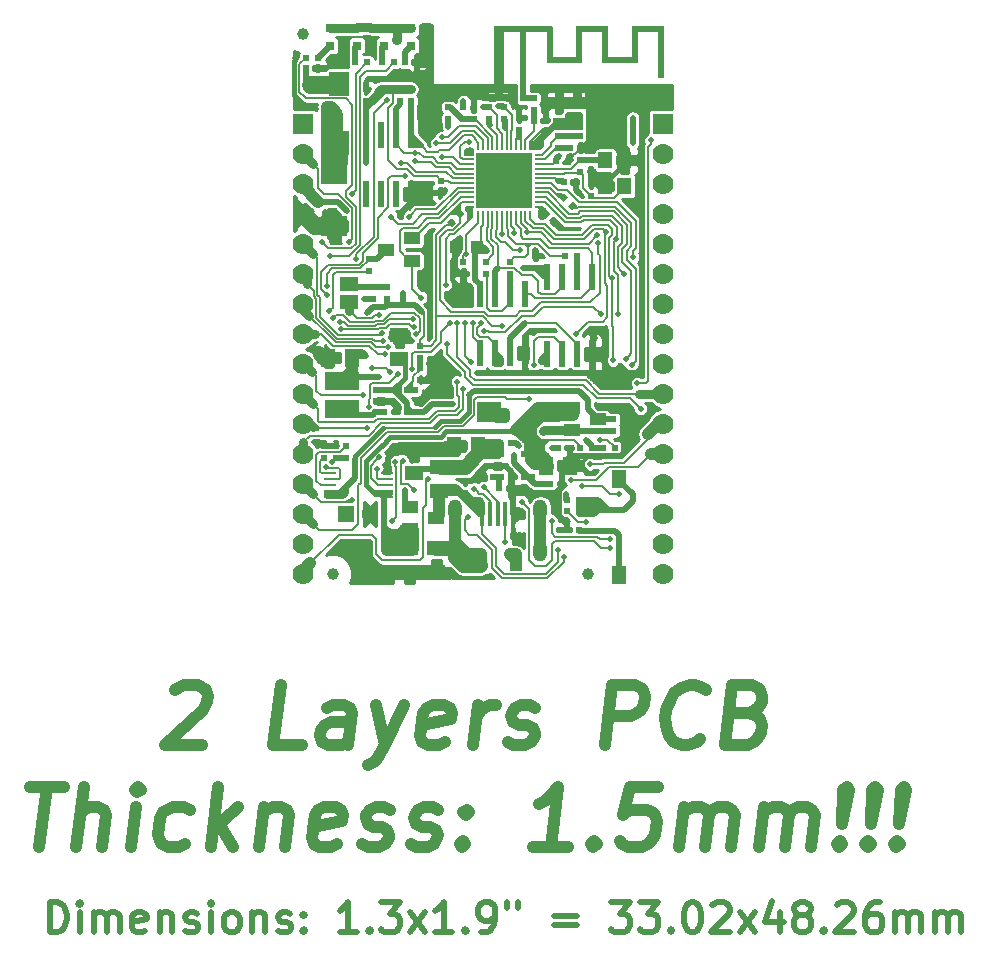
<source format=gbr>
G04 #@! TF.GenerationSoftware,KiCad,Pcbnew,no-vcs-found-bf44d39~61~ubuntu16.04.1*
G04 #@! TF.CreationDate,2018-01-10T12:05:35+02:00*
G04 #@! TF.ProjectId,ESP32-PRO_Rev_B,45535033322D50524F5F5265765F422E,C*
G04 #@! TF.SameCoordinates,Original*
G04 #@! TF.FileFunction,Copper,L1,Top,Mixed*
G04 #@! TF.FilePolarity,Positive*
%FSLAX46Y46*%
G04 Gerber Fmt 4.6, Leading zero omitted, Abs format (unit mm)*
G04 Created by KiCad (PCBNEW no-vcs-found-bf44d39~61~ubuntu16.04.1) date Wed Jan 10 12:05:35 2018*
%MOMM*%
%LPD*%
G01*
G04 APERTURE LIST*
%ADD10C,0.508000*%
%ADD11C,1.016000*%
%ADD12R,1.400000X1.000000*%
%ADD13R,1.270000X1.524000*%
%ADD14R,0.600000X2.200000*%
%ADD15R,1.200000X0.550000*%
%ADD16R,1.000000X0.250000*%
%ADD17R,3.000000X1.600000*%
%ADD18O,1.800000X1.800000*%
%ADD19R,2.330000X2.330000*%
%ADD20R,0.800000X0.200000*%
%ADD21R,0.200000X0.800000*%
%ADD22O,1.200000X1.800000*%
%ADD23R,1.100000X1.000000*%
%ADD24R,0.325000X2.150000*%
%ADD25R,1.524000X1.270000*%
%ADD26R,0.500000X0.550000*%
%ADD27R,1.200000X1.400000*%
%ADD28C,1.000000*%
%ADD29R,1.016000X1.016000*%
%ADD30R,1.400000X1.400000*%
%ADD31C,1.400000*%
%ADD32R,0.800000X0.800000*%
%ADD33R,1.700000X2.000000*%
%ADD34R,2.000000X1.700000*%
%ADD35C,1.778000*%
%ADD36R,1.778000X1.778000*%
%ADD37R,2.286000X1.778000*%
%ADD38R,0.550000X0.500000*%
%ADD39R,2.700000X0.500000*%
%ADD40R,0.500000X3.140000*%
%ADD41R,3.000000X0.500000*%
%ADD42R,0.500000X4.440000*%
%ADD43R,5.000000X0.500000*%
%ADD44R,0.500000X5.400000*%
%ADD45R,0.900000X5.400000*%
%ADD46C,0.500000*%
%ADD47C,0.100000*%
%ADD48R,1.600200X1.168400*%
%ADD49C,0.900000*%
%ADD50C,0.381000*%
%ADD51C,0.200000*%
%ADD52C,0.152400*%
%ADD53C,0.762000*%
%ADD54C,1.524000*%
%ADD55C,1.270000*%
%ADD56C,0.406400*%
%ADD57C,0.254000*%
G04 APERTURE END LIST*
D10*
X106831190Y-138309047D02*
X106831190Y-135769047D01*
X107435952Y-135769047D01*
X107798809Y-135890000D01*
X108040714Y-136131904D01*
X108161666Y-136373809D01*
X108282619Y-136857619D01*
X108282619Y-137220476D01*
X108161666Y-137704285D01*
X108040714Y-137946190D01*
X107798809Y-138188095D01*
X107435952Y-138309047D01*
X106831190Y-138309047D01*
X109371190Y-138309047D02*
X109371190Y-136615714D01*
X109371190Y-135769047D02*
X109250238Y-135890000D01*
X109371190Y-136010952D01*
X109492142Y-135890000D01*
X109371190Y-135769047D01*
X109371190Y-136010952D01*
X110580714Y-138309047D02*
X110580714Y-136615714D01*
X110580714Y-136857619D02*
X110701666Y-136736666D01*
X110943571Y-136615714D01*
X111306428Y-136615714D01*
X111548333Y-136736666D01*
X111669285Y-136978571D01*
X111669285Y-138309047D01*
X111669285Y-136978571D02*
X111790238Y-136736666D01*
X112032142Y-136615714D01*
X112395000Y-136615714D01*
X112636904Y-136736666D01*
X112757857Y-136978571D01*
X112757857Y-138309047D01*
X114935000Y-138188095D02*
X114693095Y-138309047D01*
X114209285Y-138309047D01*
X113967380Y-138188095D01*
X113846428Y-137946190D01*
X113846428Y-136978571D01*
X113967380Y-136736666D01*
X114209285Y-136615714D01*
X114693095Y-136615714D01*
X114935000Y-136736666D01*
X115055952Y-136978571D01*
X115055952Y-137220476D01*
X113846428Y-137462380D01*
X116144523Y-136615714D02*
X116144523Y-138309047D01*
X116144523Y-136857619D02*
X116265476Y-136736666D01*
X116507380Y-136615714D01*
X116870238Y-136615714D01*
X117112142Y-136736666D01*
X117233095Y-136978571D01*
X117233095Y-138309047D01*
X118321666Y-138188095D02*
X118563571Y-138309047D01*
X119047380Y-138309047D01*
X119289285Y-138188095D01*
X119410238Y-137946190D01*
X119410238Y-137825238D01*
X119289285Y-137583333D01*
X119047380Y-137462380D01*
X118684523Y-137462380D01*
X118442619Y-137341428D01*
X118321666Y-137099523D01*
X118321666Y-136978571D01*
X118442619Y-136736666D01*
X118684523Y-136615714D01*
X119047380Y-136615714D01*
X119289285Y-136736666D01*
X120498809Y-138309047D02*
X120498809Y-136615714D01*
X120498809Y-135769047D02*
X120377857Y-135890000D01*
X120498809Y-136010952D01*
X120619761Y-135890000D01*
X120498809Y-135769047D01*
X120498809Y-136010952D01*
X122071190Y-138309047D02*
X121829285Y-138188095D01*
X121708333Y-138067142D01*
X121587380Y-137825238D01*
X121587380Y-137099523D01*
X121708333Y-136857619D01*
X121829285Y-136736666D01*
X122071190Y-136615714D01*
X122434047Y-136615714D01*
X122675952Y-136736666D01*
X122796904Y-136857619D01*
X122917857Y-137099523D01*
X122917857Y-137825238D01*
X122796904Y-138067142D01*
X122675952Y-138188095D01*
X122434047Y-138309047D01*
X122071190Y-138309047D01*
X124006428Y-136615714D02*
X124006428Y-138309047D01*
X124006428Y-136857619D02*
X124127380Y-136736666D01*
X124369285Y-136615714D01*
X124732142Y-136615714D01*
X124974047Y-136736666D01*
X125095000Y-136978571D01*
X125095000Y-138309047D01*
X126183571Y-138188095D02*
X126425476Y-138309047D01*
X126909285Y-138309047D01*
X127151190Y-138188095D01*
X127272142Y-137946190D01*
X127272142Y-137825238D01*
X127151190Y-137583333D01*
X126909285Y-137462380D01*
X126546428Y-137462380D01*
X126304523Y-137341428D01*
X126183571Y-137099523D01*
X126183571Y-136978571D01*
X126304523Y-136736666D01*
X126546428Y-136615714D01*
X126909285Y-136615714D01*
X127151190Y-136736666D01*
X128360714Y-138067142D02*
X128481666Y-138188095D01*
X128360714Y-138309047D01*
X128239761Y-138188095D01*
X128360714Y-138067142D01*
X128360714Y-138309047D01*
X128360714Y-136736666D02*
X128481666Y-136857619D01*
X128360714Y-136978571D01*
X128239761Y-136857619D01*
X128360714Y-136736666D01*
X128360714Y-136978571D01*
X132835952Y-138309047D02*
X131384523Y-138309047D01*
X132110238Y-138309047D02*
X132110238Y-135769047D01*
X131868333Y-136131904D01*
X131626428Y-136373809D01*
X131384523Y-136494761D01*
X133924523Y-138067142D02*
X134045476Y-138188095D01*
X133924523Y-138309047D01*
X133803571Y-138188095D01*
X133924523Y-138067142D01*
X133924523Y-138309047D01*
X134892142Y-135769047D02*
X136464523Y-135769047D01*
X135617857Y-136736666D01*
X135980714Y-136736666D01*
X136222619Y-136857619D01*
X136343571Y-136978571D01*
X136464523Y-137220476D01*
X136464523Y-137825238D01*
X136343571Y-138067142D01*
X136222619Y-138188095D01*
X135980714Y-138309047D01*
X135255000Y-138309047D01*
X135013095Y-138188095D01*
X134892142Y-138067142D01*
X137311190Y-138309047D02*
X138641666Y-136615714D01*
X137311190Y-136615714D02*
X138641666Y-138309047D01*
X140939761Y-138309047D02*
X139488333Y-138309047D01*
X140214047Y-138309047D02*
X140214047Y-135769047D01*
X139972142Y-136131904D01*
X139730238Y-136373809D01*
X139488333Y-136494761D01*
X142028333Y-138067142D02*
X142149285Y-138188095D01*
X142028333Y-138309047D01*
X141907380Y-138188095D01*
X142028333Y-138067142D01*
X142028333Y-138309047D01*
X143358809Y-138309047D02*
X143842619Y-138309047D01*
X144084523Y-138188095D01*
X144205476Y-138067142D01*
X144447380Y-137704285D01*
X144568333Y-137220476D01*
X144568333Y-136252857D01*
X144447380Y-136010952D01*
X144326428Y-135890000D01*
X144084523Y-135769047D01*
X143600714Y-135769047D01*
X143358809Y-135890000D01*
X143237857Y-136010952D01*
X143116904Y-136252857D01*
X143116904Y-136857619D01*
X143237857Y-137099523D01*
X143358809Y-137220476D01*
X143600714Y-137341428D01*
X144084523Y-137341428D01*
X144326428Y-137220476D01*
X144447380Y-137099523D01*
X144568333Y-136857619D01*
X145535952Y-135769047D02*
X145535952Y-136252857D01*
X146503571Y-135769047D02*
X146503571Y-136252857D01*
X149527380Y-136978571D02*
X151462619Y-136978571D01*
X151462619Y-137704285D02*
X149527380Y-137704285D01*
X154365476Y-135769047D02*
X155937857Y-135769047D01*
X155091190Y-136736666D01*
X155454047Y-136736666D01*
X155695952Y-136857619D01*
X155816904Y-136978571D01*
X155937857Y-137220476D01*
X155937857Y-137825238D01*
X155816904Y-138067142D01*
X155695952Y-138188095D01*
X155454047Y-138309047D01*
X154728333Y-138309047D01*
X154486428Y-138188095D01*
X154365476Y-138067142D01*
X156784523Y-135769047D02*
X158356904Y-135769047D01*
X157510238Y-136736666D01*
X157873095Y-136736666D01*
X158115000Y-136857619D01*
X158235952Y-136978571D01*
X158356904Y-137220476D01*
X158356904Y-137825238D01*
X158235952Y-138067142D01*
X158115000Y-138188095D01*
X157873095Y-138309047D01*
X157147380Y-138309047D01*
X156905476Y-138188095D01*
X156784523Y-138067142D01*
X159445476Y-138067142D02*
X159566428Y-138188095D01*
X159445476Y-138309047D01*
X159324523Y-138188095D01*
X159445476Y-138067142D01*
X159445476Y-138309047D01*
X161138809Y-135769047D02*
X161380714Y-135769047D01*
X161622619Y-135890000D01*
X161743571Y-136010952D01*
X161864523Y-136252857D01*
X161985476Y-136736666D01*
X161985476Y-137341428D01*
X161864523Y-137825238D01*
X161743571Y-138067142D01*
X161622619Y-138188095D01*
X161380714Y-138309047D01*
X161138809Y-138309047D01*
X160896904Y-138188095D01*
X160775952Y-138067142D01*
X160655000Y-137825238D01*
X160534047Y-137341428D01*
X160534047Y-136736666D01*
X160655000Y-136252857D01*
X160775952Y-136010952D01*
X160896904Y-135890000D01*
X161138809Y-135769047D01*
X162953095Y-136010952D02*
X163074047Y-135890000D01*
X163315952Y-135769047D01*
X163920714Y-135769047D01*
X164162619Y-135890000D01*
X164283571Y-136010952D01*
X164404523Y-136252857D01*
X164404523Y-136494761D01*
X164283571Y-136857619D01*
X162832142Y-138309047D01*
X164404523Y-138309047D01*
X165251190Y-138309047D02*
X166581666Y-136615714D01*
X165251190Y-136615714D02*
X166581666Y-138309047D01*
X168637857Y-136615714D02*
X168637857Y-138309047D01*
X168033095Y-135648095D02*
X167428333Y-137462380D01*
X169000714Y-137462380D01*
X170331190Y-136857619D02*
X170089285Y-136736666D01*
X169968333Y-136615714D01*
X169847380Y-136373809D01*
X169847380Y-136252857D01*
X169968333Y-136010952D01*
X170089285Y-135890000D01*
X170331190Y-135769047D01*
X170815000Y-135769047D01*
X171056904Y-135890000D01*
X171177857Y-136010952D01*
X171298809Y-136252857D01*
X171298809Y-136373809D01*
X171177857Y-136615714D01*
X171056904Y-136736666D01*
X170815000Y-136857619D01*
X170331190Y-136857619D01*
X170089285Y-136978571D01*
X169968333Y-137099523D01*
X169847380Y-137341428D01*
X169847380Y-137825238D01*
X169968333Y-138067142D01*
X170089285Y-138188095D01*
X170331190Y-138309047D01*
X170815000Y-138309047D01*
X171056904Y-138188095D01*
X171177857Y-138067142D01*
X171298809Y-137825238D01*
X171298809Y-137341428D01*
X171177857Y-137099523D01*
X171056904Y-136978571D01*
X170815000Y-136857619D01*
X172387380Y-138067142D02*
X172508333Y-138188095D01*
X172387380Y-138309047D01*
X172266428Y-138188095D01*
X172387380Y-138067142D01*
X172387380Y-138309047D01*
X173475952Y-136010952D02*
X173596904Y-135890000D01*
X173838809Y-135769047D01*
X174443571Y-135769047D01*
X174685476Y-135890000D01*
X174806428Y-136010952D01*
X174927380Y-136252857D01*
X174927380Y-136494761D01*
X174806428Y-136857619D01*
X173355000Y-138309047D01*
X174927380Y-138309047D01*
X177104523Y-135769047D02*
X176620714Y-135769047D01*
X176378809Y-135890000D01*
X176257857Y-136010952D01*
X176015952Y-136373809D01*
X175895000Y-136857619D01*
X175895000Y-137825238D01*
X176015952Y-138067142D01*
X176136904Y-138188095D01*
X176378809Y-138309047D01*
X176862619Y-138309047D01*
X177104523Y-138188095D01*
X177225476Y-138067142D01*
X177346428Y-137825238D01*
X177346428Y-137220476D01*
X177225476Y-136978571D01*
X177104523Y-136857619D01*
X176862619Y-136736666D01*
X176378809Y-136736666D01*
X176136904Y-136857619D01*
X176015952Y-136978571D01*
X175895000Y-137220476D01*
X178435000Y-138309047D02*
X178435000Y-136615714D01*
X178435000Y-136857619D02*
X178555952Y-136736666D01*
X178797857Y-136615714D01*
X179160714Y-136615714D01*
X179402619Y-136736666D01*
X179523571Y-136978571D01*
X179523571Y-138309047D01*
X179523571Y-136978571D02*
X179644523Y-136736666D01*
X179886428Y-136615714D01*
X180249285Y-136615714D01*
X180491190Y-136736666D01*
X180612142Y-136978571D01*
X180612142Y-138309047D01*
X181821666Y-138309047D02*
X181821666Y-136615714D01*
X181821666Y-136857619D02*
X181942619Y-136736666D01*
X182184523Y-136615714D01*
X182547380Y-136615714D01*
X182789285Y-136736666D01*
X182910238Y-136978571D01*
X182910238Y-138309047D01*
X182910238Y-136978571D02*
X183031190Y-136736666D01*
X183273095Y-136615714D01*
X183635952Y-136615714D01*
X183877857Y-136736666D01*
X183998809Y-136978571D01*
X183998809Y-138309047D01*
D11*
X117407569Y-117843904D02*
X117679711Y-117602000D01*
X118193759Y-117360095D01*
X119403283Y-117360095D01*
X119856854Y-117602000D01*
X120068521Y-117843904D01*
X120249950Y-118327714D01*
X120189473Y-118811523D01*
X119856854Y-119537238D01*
X116591140Y-122440095D01*
X119735902Y-122440095D01*
X128202569Y-122440095D02*
X125783521Y-122440095D01*
X126418521Y-117360095D01*
X132073045Y-122440095D02*
X132405664Y-119779142D01*
X132224235Y-119295333D01*
X131770664Y-119053428D01*
X130803045Y-119053428D01*
X130288997Y-119295333D01*
X132103283Y-122198190D02*
X131589235Y-122440095D01*
X130379711Y-122440095D01*
X129926140Y-122198190D01*
X129744711Y-121714380D01*
X129805188Y-121230571D01*
X130107569Y-120746761D01*
X130621616Y-120504857D01*
X131831140Y-120504857D01*
X132345188Y-120262952D01*
X134431616Y-119053428D02*
X135217807Y-122440095D01*
X136850664Y-119053428D02*
X135217807Y-122440095D01*
X134582807Y-123649619D01*
X134310664Y-123891523D01*
X133796616Y-124133428D01*
X140328045Y-122198190D02*
X139813997Y-122440095D01*
X138846378Y-122440095D01*
X138392807Y-122198190D01*
X138211378Y-121714380D01*
X138453283Y-119779142D01*
X138755664Y-119295333D01*
X139269711Y-119053428D01*
X140237330Y-119053428D01*
X140690902Y-119295333D01*
X140872330Y-119779142D01*
X140811854Y-120262952D01*
X138332330Y-120746761D01*
X142716854Y-122440095D02*
X143140188Y-119053428D01*
X143019235Y-120021047D02*
X143321616Y-119537238D01*
X143593759Y-119295333D01*
X144107807Y-119053428D01*
X144591616Y-119053428D01*
X145649950Y-122198190D02*
X146103521Y-122440095D01*
X147071140Y-122440095D01*
X147585188Y-122198190D01*
X147887569Y-121714380D01*
X147917807Y-121472476D01*
X147736378Y-120988666D01*
X147282807Y-120746761D01*
X146557092Y-120746761D01*
X146103521Y-120504857D01*
X145922092Y-120021047D01*
X145952330Y-119779142D01*
X146254711Y-119295333D01*
X146768759Y-119053428D01*
X147494473Y-119053428D01*
X147948045Y-119295333D01*
X153844473Y-122440095D02*
X154479473Y-117360095D01*
X156414711Y-117360095D01*
X156868283Y-117602000D01*
X157079950Y-117843904D01*
X157261378Y-118327714D01*
X157170664Y-119053428D01*
X156868283Y-119537238D01*
X156596140Y-119779142D01*
X156082092Y-120021047D01*
X154146854Y-120021047D01*
X161887807Y-121956285D02*
X161615664Y-122198190D01*
X160859711Y-122440095D01*
X160375902Y-122440095D01*
X159680426Y-122198190D01*
X159257092Y-121714380D01*
X159075664Y-121230571D01*
X158954711Y-120262952D01*
X159045426Y-119537238D01*
X159408283Y-118569619D01*
X159710664Y-118085809D01*
X160254950Y-117602000D01*
X161010902Y-117360095D01*
X161494711Y-117360095D01*
X162190188Y-117602000D01*
X162401854Y-117843904D01*
X166030426Y-119779142D02*
X166725902Y-120021047D01*
X166937569Y-120262952D01*
X167118997Y-120746761D01*
X167028283Y-121472476D01*
X166725902Y-121956285D01*
X166453759Y-122198190D01*
X165939711Y-122440095D01*
X164004473Y-122440095D01*
X164639473Y-117360095D01*
X166332807Y-117360095D01*
X166786378Y-117602000D01*
X166998045Y-117843904D01*
X167179473Y-118327714D01*
X167118997Y-118811523D01*
X166816616Y-119295333D01*
X166544473Y-119537238D01*
X166030426Y-119779142D01*
X164337092Y-119779142D01*
X105130902Y-125996095D02*
X108033759Y-125996095D01*
X105947330Y-131076095D02*
X106582330Y-125996095D01*
X109092092Y-131076095D02*
X109727092Y-125996095D01*
X111269235Y-131076095D02*
X111601854Y-128415142D01*
X111420426Y-127931333D01*
X110966854Y-127689428D01*
X110241140Y-127689428D01*
X109727092Y-127931333D01*
X109454950Y-128173238D01*
X113688283Y-131076095D02*
X114111616Y-127689428D01*
X114323283Y-125996095D02*
X114051140Y-126238000D01*
X114262807Y-126479904D01*
X114534950Y-126238000D01*
X114323283Y-125996095D01*
X114262807Y-126479904D01*
X118314711Y-130834190D02*
X117800664Y-131076095D01*
X116833045Y-131076095D01*
X116379473Y-130834190D01*
X116167807Y-130592285D01*
X115986378Y-130108476D01*
X116167807Y-128657047D01*
X116470188Y-128173238D01*
X116742330Y-127931333D01*
X117256378Y-127689428D01*
X118223997Y-127689428D01*
X118677569Y-127931333D01*
X120461616Y-131076095D02*
X121096616Y-125996095D01*
X121187330Y-129140857D02*
X122396854Y-131076095D01*
X122820188Y-127689428D02*
X120643045Y-129624666D01*
X124997330Y-127689428D02*
X124573997Y-131076095D01*
X124936854Y-128173238D02*
X125208997Y-127931333D01*
X125723045Y-127689428D01*
X126448759Y-127689428D01*
X126902330Y-127931333D01*
X127083759Y-128415142D01*
X126751140Y-131076095D01*
X131135664Y-130834190D02*
X130621616Y-131076095D01*
X129653997Y-131076095D01*
X129200426Y-130834190D01*
X129018997Y-130350380D01*
X129260902Y-128415142D01*
X129563283Y-127931333D01*
X130077330Y-127689428D01*
X131044950Y-127689428D01*
X131498521Y-127931333D01*
X131679950Y-128415142D01*
X131619473Y-128898952D01*
X129139950Y-129382761D01*
X133312807Y-130834190D02*
X133766378Y-131076095D01*
X134733997Y-131076095D01*
X135248045Y-130834190D01*
X135550426Y-130350380D01*
X135580664Y-130108476D01*
X135399235Y-129624666D01*
X134945664Y-129382761D01*
X134219950Y-129382761D01*
X133766378Y-129140857D01*
X133584950Y-128657047D01*
X133615188Y-128415142D01*
X133917569Y-127931333D01*
X134431616Y-127689428D01*
X135157330Y-127689428D01*
X135610902Y-127931333D01*
X137425188Y-130834190D02*
X137878759Y-131076095D01*
X138846378Y-131076095D01*
X139360426Y-130834190D01*
X139662807Y-130350380D01*
X139693045Y-130108476D01*
X139511616Y-129624666D01*
X139058045Y-129382761D01*
X138332330Y-129382761D01*
X137878759Y-129140857D01*
X137697330Y-128657047D01*
X137727569Y-128415142D01*
X138029950Y-127931333D01*
X138543997Y-127689428D01*
X139269711Y-127689428D01*
X139723283Y-127931333D01*
X141809711Y-130592285D02*
X142021378Y-130834190D01*
X141749235Y-131076095D01*
X141537569Y-130834190D01*
X141809711Y-130592285D01*
X141749235Y-131076095D01*
X142142330Y-127931333D02*
X142353997Y-128173238D01*
X142081854Y-128415142D01*
X141870188Y-128173238D01*
X142142330Y-127931333D01*
X142081854Y-128415142D01*
X150699711Y-131076095D02*
X147796854Y-131076095D01*
X149248283Y-131076095D02*
X149883283Y-125996095D01*
X149308759Y-126721809D01*
X148764473Y-127205619D01*
X148250426Y-127447523D01*
X152937330Y-130592285D02*
X153148997Y-130834190D01*
X152876854Y-131076095D01*
X152665188Y-130834190D01*
X152937330Y-130592285D01*
X152876854Y-131076095D01*
X158349950Y-125996095D02*
X155930902Y-125996095D01*
X155386616Y-128415142D01*
X155658759Y-128173238D01*
X156172807Y-127931333D01*
X157382330Y-127931333D01*
X157835902Y-128173238D01*
X158047569Y-128415142D01*
X158228997Y-128898952D01*
X158077807Y-130108476D01*
X157775426Y-130592285D01*
X157503283Y-130834190D01*
X156989235Y-131076095D01*
X155779711Y-131076095D01*
X155326140Y-130834190D01*
X155114473Y-130592285D01*
X160133997Y-131076095D02*
X160557330Y-127689428D01*
X160496854Y-128173238D02*
X160768997Y-127931333D01*
X161283045Y-127689428D01*
X162008759Y-127689428D01*
X162462330Y-127931333D01*
X162643759Y-128415142D01*
X162311140Y-131076095D01*
X162643759Y-128415142D02*
X162946140Y-127931333D01*
X163460188Y-127689428D01*
X164185902Y-127689428D01*
X164639473Y-127931333D01*
X164820902Y-128415142D01*
X164488283Y-131076095D01*
X166907330Y-131076095D02*
X167330664Y-127689428D01*
X167270188Y-128173238D02*
X167542330Y-127931333D01*
X168056378Y-127689428D01*
X168782092Y-127689428D01*
X169235664Y-127931333D01*
X169417092Y-128415142D01*
X169084473Y-131076095D01*
X169417092Y-128415142D02*
X169719473Y-127931333D01*
X170233521Y-127689428D01*
X170959235Y-127689428D01*
X171412807Y-127931333D01*
X171594235Y-128415142D01*
X171261616Y-131076095D01*
X173741140Y-130592285D02*
X173952807Y-130834190D01*
X173680664Y-131076095D01*
X173468997Y-130834190D01*
X173741140Y-130592285D01*
X173680664Y-131076095D01*
X173922569Y-129140857D02*
X174043521Y-126238000D01*
X174315664Y-125996095D01*
X174527330Y-126238000D01*
X173922569Y-129140857D01*
X174315664Y-125996095D01*
X176160188Y-130592285D02*
X176371854Y-130834190D01*
X176099711Y-131076095D01*
X175888045Y-130834190D01*
X176160188Y-130592285D01*
X176099711Y-131076095D01*
X176341616Y-129140857D02*
X176462569Y-126238000D01*
X176734711Y-125996095D01*
X176946378Y-126238000D01*
X176341616Y-129140857D01*
X176734711Y-125996095D01*
X178579235Y-130592285D02*
X178790902Y-130834190D01*
X178518759Y-131076095D01*
X178307092Y-130834190D01*
X178579235Y-130592285D01*
X178518759Y-131076095D01*
X178760664Y-129140857D02*
X178881616Y-126238000D01*
X179153759Y-125996095D01*
X179365426Y-126238000D01*
X178760664Y-129140857D01*
X179153759Y-125996095D01*
D12*
X151038560Y-93919040D03*
X151038560Y-95821500D03*
X153248360Y-94866460D03*
D13*
X155067000Y-99949000D03*
X155067000Y-108077000D03*
D14*
X143256000Y-84298680D03*
X144526000Y-84298680D03*
X145796000Y-84298680D03*
X147066000Y-84298680D03*
X147066000Y-89298680D03*
X145796000Y-89298680D03*
X144526000Y-89298680D03*
X143256000Y-89298680D03*
X148971000Y-82871000D03*
X150241000Y-82871000D03*
X151511000Y-82871000D03*
X152781000Y-82871000D03*
X152781000Y-89341000D03*
X151511000Y-89341000D03*
X150241000Y-89341000D03*
X148971000Y-89341000D03*
D15*
X144750000Y-97856000D03*
X144750000Y-98806000D03*
X144750000Y-99756000D03*
X147350000Y-97856000D03*
X147350000Y-99756000D03*
D12*
X137322560Y-102301040D03*
X137322560Y-104203500D03*
X139532360Y-103248460D03*
D16*
X130569000Y-101457000D03*
X130569000Y-100957000D03*
X130569000Y-100457000D03*
X130569000Y-99957000D03*
X130569000Y-99457000D03*
X135369000Y-99457000D03*
X135369000Y-99957000D03*
X135369000Y-100457000D03*
X135369000Y-100957000D03*
X135369000Y-101457000D03*
D17*
X131572000Y-91637000D03*
X131572000Y-94037000D03*
D15*
X134844000Y-92395000D03*
X134844000Y-93345000D03*
X134844000Y-94295000D03*
X137444000Y-92395000D03*
X137444000Y-94295000D03*
D18*
X145323000Y-74677000D03*
X143923000Y-73277000D03*
X146723000Y-73277000D03*
X143923000Y-76077000D03*
X146723000Y-76077000D03*
D19*
X144158000Y-73512000D03*
X146488000Y-73512000D03*
X146488000Y-75842000D03*
X144158000Y-75842000D03*
D20*
X148243000Y-72477000D03*
X148243000Y-72877000D03*
X148243000Y-73277000D03*
X148243000Y-73677000D03*
X148243000Y-74077000D03*
X148243000Y-74477000D03*
X148243000Y-74877000D03*
X148243000Y-75277000D03*
X148243000Y-75677000D03*
X148243000Y-76077000D03*
X148243000Y-76477000D03*
X148243000Y-76877000D03*
D21*
X147523000Y-77597000D03*
X147123000Y-77597000D03*
X146723000Y-77597000D03*
X146323000Y-77597000D03*
X145923000Y-77597000D03*
X145523000Y-77597000D03*
X145123000Y-77597000D03*
X144723000Y-77597000D03*
X144323000Y-77597000D03*
X143923000Y-77597000D03*
X143523000Y-77597000D03*
X143123000Y-77597000D03*
D20*
X142403000Y-76877000D03*
X142403000Y-76477000D03*
X142403000Y-76077000D03*
X142403000Y-75677000D03*
X142403000Y-75277000D03*
X142403000Y-74877000D03*
X142403000Y-74477000D03*
X142403000Y-74077000D03*
X142403000Y-73677000D03*
X142403000Y-73277000D03*
X142403000Y-72877000D03*
X142403000Y-72477000D03*
D21*
X143123000Y-71757000D03*
X143523000Y-71757000D03*
X143923000Y-71757000D03*
X144323000Y-71757000D03*
X144723000Y-71757000D03*
X145123000Y-71757000D03*
X145523000Y-71757000D03*
X145923000Y-71757000D03*
X146323000Y-71757000D03*
X146723000Y-71757000D03*
X147123000Y-71757000D03*
X147523000Y-71757000D03*
D22*
X148380000Y-106041000D03*
X148380000Y-102571000D03*
X141180000Y-102571000D03*
X141180000Y-106041000D03*
D23*
X146280000Y-107191000D03*
X143280000Y-107191000D03*
D24*
X146080000Y-102891000D03*
X145430000Y-102891000D03*
X144780000Y-102891000D03*
X144130000Y-102891000D03*
X143480000Y-102891000D03*
D25*
X139573000Y-107823000D03*
X139573000Y-105791000D03*
X139827000Y-100965000D03*
X139827000Y-98933000D03*
D26*
X149669500Y-73025000D03*
X150685500Y-73025000D03*
D27*
X155486000Y-72941000D03*
X153886000Y-75141000D03*
X155486000Y-75141000D03*
X153886000Y-72941000D03*
D28*
X128270000Y-62230000D03*
X130810000Y-107950000D03*
X152400000Y-107950000D03*
D29*
X149987000Y-68072000D03*
X149987000Y-69850000D03*
D14*
X133604000Y-70779000D03*
X134874000Y-70779000D03*
X136144000Y-70779000D03*
X137414000Y-70779000D03*
X137414000Y-75779000D03*
X136144000Y-75779000D03*
X134874000Y-75779000D03*
X133604000Y-75779000D03*
D30*
X131960620Y-102892860D03*
D31*
X133972300Y-102890320D03*
D25*
X136398000Y-87757000D03*
X136398000Y-89789000D03*
D32*
X137414000Y-63246000D03*
X137414000Y-61722000D03*
X132842000Y-61722000D03*
X132842000Y-63246000D03*
X135128000Y-61722000D03*
X135128000Y-63246000D03*
D29*
X151511000Y-69850000D03*
X151511000Y-68072000D03*
D32*
X130556000Y-61722000D03*
X130556000Y-63246000D03*
D25*
X137287000Y-105791000D03*
X137287000Y-107823000D03*
D13*
X143129000Y-97155000D03*
X141097000Y-97155000D03*
D25*
X137642600Y-99441000D03*
X137642600Y-97409000D03*
D13*
X148844000Y-98806000D03*
X150876000Y-98806000D03*
D29*
X141224000Y-80264000D03*
X143002000Y-80264000D03*
D33*
X131318000Y-66461000D03*
X131318000Y-71461000D03*
D34*
X144058000Y-94234000D03*
X149058000Y-94234000D03*
D12*
X135298000Y-80518000D03*
X137498000Y-79568000D03*
X137498000Y-81468000D03*
D35*
X128270000Y-105410000D03*
X128270000Y-107950000D03*
X128270000Y-102870000D03*
X128270000Y-100330000D03*
X128270000Y-95250000D03*
X128270000Y-97790000D03*
X128270000Y-92710000D03*
X128270000Y-90170000D03*
X128270000Y-85090000D03*
X128270000Y-87630000D03*
X128270000Y-82550000D03*
X128270000Y-80010000D03*
D36*
X128270000Y-69850000D03*
D35*
X128270000Y-72390000D03*
X128270000Y-74930000D03*
X128270000Y-77470000D03*
X158750000Y-77470000D03*
X158750000Y-74930000D03*
X158750000Y-72390000D03*
D36*
X158750000Y-69850000D03*
D35*
X158750000Y-80010000D03*
X158750000Y-82550000D03*
X158750000Y-87630000D03*
X158750000Y-85090000D03*
X158750000Y-90170000D03*
X158750000Y-92710000D03*
X158750000Y-97790000D03*
X158750000Y-95250000D03*
X158750000Y-100330000D03*
X158750000Y-102870000D03*
X158750000Y-107950000D03*
X158750000Y-105410000D03*
D37*
X130937000Y-78504000D03*
X130937000Y-74150000D03*
D26*
X145923000Y-67691000D03*
X146939000Y-67691000D03*
D38*
X147828000Y-67691000D03*
X147828000Y-68707000D03*
D26*
X147828000Y-69596000D03*
X148844000Y-69596000D03*
D39*
X157505400Y-61836300D03*
D40*
X156400500Y-63169800D03*
D41*
X155143200Y-64490600D03*
D39*
X152781000Y-61849000D03*
D41*
X150418800Y-64490600D03*
D42*
X158610300Y-63804800D03*
D40*
X153885900Y-63169800D03*
X151676100Y-63169800D03*
X149161500Y-63169800D03*
D43*
X146900900Y-61849000D03*
D44*
X146951700Y-64304800D03*
D45*
X144843500Y-64304800D03*
D38*
X151765000Y-70866000D03*
X151765000Y-71882000D03*
X152654000Y-72898000D03*
X152654000Y-73914000D03*
X152654000Y-74930000D03*
X152654000Y-75946000D03*
X149873937Y-70866000D03*
X149873937Y-71882000D03*
X145288000Y-68453000D03*
X145288000Y-69469000D03*
X144018000Y-69469000D03*
X144018000Y-68453000D03*
D26*
X151384000Y-74803000D03*
X150368000Y-74803000D03*
D38*
X142748000Y-68453000D03*
X142748000Y-69469000D03*
X146558000Y-70358000D03*
X146558000Y-69342000D03*
X139954000Y-75692000D03*
X139954000Y-74676000D03*
D46*
X149584210Y-78210210D03*
D47*
G36*
X149212979Y-78227888D02*
X149601888Y-77838979D01*
X149955441Y-78192532D01*
X149566532Y-78581441D01*
X149212979Y-78227888D01*
X149212979Y-78227888D01*
G37*
D46*
X148865790Y-77491790D03*
D47*
G36*
X149237021Y-77474112D02*
X148848112Y-77863021D01*
X148494559Y-77509468D01*
X148883468Y-77120559D01*
X149237021Y-77474112D01*
X149237021Y-77474112D01*
G37*
D38*
X150876000Y-71882000D03*
X150876000Y-70866000D03*
X151765000Y-72898000D03*
X151765000Y-73914000D03*
X141859000Y-69469000D03*
X141859000Y-68453000D03*
D46*
X141583210Y-77491790D03*
D47*
G36*
X141600888Y-77863021D02*
X141211979Y-77474112D01*
X141565532Y-77120559D01*
X141954441Y-77509468D01*
X141600888Y-77863021D01*
X141600888Y-77863021D01*
G37*
D46*
X140864790Y-78210210D03*
D47*
G36*
X140847112Y-77838979D02*
X141236021Y-78227888D01*
X140882468Y-78581441D01*
X140493559Y-78192532D01*
X140847112Y-77838979D01*
X140847112Y-77838979D01*
G37*
D38*
X147955000Y-81026000D03*
X147955000Y-82042000D03*
D26*
X141859000Y-82550000D03*
X142875000Y-82550000D03*
D46*
X151108210Y-76813210D03*
D47*
G36*
X150736979Y-76830888D02*
X151125888Y-76441979D01*
X151479441Y-76795532D01*
X151090532Y-77184441D01*
X150736979Y-76830888D01*
X150736979Y-76830888D01*
G37*
D46*
X150389790Y-76094790D03*
D47*
G36*
X150761021Y-76077112D02*
X150372112Y-76466021D01*
X150018559Y-76112468D01*
X150407468Y-75723559D01*
X150761021Y-76077112D01*
X150761021Y-76077112D01*
G37*
D26*
X151511000Y-81026000D03*
X150495000Y-81026000D03*
D38*
X145796000Y-81534000D03*
X145796000Y-82550000D03*
X143764000Y-82550000D03*
X143764000Y-81534000D03*
D26*
X142875000Y-81534000D03*
X141859000Y-81534000D03*
D38*
X141986000Y-101092000D03*
X141986000Y-100076000D03*
D26*
X128524000Y-65151000D03*
X129540000Y-65151000D03*
X150876000Y-97282000D03*
X149860000Y-97282000D03*
X150241000Y-100330000D03*
X149225000Y-100330000D03*
X150622000Y-102616000D03*
X151638000Y-102616000D03*
D38*
X133604000Y-67945000D03*
X133604000Y-66929000D03*
X131064000Y-98171000D03*
X131064000Y-97155000D03*
X154559000Y-95885000D03*
X154559000Y-94869000D03*
D26*
X151638000Y-101727000D03*
X150622000Y-101727000D03*
X137922000Y-64643000D03*
X136906000Y-64643000D03*
X135001000Y-64643000D03*
X136017000Y-64643000D03*
D38*
X130048000Y-97155000D03*
X130048000Y-98171000D03*
D26*
X132715000Y-64643000D03*
X133731000Y-64643000D03*
X128524000Y-64262000D03*
X129540000Y-64262000D03*
D38*
X136525000Y-66929000D03*
X136525000Y-67945000D03*
X137414000Y-67945000D03*
X137414000Y-66929000D03*
D26*
X151765000Y-97282000D03*
X152781000Y-97282000D03*
D38*
X131953000Y-97155000D03*
X131953000Y-98171000D03*
X138176000Y-88646000D03*
X138176000Y-89662000D03*
X138176000Y-90551000D03*
X138176000Y-91567000D03*
X140589000Y-68453000D03*
X140589000Y-69469000D03*
D26*
X144907000Y-96901000D03*
X145923000Y-96901000D03*
X145923000Y-100711000D03*
X144907000Y-100711000D03*
X150622000Y-104267000D03*
X151638000Y-104267000D03*
D38*
X133858000Y-82296000D03*
X133858000Y-81280000D03*
D13*
X132461000Y-89662000D03*
X130429000Y-89662000D03*
D38*
X134239000Y-84709000D03*
X134239000Y-83693000D03*
D26*
X154686000Y-97282000D03*
X153670000Y-97282000D03*
D38*
X135382000Y-83693000D03*
X135382000Y-84709000D03*
D48*
X132207000Y-84963000D03*
X132207000Y-84963000D03*
X132207000Y-83439000D03*
D46*
X141351000Y-84836000D03*
X136779000Y-84200994D03*
X133604000Y-89535000D03*
X133731000Y-85852000D03*
X152205512Y-103577451D03*
X150368008Y-106553000D03*
X130537759Y-81026579D03*
X129921000Y-79883000D03*
X130302000Y-83566004D03*
X150587407Y-101184407D03*
X153391277Y-96604584D03*
X149862707Y-105914118D03*
X135021933Y-88285924D03*
X135001008Y-87612589D03*
X133476647Y-84709353D03*
X132207000Y-79883000D03*
X134956420Y-97110420D03*
X131826000Y-73025000D03*
X131826000Y-72517000D03*
X136398000Y-104394000D03*
X136398000Y-104902000D03*
X136398000Y-105410000D03*
X136398000Y-105918000D03*
X135890000Y-105918000D03*
X135382000Y-105918000D03*
D49*
X130302000Y-68453000D03*
X136271000Y-62737990D03*
D46*
X129413000Y-89535000D03*
X127635000Y-64262000D03*
X131572000Y-64516000D03*
X131572000Y-63754000D03*
X133985000Y-62864996D03*
X131572000Y-62992000D03*
X139000000Y-83000000D03*
X139000000Y-82250000D03*
X138999902Y-83750000D03*
X157000000Y-73000000D03*
X141605000Y-79502000D03*
X137922000Y-64135000D03*
X130175000Y-77343000D03*
X129413000Y-88963500D03*
X137477500Y-88265000D03*
X136398000Y-93980000D03*
X129222500Y-96774000D03*
X139000000Y-87376000D03*
X137541000Y-98378198D03*
X141400000Y-91000000D03*
X143000000Y-91000000D03*
D49*
X133477000Y-105918000D03*
X134112000Y-107809432D03*
D46*
X131572000Y-105410000D03*
X136525000Y-77724000D03*
X140277810Y-75500000D03*
X147955000Y-80518000D03*
X145923000Y-91000000D03*
X153034996Y-88011000D03*
X141986000Y-97409000D03*
X141986000Y-96901000D03*
X145923000Y-101346000D03*
X130048000Y-65151000D03*
X153479500Y-92075000D03*
X153416000Y-93726000D03*
X149860000Y-78485992D03*
X157000000Y-68834000D03*
X152471801Y-68834000D03*
X152908000Y-68834000D03*
X153416000Y-68834000D03*
X153924000Y-68834000D03*
X154432000Y-68834000D03*
X154940000Y-68834000D03*
X155448000Y-68834000D03*
X154241500Y-74168000D03*
X153797000Y-74168000D03*
X153289000Y-74168000D03*
X152613758Y-72136000D03*
X151765000Y-75819000D03*
X152400000Y-68326000D03*
X152908000Y-68326000D03*
X153416000Y-68326000D03*
X153924000Y-68326000D03*
X154432000Y-68326000D03*
X154940000Y-68326000D03*
X155448000Y-68326000D03*
X155956000Y-68326000D03*
X156464000Y-68326000D03*
X133604000Y-66421000D03*
X133858000Y-66040000D03*
X134366000Y-66040000D03*
X134874000Y-66040000D03*
X135382000Y-66040000D03*
X135890000Y-66040000D03*
X136398000Y-66040000D03*
X136906000Y-66040000D03*
X137414000Y-66040000D03*
X149225000Y-67818000D03*
X139000000Y-61594980D03*
X139000000Y-62738000D03*
X139000000Y-63246000D03*
X137922000Y-66040000D03*
X137922000Y-65532000D03*
X139000000Y-63754000D03*
X139000000Y-64897000D03*
X139000000Y-66040000D03*
X139000000Y-65532000D03*
X139000000Y-64262000D03*
X138430000Y-66040000D03*
X139000000Y-66548000D03*
X138430000Y-61594980D03*
X138430000Y-62230000D03*
X138430000Y-62738000D03*
X138430000Y-63246000D03*
X138430000Y-63754000D03*
X138430000Y-65532000D03*
X138430000Y-66548000D03*
X138430000Y-67056000D03*
X138430000Y-67564000D03*
X139700000Y-67564000D03*
X140208000Y-67564000D03*
X140716000Y-67564000D03*
X141224000Y-67564000D03*
X158876970Y-67818000D03*
X158623000Y-67437000D03*
X157607000Y-67437000D03*
X158369000Y-67818000D03*
X157861000Y-67818000D03*
X157861000Y-68326000D03*
X158369000Y-68326000D03*
X158877000Y-68326000D03*
X159385000Y-68326004D03*
X159385000Y-67818000D03*
X155702000Y-67437000D03*
X154686000Y-67437000D03*
X153670000Y-67437000D03*
X152654000Y-67437000D03*
X152400000Y-67818000D03*
X157000000Y-67818000D03*
X156464000Y-67818000D03*
X155956000Y-67818000D03*
X155448000Y-67818000D03*
X154940000Y-67818000D03*
X154432000Y-67818000D03*
X153924000Y-67818000D03*
X153416000Y-67818000D03*
X152908000Y-67818000D03*
X158876970Y-67000000D03*
X158369000Y-67000000D03*
X157861000Y-67000000D03*
X159385000Y-67000000D03*
X156464000Y-67000000D03*
X155956000Y-67000000D03*
X155448000Y-67000000D03*
X154940000Y-67000000D03*
X154432000Y-67000000D03*
X153924000Y-67000000D03*
X153416000Y-67000000D03*
X152908000Y-67000000D03*
X152400000Y-67000000D03*
X151892000Y-67000000D03*
X151384000Y-67000000D03*
X150876000Y-67000000D03*
X150368000Y-67000000D03*
X149860000Y-67000000D03*
X149352000Y-67000000D03*
X148819000Y-67000000D03*
X148209000Y-67000000D03*
X147750000Y-67000000D03*
X146250000Y-67000000D03*
X145500000Y-67000000D03*
X145000000Y-67000000D03*
X144500000Y-67000000D03*
X144000000Y-67000000D03*
X143500000Y-67000000D03*
X143000000Y-67000000D03*
X142500000Y-67000000D03*
X142000000Y-67000000D03*
X141500000Y-67000000D03*
X141000000Y-67000000D03*
X140500000Y-67000000D03*
X140000000Y-67000000D03*
X139500000Y-67000000D03*
X139000000Y-67000000D03*
X138430000Y-64262000D03*
X139000000Y-62230000D03*
X138430000Y-64897000D03*
X152654000Y-74422000D03*
X157000000Y-67000000D03*
X151384000Y-75438000D03*
X151003000Y-72559814D03*
X150749000Y-67818000D03*
X131699000Y-100901490D03*
X131699000Y-101346000D03*
X136751099Y-98424994D03*
X134683500Y-91313000D03*
X133604000Y-72644000D03*
X131978400Y-77212588D03*
X133604000Y-73215500D03*
X137682770Y-100857810D03*
X145110000Y-86944000D03*
X142240000Y-103124000D03*
X134874000Y-66929000D03*
X135382000Y-66929000D03*
X149859992Y-74676000D03*
X151765000Y-69088000D03*
X151257000Y-69088000D03*
X150749000Y-69088000D03*
X148463000Y-71628000D03*
X147955000Y-71628000D03*
X146558000Y-70993000D03*
X149983001Y-72563801D03*
X135890000Y-66929000D03*
X141859000Y-67944992D03*
X148463000Y-77724000D03*
X134556500Y-99071212D03*
X134753501Y-98114001D03*
X132439590Y-75795137D03*
X130267821Y-98896920D03*
X146939010Y-82042000D03*
X143891000Y-80645000D03*
X136954076Y-100897114D03*
D49*
X129921000Y-66548000D03*
X128905000Y-66548000D03*
D46*
X141345475Y-91702840D03*
X146304000Y-106322810D03*
X145796000Y-106322810D03*
X142367000Y-106322810D03*
X143383000Y-106322810D03*
X135506498Y-88773007D03*
X134747000Y-86045755D03*
X135232582Y-89365433D03*
X130522964Y-85742498D03*
X140037446Y-70993000D03*
X134112000Y-90551000D03*
X140698587Y-86741000D03*
X139573000Y-71501000D03*
X130853347Y-86305071D03*
X152918417Y-102892009D03*
X140462000Y-88519000D03*
X132783086Y-81318499D03*
X135362190Y-67816987D03*
X143506240Y-68422136D03*
X156869486Y-93980000D03*
X138303000Y-84582000D03*
X130302000Y-84328000D03*
X141351000Y-86741000D03*
X131470377Y-87259387D03*
X131431083Y-86608159D03*
X152599510Y-98682458D03*
X140365347Y-83505447D03*
X155067000Y-101219008D03*
X151898521Y-100498246D03*
X142114997Y-80907219D03*
X142015038Y-86737286D03*
X130772928Y-98483993D03*
X146177000Y-97917000D03*
X145415000Y-105302810D03*
X142754699Y-100744573D03*
X143572209Y-100642623D03*
X138870426Y-99948996D03*
X147437704Y-93136156D03*
X141859008Y-92329000D03*
X136099901Y-98464769D03*
X132441190Y-101727000D03*
X135803759Y-103511051D03*
X136312787Y-91061145D03*
X133735349Y-95614635D03*
X133858000Y-93853000D03*
X133365939Y-92836994D03*
X151384000Y-87695802D03*
X153923993Y-78994676D03*
X147251975Y-79062034D03*
X153201969Y-79303531D03*
X143576535Y-87375999D03*
X154940000Y-85979000D03*
X153506577Y-85979000D03*
X154802757Y-79651200D03*
X154412190Y-82930994D03*
X154535801Y-89882673D03*
X149352000Y-103485190D03*
X154305000Y-105029010D03*
X156122620Y-90299137D03*
X135677033Y-90914658D03*
X137498598Y-90665957D03*
X154304994Y-105791000D03*
X146812000Y-101854000D03*
X142401726Y-72085712D03*
X137871568Y-87667491D03*
X156210000Y-71501000D03*
X156210000Y-69342000D03*
X144786846Y-68372810D03*
X145417626Y-70241243D03*
X156574379Y-91821000D03*
X144125190Y-69957190D03*
X157734000Y-71247000D03*
X153296647Y-79980600D03*
X136925309Y-74294478D03*
X140589000Y-70104000D03*
X156241313Y-81156796D03*
X155470105Y-82542841D03*
X142367804Y-71373390D03*
X140012184Y-72644000D03*
X137654678Y-87052186D03*
X138239500Y-71691492D03*
X151003000Y-99995836D03*
X137561579Y-86406451D03*
X137733417Y-72309810D03*
X136547498Y-73152213D03*
X137287000Y-77724000D03*
X135763000Y-77724000D03*
X146558000Y-97155000D03*
X149352000Y-97282000D03*
X155594810Y-89789000D03*
X137731500Y-73025000D03*
X142699098Y-86738418D03*
X147066000Y-86741000D03*
X146685000Y-80518000D03*
X145121396Y-79155179D03*
X142528180Y-90043000D03*
X148463000Y-90043000D03*
X143351508Y-86737079D03*
X146177000Y-79121000D03*
X145034000Y-90170000D03*
X147806926Y-90303689D03*
X140970000Y-93599000D03*
X145415000Y-94234000D03*
X145415000Y-94742000D03*
X148590000Y-95885000D03*
X152273000Y-96647000D03*
D10*
X135636000Y-104394000D02*
X135382000Y-104394000D01*
X136398000Y-104394000D02*
X135636000Y-104394000D01*
X135121957Y-104641957D02*
X135121957Y-103886000D01*
D50*
X135121957Y-103886000D02*
X135128000Y-103886000D01*
D10*
X135121957Y-103886000D02*
X135121957Y-101466957D01*
D50*
X135128000Y-103886000D02*
X135636000Y-104394000D01*
D10*
X141859000Y-82550000D02*
X141859000Y-84328000D01*
X141859000Y-84328000D02*
X141351000Y-84836000D01*
D51*
X140617304Y-78457696D02*
X140363304Y-78457696D01*
X139510535Y-79310465D02*
X139510535Y-86170535D01*
X139510535Y-86170535D02*
X139573000Y-86233000D01*
X140864790Y-78210210D02*
X140617304Y-78457696D01*
X140363304Y-78457696D02*
X139510535Y-79310465D01*
D10*
X129571696Y-76454000D02*
X131219812Y-76454000D01*
X131219812Y-76454000D02*
X131854812Y-77089000D01*
D51*
X138176000Y-88646000D02*
X139108274Y-88646000D01*
X139108274Y-88646000D02*
X139573000Y-88181274D01*
X139573000Y-88181274D02*
X139573000Y-87652310D01*
X139573000Y-87652310D02*
X139573000Y-86233000D01*
X144290231Y-86944000D02*
X143515731Y-86169500D01*
X145110000Y-86944000D02*
X144290231Y-86944000D01*
X143515731Y-86169500D02*
X139636500Y-86169500D01*
X139636500Y-86169500D02*
X139573000Y-86233000D01*
X138176000Y-88646000D02*
X138176000Y-88138000D01*
X138176000Y-88138000D02*
X138489320Y-87824680D01*
X138489320Y-87824680D02*
X138489320Y-85974820D01*
X138489320Y-85974820D02*
X138339590Y-85825092D01*
D10*
X136779000Y-85090000D02*
X136779000Y-84554547D01*
X136652000Y-85217000D02*
X136779000Y-85090000D01*
X136779000Y-84554547D02*
X136779000Y-84200994D01*
X134193646Y-85389354D02*
X135209646Y-85389354D01*
X135209646Y-85389354D02*
X135382000Y-85217000D01*
X133731000Y-85852000D02*
X134193646Y-85389354D01*
X135890000Y-85217000D02*
X136652000Y-85217000D01*
X136652000Y-85217000D02*
X137731500Y-85217000D01*
X135382000Y-85217000D02*
X135917280Y-85217000D01*
X135382000Y-84709000D02*
X135382000Y-85217000D01*
X138339590Y-85825090D02*
X138339590Y-85825092D01*
X137731500Y-85217000D02*
X138339590Y-85825090D01*
X132461000Y-89662000D02*
X132588000Y-89535000D01*
X133286500Y-89217500D02*
X133354001Y-89285001D01*
X132588000Y-89535000D02*
X133250447Y-89535000D01*
X132905500Y-89217500D02*
X133286500Y-89217500D01*
X133250447Y-89535000D02*
X133604000Y-89535000D01*
X133354001Y-89285001D02*
X133604000Y-89535000D01*
D51*
X150622000Y-102641000D02*
X151558451Y-103577451D01*
X150622000Y-102616000D02*
X150622000Y-102641000D01*
X151558451Y-103577451D02*
X151851959Y-103577451D01*
X151851959Y-103577451D02*
X152205512Y-103577451D01*
X150368008Y-106906553D02*
X150368008Y-106553000D01*
X144272000Y-107442000D02*
X145161000Y-108331000D01*
X145161000Y-108331000D02*
X148971000Y-108331000D01*
X144272000Y-105918000D02*
X144272000Y-107442000D01*
X143002000Y-104648000D02*
X144272000Y-105918000D01*
X142367000Y-104648000D02*
X143002000Y-104648000D01*
X141990001Y-104271001D02*
X142367000Y-104648000D01*
X148971000Y-108331000D02*
X150368008Y-106933992D01*
X142240000Y-103124000D02*
X141990001Y-103373999D01*
X141990001Y-103373999D02*
X141990001Y-104271001D01*
X150368008Y-106933992D02*
X150368008Y-106906553D01*
D52*
X133070620Y-65938380D02*
X133070620Y-80135513D01*
X136017000Y-64643000D02*
X136017000Y-64668000D01*
X133070620Y-80135513D02*
X132179554Y-81026579D01*
X132179554Y-81026579D02*
X130891312Y-81026579D01*
X136017000Y-64668000D02*
X135280000Y-65405000D01*
X130891312Y-81026579D02*
X130537759Y-81026579D01*
X135280000Y-65405000D02*
X133604000Y-65405000D01*
X133604000Y-65405000D02*
X133070620Y-65938380D01*
D51*
X131445000Y-99187000D02*
X131295470Y-99037470D01*
X131310000Y-99957000D02*
X131445000Y-99822000D01*
X131445000Y-99822000D02*
X131445000Y-99187000D01*
X130569000Y-99957000D02*
X131310000Y-99957000D01*
X131295470Y-99037470D02*
X130408371Y-99037470D01*
X130408371Y-99037470D02*
X130267821Y-98896920D01*
D52*
X132765809Y-80009257D02*
X132388067Y-80386999D01*
X131889500Y-67691000D02*
X132460989Y-68262489D01*
X132460989Y-75065406D02*
X131960988Y-75565407D01*
X128524000Y-67691000D02*
X131889500Y-67691000D01*
X131960988Y-75565407D02*
X131960988Y-76080988D01*
X132388067Y-80386999D02*
X130424999Y-80386999D01*
X130424999Y-80386999D02*
X130170999Y-80132999D01*
X130170999Y-80132999D02*
X129921000Y-79883000D01*
X131960988Y-76080988D02*
X132765809Y-76885809D01*
X132765809Y-76885809D02*
X132765809Y-80009257D01*
X132460989Y-68262489D02*
X132460989Y-75065406D01*
X130750089Y-82101911D02*
X130302000Y-82550000D01*
X130302000Y-82550000D02*
X130302000Y-83212451D01*
X133139071Y-82101911D02*
X130750089Y-82101911D01*
X133858000Y-81280000D02*
X133858000Y-81382982D01*
X130302000Y-83212451D02*
X130302000Y-83566004D01*
X133858000Y-81382982D02*
X133139071Y-82101911D01*
D10*
X150587407Y-101692407D02*
X150587407Y-101537960D01*
X150622000Y-101727000D02*
X150587407Y-101692407D01*
X150587407Y-101537960D02*
X150587407Y-101184407D01*
D51*
X144653000Y-107315000D02*
X145289409Y-107951409D01*
X144653000Y-105791000D02*
X144653000Y-107315000D01*
X143480000Y-104618000D02*
X144653000Y-105791000D01*
X146594973Y-107951409D02*
X146596382Y-107950000D01*
X143480000Y-102891000D02*
X143480000Y-104618000D01*
X145289409Y-107951409D02*
X146594973Y-107951409D01*
X149860000Y-105916825D02*
X149862707Y-105914118D01*
X146596382Y-107950000D02*
X148844000Y-107950000D01*
X148844000Y-107950000D02*
X149860000Y-106934000D01*
X149860000Y-106934000D02*
X149860000Y-105916825D01*
X153744830Y-96604584D02*
X153391277Y-96604584D01*
X154033584Y-96604584D02*
X153744830Y-96604584D01*
X154686000Y-97282000D02*
X154686000Y-97257000D01*
X154686000Y-97257000D02*
X154033584Y-96604584D01*
X141478000Y-93871246D02*
X141478000Y-92964000D01*
X134286413Y-95112234D02*
X134562969Y-94835678D01*
X134562969Y-94835678D02*
X138926068Y-94835678D01*
X129544199Y-94993421D02*
X129663012Y-95112234D01*
X139591246Y-94170500D02*
X141178746Y-94170500D01*
X138926068Y-94835678D02*
X139591246Y-94170500D01*
X141478000Y-92964000D02*
X141345475Y-92831475D01*
X129158999Y-93598999D02*
X129544199Y-93984199D01*
X129544199Y-93984199D02*
X129544199Y-94993421D01*
X141178746Y-94170500D02*
X141478000Y-93871246D01*
X129663012Y-95112234D02*
X134286413Y-95112234D01*
X141345475Y-92831475D02*
X141345475Y-91702840D01*
D52*
X128651000Y-83439000D02*
X129192843Y-83980843D01*
X131164160Y-88061094D02*
X134162094Y-88061094D01*
X129413000Y-84670323D02*
X129413000Y-86309934D01*
X129413000Y-86309934D02*
X131164160Y-88061094D01*
X129192843Y-83980843D02*
X129192843Y-84450166D01*
X129192843Y-84450166D02*
X129413000Y-84670323D01*
X134162094Y-88061094D02*
X134386924Y-88285924D01*
X134386924Y-88285924D02*
X135021933Y-88285924D01*
D53*
X128270000Y-82550000D02*
X128651000Y-82931000D01*
X128651000Y-82931000D02*
X128651000Y-83439000D01*
D52*
X129730500Y-86196368D02*
X131289790Y-87755658D01*
X129159000Y-80899000D02*
X129497654Y-81237654D01*
X129497654Y-84323910D02*
X129730500Y-84556755D01*
X131289790Y-87755658D02*
X134857939Y-87755658D01*
X129730500Y-84556755D02*
X129730500Y-86196368D01*
X129497654Y-81237654D02*
X129497654Y-84323910D01*
X134857939Y-87755658D02*
X135001008Y-87612589D01*
D10*
X134239000Y-84709000D02*
X133477000Y-84709000D01*
X133477000Y-84709000D02*
X133476647Y-84709353D01*
D52*
X131242533Y-75793600D02*
X130022600Y-75793600D01*
X132461000Y-77012067D02*
X131242533Y-75793600D01*
X132461000Y-79629000D02*
X132461000Y-77012067D01*
X132207000Y-79883000D02*
X132461000Y-79629000D01*
X130022600Y-75793600D02*
X129540000Y-75311000D01*
X129540000Y-75311000D02*
X129540000Y-73660000D01*
X129540000Y-73660000D02*
X129158999Y-73278999D01*
D50*
X135677018Y-96389822D02*
X139939918Y-96389822D01*
X134956420Y-97110420D02*
X135677018Y-96389822D01*
X139939918Y-96389822D02*
X140420929Y-95908811D01*
X140420929Y-95908811D02*
X146153189Y-95908811D01*
X146153189Y-95908811D02*
X146304000Y-95758000D01*
X134366000Y-101219000D02*
X133604000Y-100457000D01*
X133604000Y-100457000D02*
X133604000Y-98425000D01*
X133604000Y-98425000D02*
X134937500Y-97091500D01*
X134937500Y-97091500D02*
X134956420Y-97110420D01*
D51*
X135369000Y-100957000D02*
X134120000Y-100957000D01*
X134120000Y-100957000D02*
X134112000Y-100965000D01*
D10*
X131826000Y-73025000D02*
X131826000Y-72517000D01*
X131826000Y-73025000D02*
X131826000Y-73261000D01*
X131826000Y-73261000D02*
X130937000Y-74150000D01*
X131576001Y-72267001D02*
X131826000Y-72517000D01*
X131318000Y-71461000D02*
X131318000Y-72009000D01*
X131318000Y-72009000D02*
X131576001Y-72267001D01*
X131472447Y-72517000D02*
X131826000Y-72517000D01*
X130937000Y-74150000D02*
X130937000Y-72753000D01*
X131173000Y-72517000D02*
X131472447Y-72517000D01*
X130937000Y-72753000D02*
X131173000Y-72517000D01*
D53*
X133944599Y-61700599D02*
X133966000Y-61722000D01*
X132863401Y-61700599D02*
X133944599Y-61700599D01*
X132842000Y-61722000D02*
X132863401Y-61700599D01*
X133966000Y-61722000D02*
X135128000Y-61722000D01*
D10*
X134366000Y-101219000D02*
X134874000Y-101219000D01*
X135121957Y-101466957D02*
X134874000Y-101219000D01*
X135382000Y-104902000D02*
X135121957Y-104641957D01*
D11*
X137287000Y-104140000D02*
X137033000Y-104140000D01*
D51*
X135369000Y-101457000D02*
X135112000Y-101457000D01*
X135112000Y-101457000D02*
X134874000Y-101219000D01*
D10*
X135636000Y-101092000D02*
X135636000Y-101219000D01*
X135382000Y-101219000D02*
X135509000Y-101092000D01*
X135509000Y-101092000D02*
X135636000Y-101092000D01*
X134874000Y-101219000D02*
X135382000Y-101219000D01*
D51*
X135369000Y-100957000D02*
X135369000Y-101206000D01*
X135369000Y-101206000D02*
X135382000Y-101219000D01*
D11*
X135532810Y-104624190D02*
X135509000Y-104648000D01*
D10*
X147239801Y-97023993D02*
X147243808Y-97028000D01*
X147239801Y-96827735D02*
X147239801Y-97023993D01*
X147243808Y-97749808D02*
X147243808Y-97028000D01*
X147243808Y-97028000D02*
X147243808Y-96831742D01*
X146170066Y-95758000D02*
X147239801Y-96827735D01*
D54*
X130937000Y-71737000D02*
X130937000Y-74150000D01*
X130556000Y-68707000D02*
X130937000Y-69088000D01*
X130937000Y-69088000D02*
X130937000Y-71737000D01*
D11*
X151038560Y-93919040D02*
X151130000Y-94010480D01*
X151130000Y-94010480D02*
X151130000Y-94488000D01*
X151130000Y-94488000D02*
X149733000Y-94488000D01*
X149733000Y-94488000D02*
X149479000Y-94234000D01*
X149479000Y-94234000D02*
X149058000Y-94234000D01*
X150241000Y-93919040D02*
X149372960Y-93919040D01*
X151038560Y-93919040D02*
X150241000Y-93919040D01*
X150241000Y-93919040D02*
X148142960Y-93919040D01*
X148142960Y-93919040D02*
X146304000Y-95758000D01*
D53*
X146177000Y-95758000D02*
X146774698Y-95758000D01*
X151038560Y-93919040D02*
X148015960Y-93919040D01*
X148015960Y-93919040D02*
X146177000Y-95758000D01*
X146304000Y-95758000D02*
X148209000Y-93853000D01*
X148209000Y-93853000D02*
X148463000Y-93853000D01*
X148463000Y-93853000D02*
X148044698Y-94271302D01*
X148044698Y-94271302D02*
X148044698Y-94742000D01*
D55*
X147396191Y-95390507D02*
X148044698Y-94742000D01*
X148044698Y-94742000D02*
X148552698Y-94234000D01*
D53*
X146774698Y-95758000D02*
X147396191Y-96379493D01*
X147028698Y-95758000D02*
X146304000Y-95758000D01*
X147396191Y-96379493D02*
X146931979Y-96379493D01*
X146931979Y-96379493D02*
X146644679Y-96092193D01*
X146644679Y-96092193D02*
X146638193Y-96092193D01*
X146638193Y-96092193D02*
X146304000Y-95758000D01*
D51*
X149098000Y-96647000D02*
X148717000Y-97028000D01*
X148717000Y-97028000D02*
X148717000Y-97663000D01*
X148717000Y-97663000D02*
X148119302Y-97065302D01*
X148119302Y-97065302D02*
X148082000Y-97065302D01*
X149098000Y-96647000D02*
X148971000Y-96647000D01*
X151257000Y-96647000D02*
X149098000Y-96647000D01*
X148971000Y-96647000D02*
X148844000Y-96647000D01*
X148844000Y-96647000D02*
X148425698Y-97065302D01*
X148425698Y-97065302D02*
X148082000Y-97065302D01*
X148971000Y-96647000D02*
X147663698Y-96647000D01*
X147663698Y-96647000D02*
X147396191Y-96379493D01*
X148971000Y-96647000D02*
X148500302Y-96647000D01*
X148500302Y-96647000D02*
X148082000Y-97065302D01*
D10*
X148844000Y-97917000D02*
X149225000Y-98298000D01*
X149225000Y-98298000D02*
X149225000Y-98425000D01*
X149225000Y-98425000D02*
X148844000Y-98806000D01*
X148082000Y-97065302D02*
X148082000Y-97155000D01*
X148082000Y-97155000D02*
X148971000Y-98044000D01*
X148971000Y-98044000D02*
X148971000Y-98171000D01*
X148077000Y-98171000D02*
X148971000Y-98171000D01*
X147350000Y-97856000D02*
X147762000Y-97856000D01*
X147762000Y-97856000D02*
X148077000Y-98171000D01*
X147350000Y-97856000D02*
X147320000Y-97886000D01*
X147320000Y-97886000D02*
X147320000Y-98425000D01*
X147320000Y-98425000D02*
X147828000Y-98933000D01*
X147828000Y-98933000D02*
X148717000Y-98933000D01*
X148717000Y-98933000D02*
X148844000Y-98806000D01*
X147350000Y-97856000D02*
X147243808Y-97749808D01*
X147243808Y-96831742D02*
X147028698Y-96616632D01*
X147028698Y-96616632D02*
X147028698Y-95758000D01*
D55*
X148844000Y-98806000D02*
X148082000Y-98044000D01*
X148082000Y-98044000D02*
X148082000Y-97065302D01*
X148082000Y-97065302D02*
X147396191Y-96379493D01*
D10*
X147350000Y-97856000D02*
X147350000Y-96425684D01*
X147350000Y-96425684D02*
X147396191Y-96379493D01*
D53*
X147396191Y-95390507D02*
X147028698Y-95758000D01*
D55*
X148552698Y-94234000D02*
X148717000Y-94234000D01*
X148717000Y-94234000D02*
X149058000Y-94234000D01*
X147396191Y-95390507D02*
X147396191Y-96379493D01*
D11*
X135382000Y-104775000D02*
X135509000Y-104648000D01*
X135382000Y-105918000D02*
X135382000Y-104775000D01*
X135382000Y-105918000D02*
X137287000Y-105918000D01*
X137287000Y-105918000D02*
X137414000Y-105791000D01*
D55*
X137414000Y-104267000D02*
X137414000Y-105791000D01*
D11*
X135636000Y-104648000D02*
X136144000Y-105156000D01*
D10*
X135382000Y-104394000D02*
X135382000Y-104902000D01*
X135382000Y-104902000D02*
X135382000Y-105156000D01*
X136398000Y-104902000D02*
X135382000Y-104902000D01*
X135382000Y-105156000D02*
X135382000Y-105918000D01*
X136398000Y-104902000D02*
X136144000Y-105156000D01*
X136144000Y-105156000D02*
X135382000Y-105156000D01*
X136398000Y-104394000D02*
X136779000Y-104013000D01*
X136779000Y-104013000D02*
X137132060Y-104013000D01*
X137132060Y-104013000D02*
X137322560Y-104203500D01*
X135890000Y-105918000D02*
X136398000Y-105410000D01*
X135382000Y-105918000D02*
X136398000Y-104902000D01*
X135382000Y-105918000D02*
X136398000Y-105918000D01*
X136398000Y-105918000D02*
X137287000Y-105918000D01*
X136398000Y-104394000D02*
X136398000Y-105918000D01*
X136398000Y-104394000D02*
X137132060Y-104394000D01*
X137132060Y-104394000D02*
X137322560Y-104203500D01*
X136751553Y-104902000D02*
X136398000Y-104902000D01*
X137195560Y-104902000D02*
X136751553Y-104902000D01*
X137322560Y-104775000D02*
X137195560Y-104902000D01*
D11*
X137322560Y-104203500D02*
X137322560Y-104775000D01*
X149372960Y-93919040D02*
X149058000Y-94234000D01*
D51*
X151257000Y-96647000D02*
X151765000Y-97155000D01*
X151765000Y-97155000D02*
X151765000Y-97282000D01*
D54*
X130556000Y-73769000D02*
X130556000Y-68707000D01*
X130937000Y-74150000D02*
X130556000Y-73769000D01*
D11*
X130302000Y-68453000D02*
X130556000Y-68707000D01*
D53*
X136271000Y-61722000D02*
X136271000Y-62737990D01*
X135128000Y-61722000D02*
X136271000Y-61722000D01*
X136271000Y-61722000D02*
X137414000Y-61722000D01*
X131699000Y-61722000D02*
X132842000Y-61722000D01*
X131699000Y-61722000D02*
X130556000Y-61722000D01*
D10*
X155829000Y-97409000D02*
X155829000Y-94361000D01*
X151693199Y-97988801D02*
X155249199Y-97988801D01*
X155829000Y-94361000D02*
X155194000Y-93726000D01*
X155249199Y-97988801D02*
X155829000Y-97409000D01*
X155194000Y-93726000D02*
X153416000Y-93726000D01*
D55*
X138579231Y-97431231D02*
X140820769Y-97431231D01*
X138557000Y-97409000D02*
X138579231Y-97431231D01*
X140820769Y-97431231D02*
X141097000Y-97155000D01*
D10*
X135255000Y-99314000D02*
X135443499Y-99125501D01*
X136371536Y-97221658D02*
X136371536Y-97028000D01*
X135443499Y-99125501D02*
X135443499Y-98149695D01*
X135443499Y-98149695D02*
X136371536Y-97221658D01*
X129413000Y-89535000D02*
X129984500Y-90106500D01*
X129984500Y-90106500D02*
X130429000Y-89662000D01*
X129413000Y-89535000D02*
X129667000Y-89535000D01*
X129667000Y-89535000D02*
X130302000Y-89535000D01*
X129730500Y-88963500D02*
X129730500Y-89471500D01*
X129730500Y-89471500D02*
X129667000Y-89535000D01*
X129413000Y-88963500D02*
X129730500Y-88963500D01*
X129730500Y-88963500D02*
X130429000Y-89662000D01*
X129413000Y-89535000D02*
X129413000Y-88963500D01*
X130302000Y-89535000D02*
X130429000Y-89662000D01*
X130048000Y-97155000D02*
X129667000Y-96774000D01*
X129667000Y-96774000D02*
X129222500Y-96774000D01*
D50*
X127635000Y-64262000D02*
X127635000Y-64434829D01*
X127635000Y-64434829D02*
X127508000Y-64561829D01*
X127508000Y-64561829D02*
X127508000Y-67437000D01*
X127508000Y-67437000D02*
X128270000Y-68199000D01*
D51*
X127536590Y-67465590D02*
X128016000Y-67945000D01*
X128016000Y-67945000D02*
X128397000Y-68326000D01*
X127635000Y-64262000D02*
X127536590Y-64360410D01*
X127536590Y-64360410D02*
X127536590Y-67465590D01*
X128397000Y-68326000D02*
X128905000Y-68326000D01*
X131572000Y-63881000D02*
X131572000Y-63754000D01*
X131572000Y-62992000D02*
X131572000Y-63881000D01*
X133604004Y-62484000D02*
X132080000Y-62484000D01*
X132080000Y-62484000D02*
X131572000Y-62992000D01*
X133985000Y-62864996D02*
X133604004Y-62484000D01*
D10*
X139000000Y-83000000D02*
X139000000Y-83749902D01*
D52*
X139000000Y-82000000D02*
X139000000Y-82250000D01*
D10*
X139000000Y-83000000D02*
X139000000Y-82250000D01*
X139000000Y-83749902D02*
X138999902Y-83750000D01*
X139000000Y-82000000D02*
X139000000Y-87376000D01*
X155486000Y-72941000D02*
X156941000Y-72941000D01*
X156941000Y-72941000D02*
X157000000Y-73000000D01*
X141224000Y-80264000D02*
X141224000Y-79883000D01*
X141224000Y-79883000D02*
X141605000Y-79502000D01*
X141605000Y-80137000D02*
X141605000Y-79502000D01*
X141478000Y-79756000D02*
X141478000Y-80010000D01*
X141478000Y-80264000D02*
X141605000Y-80137000D01*
X141478000Y-79756000D02*
X141478000Y-80264000D01*
X141478000Y-80010000D02*
X141605000Y-80137000D01*
X137922000Y-64135000D02*
X138873000Y-64135000D01*
X138873000Y-64135000D02*
X139000000Y-64262000D01*
X138430000Y-64897000D02*
X138049000Y-64897000D01*
X138049000Y-64897000D02*
X137922000Y-64770000D01*
X137922000Y-64770000D02*
X137922000Y-64135000D01*
X138049000Y-64262000D02*
X137922000Y-64135000D01*
X138430000Y-64262000D02*
X138049000Y-64262000D01*
X137922000Y-64897000D02*
X137922000Y-64135000D01*
X137922000Y-64516000D02*
X137922000Y-65532000D01*
X130937000Y-78504000D02*
X130937000Y-78486000D01*
X130937000Y-78486000D02*
X130175000Y-77724000D01*
X130175000Y-77724000D02*
X130175000Y-77343000D01*
X134844000Y-93345000D02*
X135763000Y-93345000D01*
X135763000Y-93345000D02*
X136017000Y-93599000D01*
X136017000Y-93599000D02*
X136398000Y-93980000D01*
D54*
X130937000Y-78504000D02*
X129304000Y-78504000D01*
X129304000Y-78504000D02*
X128270000Y-77470000D01*
D10*
X139000000Y-67818000D02*
X139000000Y-71000000D01*
X139000000Y-87376000D02*
X139000000Y-88000000D01*
X138999996Y-87695004D02*
X138999996Y-87375996D01*
X139000000Y-91186000D02*
X139000000Y-89750000D01*
X137642600Y-97409000D02*
X136652000Y-97409000D01*
X136652000Y-97409000D02*
X135990536Y-97409000D01*
D51*
X137541000Y-98378198D02*
X136652000Y-97489198D01*
D55*
X137795000Y-97409000D02*
X138557000Y-97409000D01*
D51*
X138557000Y-97409000D02*
X138510198Y-97409000D01*
X138510198Y-97409000D02*
X137795000Y-98124198D01*
X137541000Y-98378198D02*
X137333802Y-98171000D01*
X137642600Y-97862202D02*
X137333802Y-98171000D01*
X137333802Y-98171000D02*
X137206802Y-98044000D01*
X137642600Y-97409000D02*
X137642600Y-97862202D01*
X137206802Y-98044000D02*
X137206802Y-97409000D01*
X137206802Y-97409000D02*
X137642600Y-97409000D01*
X137642600Y-97409000D02*
X137642600Y-98276598D01*
X137642600Y-98276598D02*
X137541000Y-98378198D01*
X137541000Y-98378198D02*
X137541000Y-97510600D01*
X137541000Y-97510600D02*
X137642600Y-97409000D01*
X137795000Y-98124198D02*
X137795000Y-97561400D01*
X137795000Y-97561400D02*
X137642600Y-97409000D01*
X137541000Y-98378198D02*
X137795000Y-98124198D01*
D10*
X135763000Y-97636536D02*
X136371536Y-97028000D01*
X135990536Y-97409000D02*
X135763000Y-97636536D01*
X137921984Y-97381553D02*
X137921984Y-97028000D01*
X137894537Y-97409000D02*
X137921984Y-97381553D01*
X137795000Y-97409000D02*
X137894537Y-97409000D01*
X136371536Y-97028000D02*
X137568431Y-97028000D01*
X137568431Y-97028000D02*
X137921984Y-97028000D01*
X139573000Y-91000000D02*
X141400000Y-91000000D01*
X145923000Y-91000000D02*
X143000000Y-91000000D01*
D51*
X135369000Y-99457000D02*
X135369000Y-99428000D01*
X135369000Y-99428000D02*
X135255000Y-99314000D01*
D11*
X133477000Y-105918000D02*
X133477000Y-106554396D01*
X133477000Y-106554396D02*
X134745604Y-107823000D01*
X134745604Y-107823000D02*
X136017000Y-107823000D01*
D53*
X133477000Y-105791000D02*
X133477000Y-105918000D01*
X133604000Y-105664000D02*
X133477000Y-105791000D01*
X133604000Y-105410000D02*
X133604000Y-105664000D01*
X136003432Y-107809432D02*
X135749432Y-107809432D01*
X131572000Y-105410000D02*
X133858000Y-107696000D01*
X133858000Y-107696000D02*
X133858000Y-107823000D01*
X133858000Y-107823000D02*
X134098432Y-107823000D01*
X134098432Y-107823000D02*
X134112000Y-107809432D01*
X133604000Y-105410000D02*
X133604000Y-106426000D01*
X133604000Y-106426000D02*
X133604000Y-107696000D01*
X131572000Y-105410000D02*
X132588000Y-105410000D01*
X132588000Y-105410000D02*
X133604000Y-106426000D01*
X133604000Y-107696000D02*
X133858000Y-107950000D01*
X133858000Y-107950000D02*
X133971432Y-107950000D01*
X133971432Y-107950000D02*
X134112000Y-107809432D01*
X131572000Y-105410000D02*
X133604000Y-105410000D01*
D55*
X134112000Y-107809432D02*
X136003432Y-107809432D01*
X136003432Y-107809432D02*
X136017000Y-107823000D01*
X134112000Y-107823000D02*
X134112000Y-107809432D01*
D10*
X131064000Y-97155000D02*
X130556000Y-97155000D01*
X130556000Y-97155000D02*
X130281000Y-97155000D01*
X136525000Y-77468000D02*
X136525000Y-77724000D01*
X137414000Y-76579000D02*
X136525000Y-77468000D01*
X137414000Y-75779000D02*
X137414000Y-76579000D01*
X139954000Y-75692000D02*
X140085810Y-75692000D01*
X140085810Y-75692000D02*
X140277810Y-75500000D01*
X139000000Y-79000000D02*
X139000000Y-82000000D01*
X139000000Y-75692000D02*
X139000000Y-76581000D01*
X139000000Y-74930000D02*
X139000000Y-75692000D01*
X139954000Y-75692000D02*
X139000000Y-75692000D01*
X147955000Y-81026000D02*
X147955000Y-80518000D01*
X141859000Y-82550000D02*
X141572758Y-82550000D01*
X141572758Y-82550000D02*
X141177199Y-82154441D01*
X141177199Y-82154441D02*
X141177199Y-80564801D01*
X145923000Y-91000000D02*
X147066000Y-91000000D01*
X152781000Y-88264996D02*
X152784997Y-88260999D01*
X152781000Y-89341000D02*
X152781000Y-88264996D01*
X152784997Y-88260999D02*
X153034996Y-88011000D01*
D51*
X150114008Y-78716190D02*
X150114008Y-78740000D01*
D10*
X149860000Y-78485992D02*
X150090198Y-78716190D01*
X150090198Y-78716190D02*
X150114008Y-78716190D01*
D51*
X150114008Y-78740000D02*
X151384000Y-78740000D01*
D10*
X141986000Y-97409000D02*
X141351000Y-97409000D01*
X141351000Y-97409000D02*
X141097000Y-97155000D01*
X141986000Y-96901000D02*
X141986000Y-97409000D01*
X141097000Y-97155000D02*
X141224000Y-97155000D01*
X141478000Y-96901000D02*
X141986000Y-96901000D01*
X141224000Y-97155000D02*
X141478000Y-96901000D01*
D51*
X140716000Y-108204000D02*
X140843000Y-108331000D01*
X140843000Y-108331000D02*
X144526000Y-108331000D01*
D10*
X140716000Y-108204000D02*
X139954000Y-107442000D01*
X139954000Y-107442000D02*
X139827000Y-107442000D01*
X139827000Y-107442000D02*
X139446000Y-107823000D01*
X139446000Y-107823000D02*
X139827000Y-108204000D01*
X139827000Y-108204000D02*
X140716000Y-108204000D01*
X142621000Y-100076000D02*
X143891000Y-98806000D01*
X141986000Y-100076000D02*
X142621000Y-100076000D01*
X143891000Y-98806000D02*
X144750000Y-98806000D01*
D55*
X137414000Y-107823000D02*
X136017000Y-107823000D01*
X139446000Y-107823000D02*
X137414000Y-107823000D01*
D10*
X139000000Y-91000000D02*
X139573000Y-91000000D01*
X138959000Y-91567000D02*
X139006000Y-91567000D01*
X139006000Y-91567000D02*
X139573000Y-91000000D01*
X138557000Y-91567000D02*
X138959000Y-91567000D01*
X138176000Y-91567000D02*
X138557000Y-91567000D01*
X139000000Y-91526000D02*
X139000000Y-91186000D01*
X139000000Y-91186000D02*
X139000000Y-91000000D01*
X138557000Y-91567000D02*
X138619000Y-91567000D01*
X138619000Y-91567000D02*
X139000000Y-91186000D01*
X138959000Y-91567000D02*
X139000000Y-91526000D01*
X149479000Y-101096001D02*
X149733000Y-101096001D01*
X146172999Y-101096001D02*
X149479000Y-101096001D01*
X149925999Y-103062999D02*
X149925999Y-101600000D01*
X149479000Y-101096001D02*
X149479000Y-101153001D01*
X149925999Y-101600000D02*
X149925999Y-101092000D01*
X149479000Y-101153001D02*
X149925999Y-101600000D01*
X149733000Y-101096001D02*
X149921998Y-101096001D01*
X150241000Y-100330000D02*
X150241000Y-100588001D01*
X150241000Y-100588001D02*
X149733000Y-101096001D01*
X149925999Y-101092000D02*
X149925999Y-100899001D01*
X149925999Y-100899001D02*
X150241000Y-100584000D01*
X150241000Y-100584000D02*
X150241000Y-100330000D01*
X149921998Y-101096001D02*
X149925999Y-101092000D01*
X150622000Y-104267000D02*
X150622000Y-103759000D01*
X150622000Y-103759000D02*
X149925999Y-103062999D01*
X145923000Y-100711000D02*
X145923000Y-100846002D01*
X145923000Y-100846002D02*
X146172999Y-101096001D01*
X146080000Y-101623066D02*
X146080000Y-101189000D01*
X146080000Y-101189000D02*
X146172999Y-101096001D01*
X145923000Y-101346000D02*
X146172999Y-101096001D01*
X145923000Y-99928000D02*
X145923000Y-100711000D01*
X145923000Y-99304094D02*
X145923000Y-99928000D01*
X145424906Y-98806000D02*
X145923000Y-99304094D01*
X144750000Y-98806000D02*
X145424906Y-98806000D01*
X145923000Y-101466066D02*
X145923000Y-101346000D01*
X146080000Y-101623066D02*
X145923000Y-101466066D01*
X146080000Y-102891000D02*
X146080000Y-101623066D01*
X145923000Y-101346000D02*
X145923000Y-100711000D01*
X129540000Y-65151000D02*
X130048000Y-65151000D01*
X150876000Y-98806000D02*
X150876000Y-97790000D01*
X150876000Y-97790000D02*
X150876000Y-97282000D01*
X151693199Y-97988801D02*
X151074801Y-97988801D01*
X151074801Y-97988801D02*
X150876000Y-97790000D01*
X150876000Y-98806000D02*
X151693199Y-97988801D01*
X153543000Y-91000000D02*
X153924000Y-91000000D01*
X153035000Y-91000000D02*
X153543000Y-91000000D01*
X153543000Y-91000000D02*
X153479500Y-91063500D01*
X153479500Y-91063500D02*
X153479500Y-92075000D01*
X153729499Y-91825001D02*
X153479500Y-92075000D01*
X153924000Y-91000000D02*
X153924000Y-91630500D01*
X153924000Y-91630500D02*
X153729499Y-91825001D01*
X153229501Y-91825001D02*
X153479500Y-92075000D01*
X154940000Y-91000000D02*
X154554500Y-91000000D01*
X154554500Y-91000000D02*
X153729499Y-91825001D01*
X153035000Y-91000000D02*
X153035000Y-91630500D01*
X153035000Y-91630500D02*
X153229501Y-91825001D01*
X152527000Y-91000000D02*
X152527000Y-91122500D01*
X152527000Y-91122500D02*
X153229501Y-91825001D01*
X152781000Y-91000000D02*
X152781000Y-91376500D01*
X152781000Y-91376500D02*
X153229501Y-91825001D01*
X150241000Y-100330000D02*
X150241000Y-99441000D01*
X150241000Y-99441000D02*
X150876000Y-98806000D01*
X153924000Y-91000000D02*
X154940000Y-91000000D01*
X154940000Y-91000000D02*
X157000000Y-91000000D01*
X152781000Y-91000000D02*
X153035000Y-91000000D01*
X147066000Y-91000000D02*
X152527000Y-91000000D01*
X152527000Y-91000000D02*
X152781000Y-91000000D01*
X149859992Y-78485992D02*
X149860000Y-78485992D01*
X149584210Y-78210210D02*
X149859992Y-78485992D01*
X154686000Y-71755000D02*
X153797000Y-70866000D01*
X153797000Y-70866000D02*
X153416000Y-70485000D01*
D11*
X153924000Y-68326000D02*
X153924000Y-70739000D01*
X153924000Y-70739000D02*
X153797000Y-70866000D01*
X154940000Y-68834000D02*
X154940000Y-71628000D01*
D10*
X155956000Y-68326000D02*
X155448000Y-68834000D01*
X156464000Y-68326000D02*
X156972000Y-68834000D01*
X156972000Y-68834000D02*
X157000000Y-68834000D01*
X155486000Y-72941000D02*
X155486000Y-68872000D01*
X155486000Y-68872000D02*
X155448000Y-68834000D01*
X154940000Y-71628000D02*
X155486000Y-72174000D01*
X155486000Y-72174000D02*
X155486000Y-72941000D01*
X154940000Y-72009000D02*
X154940000Y-71628000D01*
X154940000Y-71628000D02*
X153416000Y-70104000D01*
X155067000Y-72136000D02*
X154686000Y-71755000D01*
X155486000Y-72555000D02*
X155067000Y-72136000D01*
X155067000Y-72136000D02*
X154940000Y-72009000D01*
X157000000Y-91000000D02*
X157000000Y-68834000D01*
X157000000Y-68834000D02*
X157000000Y-67818000D01*
X152471801Y-68397801D02*
X152471801Y-68834000D01*
X152471801Y-68834000D02*
X152471801Y-71374000D01*
X152908000Y-68834000D02*
X152471801Y-68834000D01*
X152908000Y-68326000D02*
X152908000Y-68834000D01*
X153416000Y-68834000D02*
X152908000Y-68834000D01*
X152908000Y-68834000D02*
X152908000Y-71755000D01*
X153416000Y-70104000D02*
X153416000Y-68834000D01*
X153416000Y-68834000D02*
X153416000Y-68326000D01*
X153924000Y-68834000D02*
X153416000Y-68834000D01*
X154432000Y-68834000D02*
X153924000Y-68834000D01*
X154940000Y-68834000D02*
X154432000Y-68834000D01*
X155448000Y-68834000D02*
X154940000Y-68834000D01*
X152654000Y-73914000D02*
X152654000Y-74231500D01*
X152654000Y-74231500D02*
X152654000Y-74422000D01*
X154241500Y-74168000D02*
X152717500Y-74168000D01*
X152717500Y-74168000D02*
X152654000Y-74231500D01*
X153886000Y-75141000D02*
X154221000Y-75141000D01*
X154221000Y-75141000D02*
X154241500Y-75120500D01*
X154241500Y-75120500D02*
X154241500Y-74168000D01*
X153886000Y-75141000D02*
X153797000Y-75052000D01*
X153797000Y-75052000D02*
X153797000Y-74168000D01*
X153886000Y-75141000D02*
X153289000Y-75141000D01*
X153289000Y-75141000D02*
X153289000Y-74168000D01*
X152654000Y-74422000D02*
X153167000Y-74422000D01*
X153167000Y-74422000D02*
X153886000Y-75141000D01*
X152654000Y-73914000D02*
X152654000Y-74930000D01*
X152654000Y-74930000D02*
X153675000Y-74930000D01*
X153675000Y-74930000D02*
X153886000Y-75141000D01*
X151765000Y-71882000D02*
X152359758Y-71882000D01*
X152359758Y-71882000D02*
X152613758Y-72136000D01*
X151765000Y-71882000D02*
X152019000Y-71882000D01*
X152019000Y-71882000D02*
X152273000Y-72136000D01*
X151384000Y-75438000D02*
X151765000Y-75819000D01*
X154305000Y-71755000D02*
X153289000Y-71755000D01*
X154051000Y-71755000D02*
X153416000Y-71120000D01*
X154686000Y-71755000D02*
X154305000Y-71755000D01*
X153416000Y-71628000D02*
X153416000Y-71120000D01*
X153416000Y-71120000D02*
X153416000Y-70104000D01*
X154305000Y-71755000D02*
X154051000Y-71755000D01*
X153416000Y-70485000D02*
X153416000Y-70104000D01*
X152908000Y-68326000D02*
X152400000Y-68326000D01*
X153416000Y-68326000D02*
X152908000Y-68326000D01*
X153924000Y-68326000D02*
X153416000Y-68326000D01*
X133604000Y-66929000D02*
X133604000Y-66421000D01*
X134366000Y-66040000D02*
X133858000Y-66040000D01*
X135382000Y-66040000D02*
X134874000Y-66040000D01*
X136398000Y-66040000D02*
X135890000Y-66040000D01*
X137414000Y-66040000D02*
X136906000Y-66040000D01*
X149987000Y-68072000D02*
X149479000Y-68072000D01*
X149479000Y-68072000D02*
X149225000Y-67818000D01*
X152273000Y-72136000D02*
X152613758Y-72136000D01*
X152613758Y-72136000D02*
X152994758Y-71755000D01*
X152994758Y-71755000D02*
X153289000Y-71755000D01*
X149225000Y-67818000D02*
X150749000Y-67818000D01*
X142748000Y-67695000D02*
X142748000Y-67000000D01*
X142748000Y-68453000D02*
X142748000Y-67695000D01*
X142748000Y-67695000D02*
X142815500Y-67627500D01*
X142815500Y-67627500D02*
X143256000Y-67627500D01*
X152273000Y-71882000D02*
X152273000Y-72136000D01*
X152400000Y-71755000D02*
X152273000Y-71882000D01*
X149225000Y-68326000D02*
X150749000Y-68326000D01*
X149987000Y-68326000D02*
X149225000Y-68326000D01*
X153289000Y-71755000D02*
X152908000Y-71755000D01*
X153289000Y-71755000D02*
X153416000Y-71628000D01*
X152471801Y-71374000D02*
X152471801Y-71683199D01*
X151765000Y-71882000D02*
X151963801Y-71882000D01*
X151963801Y-71882000D02*
X152471801Y-71374000D01*
X152400000Y-68326000D02*
X152471801Y-68397801D01*
X152471801Y-71683199D02*
X152400000Y-71755000D01*
X152908000Y-71755000D02*
X152400000Y-71755000D01*
X144780000Y-67627500D02*
X144625553Y-67627500D01*
X144625553Y-67627500D02*
X144272000Y-67627500D01*
X144272000Y-67627500D02*
X144117553Y-67627500D01*
X144117553Y-67627500D02*
X143764000Y-67627500D01*
X143827500Y-67627500D02*
X143609553Y-67627500D01*
X143609553Y-67627500D02*
X143256000Y-67627500D01*
X142748000Y-67000000D02*
X142748006Y-67000006D01*
X143764000Y-67627500D02*
X143256000Y-67627500D01*
X144272000Y-67627500D02*
X143764000Y-67627500D01*
X144780000Y-67627500D02*
X144272000Y-67627500D01*
X144843500Y-67564000D02*
X144780000Y-67627500D01*
X144843500Y-64304800D02*
X144843500Y-67564000D01*
X144780000Y-67165000D02*
X144780000Y-67273947D01*
X144780000Y-67273947D02*
X144780000Y-67627500D01*
X144779990Y-67164990D02*
X144780000Y-67165000D01*
X145415000Y-67627500D02*
X144780000Y-67627500D01*
X145768553Y-67627500D02*
X145415000Y-67627500D01*
X145923000Y-67691000D02*
X145859500Y-67627500D01*
X145859500Y-67627500D02*
X145768553Y-67627500D01*
X146250000Y-67000000D02*
X146250000Y-68272000D01*
X146558000Y-69342000D02*
X146558000Y-68580000D01*
X146558000Y-68580000D02*
X146250000Y-68272000D01*
X145923000Y-67945000D02*
X146431000Y-68453000D01*
X146431000Y-68453000D02*
X146558000Y-68580000D01*
X146250000Y-68272000D02*
X146431000Y-68453000D01*
X145923000Y-67691000D02*
X145923000Y-67945000D01*
X145994801Y-67127801D02*
X145923000Y-67056000D01*
X145923000Y-67691000D02*
X145923000Y-67056000D01*
X147750000Y-67000000D02*
X147764500Y-66985500D01*
X147764500Y-66985500D02*
X147764500Y-66738500D01*
X147764500Y-66738500D02*
X159385000Y-66738500D01*
X159385000Y-66738500D02*
X159385000Y-67000000D01*
X145000000Y-67000000D02*
X144738500Y-66738500D01*
X144738500Y-66738500D02*
X139190500Y-66738500D01*
X139190500Y-66738500D02*
X139000000Y-66548000D01*
X146250000Y-67000000D02*
X146240500Y-66990500D01*
X146240500Y-66990500D02*
X146240500Y-66738500D01*
X146240500Y-66738500D02*
X145261500Y-66738500D01*
X145261500Y-66738500D02*
X145000000Y-67000000D01*
X146250000Y-67000000D02*
X145500000Y-67000000D01*
X139000000Y-61594980D02*
X138430000Y-61594980D01*
X139000000Y-62230000D02*
X139000000Y-61594980D01*
X139000000Y-62230000D02*
X139000000Y-62738000D01*
X139000000Y-62230000D02*
X139000000Y-62611000D01*
X139000000Y-63246000D02*
X139000000Y-62611000D01*
X139000000Y-63500000D02*
X139000000Y-63246000D01*
X139000000Y-64262000D02*
X139000000Y-63500000D01*
X137922000Y-66040000D02*
X138430000Y-66040000D01*
X137922000Y-65532000D02*
X137922000Y-66040000D01*
X137922000Y-65532000D02*
X138430000Y-65532000D01*
X138430000Y-65532000D02*
X139000000Y-65532000D01*
X139000000Y-63754000D02*
X139000000Y-64262000D01*
X139000000Y-66040000D02*
X138430000Y-66040000D01*
X139000000Y-65532000D02*
X139000000Y-65975000D01*
X139000000Y-64262000D02*
X139000000Y-65532000D01*
X139000000Y-64959000D02*
X138938000Y-64897000D01*
X139000000Y-65278000D02*
X139000000Y-64959000D01*
X139000000Y-65532000D02*
X139000000Y-65278000D01*
X139000000Y-65532000D02*
X139000000Y-66167000D01*
X139000000Y-66167000D02*
X139000000Y-66548000D01*
X139000000Y-66548000D02*
X139000000Y-67000000D01*
X138430000Y-66548000D02*
X139000000Y-66548000D01*
X138430000Y-62230000D02*
X138430000Y-61594980D01*
X138430000Y-62738000D02*
X138430000Y-62230000D01*
X138430000Y-63246000D02*
X138430000Y-62738000D01*
X138430000Y-63754000D02*
X138430000Y-63246000D01*
X138430000Y-64262000D02*
X138430000Y-63754000D01*
X138430000Y-66040000D02*
X138430000Y-65532000D01*
X138430000Y-66548000D02*
X138430000Y-66040000D01*
X139000000Y-66167000D02*
X138430000Y-66167000D01*
X138430000Y-66167000D02*
X138430000Y-66548000D01*
X138811000Y-66548000D02*
X138783553Y-66548000D01*
X139000000Y-66737000D02*
X138811000Y-66548000D01*
X138548000Y-66548000D02*
X138430000Y-66548000D01*
X139000000Y-67000000D02*
X138548000Y-66548000D01*
X138783553Y-66548000D02*
X138430000Y-66548000D01*
X138430000Y-67056000D02*
X138430000Y-66548000D01*
X138486000Y-67000000D02*
X138430000Y-67056000D01*
X139000000Y-67000000D02*
X138486000Y-67000000D01*
X138430000Y-67564000D02*
X138430000Y-67056000D01*
X139000000Y-67564000D02*
X138430000Y-67564000D01*
X139000000Y-67818000D02*
X139000000Y-67564000D01*
X139700000Y-67564000D02*
X139000000Y-67564000D01*
X140208000Y-67564000D02*
X139700000Y-67564000D01*
X140716000Y-67564000D02*
X140208000Y-67564000D01*
X141000000Y-67000000D02*
X141168000Y-67000000D01*
X141168000Y-67000000D02*
X141224000Y-67056000D01*
X141224000Y-67056000D02*
X141224000Y-67564000D01*
X141224000Y-67564000D02*
X140716000Y-67564000D01*
X158369000Y-67000000D02*
X158876970Y-67000000D01*
X157861000Y-67000000D02*
X158369000Y-67000000D01*
X158876970Y-67000000D02*
X159385000Y-67000000D01*
X158369000Y-67818000D02*
X158876970Y-67818000D01*
X159385000Y-67818000D02*
X158876970Y-67818000D01*
X159385000Y-67000000D02*
X159385000Y-67818000D01*
X159004000Y-67000000D02*
X159329000Y-67000000D01*
X159329000Y-67000000D02*
X159385000Y-67056000D01*
X159385000Y-67056000D02*
X159385000Y-67818000D01*
X158623000Y-67437000D02*
X159131000Y-67437000D01*
X158115000Y-67437000D02*
X158623000Y-67437000D01*
X157607000Y-67437000D02*
X158115000Y-67437000D01*
X156210000Y-67437000D02*
X157607000Y-67437000D01*
X157861000Y-67818000D02*
X158369000Y-67818000D01*
X157000000Y-67818000D02*
X157861000Y-67818000D01*
X157480000Y-67818000D02*
X157861000Y-67818000D01*
X156464000Y-68326000D02*
X157353000Y-68326000D01*
X157861000Y-68326000D02*
X157353000Y-68326000D01*
X158369000Y-68326000D02*
X157861000Y-68326000D01*
X158877000Y-68326000D02*
X158369000Y-68326000D01*
X159385000Y-68326000D02*
X158877000Y-68326000D01*
X159385000Y-67972451D02*
X159385000Y-68326004D01*
X159385000Y-68326000D02*
X159385000Y-68326004D01*
X159385000Y-67818000D02*
X159385000Y-68326000D01*
X155956000Y-68326000D02*
X156464000Y-68326000D01*
X155448000Y-68326000D02*
X155956000Y-68326000D01*
X154940000Y-68326000D02*
X155448000Y-68326000D01*
X154432000Y-68326000D02*
X154940000Y-68326000D01*
X153924000Y-68326000D02*
X154432000Y-68326000D01*
X152400000Y-67818000D02*
X152400000Y-67437000D01*
X152400000Y-67000000D02*
X152400000Y-67437000D01*
X152400000Y-67437000D02*
X152654000Y-67437000D01*
X153162000Y-67437000D02*
X152654000Y-67437000D01*
X152400000Y-67972447D02*
X152400000Y-68326000D01*
X152372553Y-67945000D02*
X152400000Y-67972447D01*
X152273000Y-67945000D02*
X152372553Y-67945000D01*
X152400000Y-67818000D02*
X152400000Y-68326000D01*
X150749000Y-68326000D02*
X152400000Y-68326000D01*
X150749000Y-67818000D02*
X152400000Y-67818000D01*
X152908000Y-67818000D02*
X152400000Y-67818000D01*
X155702000Y-67437000D02*
X156210000Y-67437000D01*
X155194000Y-67437000D02*
X155702000Y-67437000D01*
X154686000Y-67437000D02*
X155194000Y-67437000D01*
X154178000Y-67437000D02*
X154686000Y-67437000D01*
X153670000Y-67437000D02*
X154178000Y-67437000D01*
X153162000Y-67437000D02*
X153670000Y-67437000D01*
X152908000Y-67818000D02*
X152908000Y-67437000D01*
X152908000Y-67000000D02*
X152908000Y-67437000D01*
X152908000Y-67437000D02*
X153162000Y-67437000D01*
X156464000Y-67818000D02*
X157000000Y-67818000D01*
X157000000Y-67818000D02*
X157000000Y-67000000D01*
X155956000Y-67818000D02*
X156464000Y-67818000D01*
X155448000Y-67818000D02*
X155956000Y-67818000D01*
X154940000Y-67818000D02*
X155448000Y-67818000D01*
X154432000Y-67818000D02*
X154940000Y-67818000D01*
X153924000Y-67818000D02*
X154432000Y-67818000D01*
X153416000Y-67818000D02*
X153924000Y-67818000D01*
X152908000Y-67818000D02*
X153416000Y-67818000D01*
X158496000Y-67000000D02*
X159004000Y-67000000D01*
X157988000Y-67000000D02*
X158496000Y-67000000D01*
X157480000Y-67000000D02*
X157988000Y-67000000D01*
X157000000Y-67000000D02*
X157480000Y-67000000D01*
X157000000Y-67000000D02*
X156464000Y-67000000D01*
X155956000Y-67000000D02*
X156464000Y-67000000D01*
X155448000Y-67000000D02*
X155956000Y-67000000D01*
X154940000Y-67000000D02*
X155448000Y-67000000D01*
X154432000Y-67000000D02*
X154940000Y-67000000D01*
X153924000Y-67000000D02*
X154432000Y-67000000D01*
X153416000Y-67000000D02*
X153924000Y-67000000D01*
X152908000Y-67000000D02*
X153416000Y-67000000D01*
X152400000Y-67000000D02*
X152908000Y-67000000D01*
X151892000Y-67000000D02*
X152400000Y-67000000D01*
X151384000Y-67000000D02*
X151892000Y-67000000D01*
X150876000Y-67000000D02*
X151384000Y-67000000D01*
X150368000Y-67000000D02*
X150876000Y-67000000D01*
X149860000Y-67000000D02*
X150368000Y-67000000D01*
X149352000Y-67000000D02*
X149860000Y-67000000D01*
X148819000Y-67000000D02*
X149352000Y-67000000D01*
X148717000Y-67818000D02*
X148717000Y-67102000D01*
X148717000Y-67102000D02*
X148819000Y-67000000D01*
X148819000Y-67000000D02*
X148209000Y-67000000D01*
X145000000Y-67000000D02*
X145500000Y-67000000D01*
X144500000Y-67000000D02*
X145000000Y-67000000D01*
X144000000Y-67000000D02*
X144500000Y-67000000D01*
X143500000Y-67000000D02*
X144000000Y-67000000D01*
X143000000Y-67000000D02*
X143500000Y-67000000D01*
X143000000Y-67000000D02*
X142748000Y-67000000D01*
X142500000Y-67000000D02*
X143000000Y-67000000D01*
X142748000Y-67000000D02*
X142500000Y-67000000D01*
X142000000Y-67000000D02*
X142500000Y-67000000D01*
X141500000Y-67000000D02*
X142000000Y-67000000D01*
X141000000Y-67000000D02*
X141500000Y-67000000D01*
X140500000Y-67000000D02*
X141000000Y-67000000D01*
X140000000Y-67000000D02*
X140500000Y-67000000D01*
X139500000Y-67000000D02*
X140000000Y-67000000D01*
X139000000Y-67000000D02*
X139500000Y-67000000D01*
X139000000Y-67000000D02*
X139000000Y-67818000D01*
X137414000Y-75779000D02*
X137414000Y-74930000D01*
X137414000Y-74930000D02*
X139000000Y-74930000D01*
X138974294Y-76555294D02*
X139000000Y-76581000D01*
X139000000Y-67000000D02*
X138974294Y-67025706D01*
X137414000Y-76327000D02*
X137668000Y-76581000D01*
X137668000Y-76581000D02*
X139000000Y-76581000D01*
X137414000Y-75779000D02*
X137414000Y-76327000D01*
X138430000Y-64262000D02*
X139000000Y-64262000D01*
X139000000Y-64262000D02*
X139000000Y-64835000D01*
X139000000Y-64835000D02*
X138938000Y-64897000D01*
X138938000Y-64897000D02*
X138430000Y-64897000D01*
X152781000Y-89341000D02*
X152781000Y-91000000D01*
X147066000Y-89298680D02*
X147066000Y-91000000D01*
X157000000Y-73000000D02*
X155545000Y-73000000D01*
X155545000Y-73000000D02*
X155486000Y-72941000D01*
X145250000Y-67000000D02*
X144500000Y-67000000D01*
X155486000Y-72941000D02*
X155486000Y-72555000D01*
X151384000Y-74803000D02*
X151384000Y-75438000D01*
D51*
X151003000Y-72559814D02*
X151153013Y-72409801D01*
X151300699Y-72409801D02*
X151765000Y-71945500D01*
X151153013Y-72409801D02*
X151300699Y-72409801D01*
X151765000Y-71945500D02*
X151765000Y-71882000D01*
X151003000Y-72559814D02*
X150685500Y-72877314D01*
D10*
X150685500Y-73025000D02*
X150685500Y-72877314D01*
X150685500Y-72877314D02*
X150931199Y-72631615D01*
X148717000Y-68834000D02*
X148717000Y-68453000D01*
X148844000Y-69596000D02*
X148844000Y-68813000D01*
X148717000Y-68453000D02*
X148717000Y-68326000D01*
X148844000Y-68813000D02*
X148717000Y-68686000D01*
X148717000Y-68686000D02*
X148717000Y-68453000D01*
D56*
X155486000Y-72941000D02*
X155486000Y-73241000D01*
X155486000Y-73241000D02*
X153886000Y-74841000D01*
X153886000Y-74841000D02*
X153886000Y-75141000D01*
D10*
X150749000Y-68326000D02*
X151257000Y-68326000D01*
X151257000Y-68326000D02*
X151511000Y-68072000D01*
X150749000Y-67818000D02*
X151257000Y-67818000D01*
X151257000Y-67818000D02*
X151511000Y-68072000D01*
X148717000Y-67818000D02*
X149225000Y-67818000D01*
X148717000Y-68326000D02*
X148717000Y-67818000D01*
X149225000Y-68326000D02*
X148717000Y-68834000D01*
X149225000Y-67818000D02*
X149225000Y-68326000D01*
X149987000Y-68072000D02*
X149987000Y-68326000D01*
X137477500Y-88265000D02*
X136906000Y-88265000D01*
X136906000Y-88265000D02*
X136398000Y-87757000D01*
D51*
X135110577Y-95584923D02*
X135445500Y-95584923D01*
X135445500Y-95584923D02*
X139428577Y-95584923D01*
X135098957Y-95630999D02*
X135145033Y-95584923D01*
X135145033Y-95584923D02*
X135445500Y-95584923D01*
X139428577Y-95584923D02*
X139509500Y-95504000D01*
D50*
X140006611Y-94996000D02*
X139498611Y-95504000D01*
X141605000Y-94996000D02*
X140006611Y-94996000D01*
X141666910Y-94934090D02*
X141605000Y-94996000D01*
D51*
X140006611Y-94996000D02*
X141596369Y-94996000D01*
X141596369Y-94996000D02*
X141658279Y-94934090D01*
D50*
X142367000Y-92866050D02*
X142337950Y-92866050D01*
X142337950Y-92866050D02*
X142303500Y-92900500D01*
X142305090Y-94295910D02*
X141666910Y-94934090D01*
X142303500Y-92900500D02*
X142305090Y-92902090D01*
X141666910Y-94934090D02*
X141658279Y-94934090D01*
X142305090Y-92902090D02*
X142305090Y-94295910D01*
D10*
X142753239Y-92479811D02*
X142367000Y-92866050D01*
X147752833Y-92479811D02*
X147752777Y-92479755D01*
X147752777Y-92479755D02*
X147122631Y-92479755D01*
X147122575Y-92479811D02*
X142753239Y-92479811D01*
X151619113Y-92479811D02*
X147752833Y-92479811D01*
X147122631Y-92479755D02*
X147122575Y-92479811D01*
X152400000Y-93260698D02*
X151619113Y-92479811D01*
D50*
X132716590Y-98013365D02*
X132976042Y-97753914D01*
X132651500Y-98206440D02*
X132716590Y-98141350D01*
X132716590Y-98141350D02*
X132716590Y-98013365D01*
X132976042Y-97753914D02*
X135098957Y-95630999D01*
D51*
X132524500Y-98333440D02*
X132651500Y-98206440D01*
D10*
X131953000Y-100584000D02*
X132651500Y-99885500D01*
X132651500Y-99885500D02*
X132651500Y-98206440D01*
X131699000Y-100901500D02*
X131699000Y-100901490D01*
X131699000Y-100838000D02*
X131699000Y-100901490D01*
X131699000Y-100838000D02*
X131699000Y-100838000D01*
X131699000Y-100838000D02*
X131953000Y-100584000D01*
X152400000Y-93260698D02*
X152400000Y-94018100D01*
X152400000Y-94018100D02*
X153248360Y-94866460D01*
X131953000Y-100584000D02*
X131953000Y-101092000D01*
X131953000Y-101092000D02*
X131699000Y-101346000D01*
X130302000Y-101346000D02*
X130556000Y-101346000D01*
X131445000Y-101092000D02*
X130302000Y-101092000D01*
X131699000Y-100838000D02*
X131445000Y-101092000D01*
X130302000Y-101092000D02*
X130302000Y-101346000D01*
X130302000Y-101346000D02*
X131699000Y-101346000D01*
D51*
X131580000Y-100957000D02*
X131699000Y-100838000D01*
X130569000Y-100957000D02*
X131580000Y-100957000D01*
X130569000Y-101457000D02*
X131588000Y-101457000D01*
D10*
X153248360Y-94866460D02*
X154556460Y-94866460D01*
X154712967Y-104300891D02*
X155067000Y-104654924D01*
X155067000Y-106807000D02*
X155067000Y-108077000D01*
X155067000Y-104654924D02*
X155067000Y-106807000D01*
X151671891Y-104300891D02*
X154712967Y-104300891D01*
X151638000Y-104267000D02*
X151671891Y-104300891D01*
D51*
X136594409Y-98581684D02*
X136751099Y-98424994D01*
X136594409Y-100322071D02*
X136594409Y-98581684D01*
X136637642Y-100365304D02*
X136594409Y-100322071D01*
X137682770Y-100857810D02*
X137190264Y-100365304D01*
X137190264Y-100365304D02*
X136637642Y-100365304D01*
D10*
X131572000Y-91694000D02*
X131930660Y-91335340D01*
X134661160Y-91335340D02*
X134683500Y-91313000D01*
X131930660Y-91335340D02*
X134661160Y-91335340D01*
D51*
X131978400Y-77212588D02*
X131854812Y-77089000D01*
D10*
X131854812Y-77089000D02*
X131974411Y-77208599D01*
D51*
X139954000Y-74676000D02*
X139591515Y-74313515D01*
X139591515Y-74313515D02*
X137705661Y-74313515D01*
X137115646Y-73723500D02*
X136271000Y-73723500D01*
X137705661Y-74313515D02*
X137115646Y-73723500D01*
X135509000Y-72961500D02*
X135509000Y-68491000D01*
X136271000Y-73723500D02*
X135509000Y-72961500D01*
X135509000Y-68491000D02*
X135890000Y-68110000D01*
X135890000Y-68110000D02*
X135890000Y-67282553D01*
X135890000Y-67282553D02*
X135890000Y-66929000D01*
D10*
X133604000Y-68961000D02*
X133604000Y-68516500D01*
X133604000Y-68516500D02*
X133604000Y-67945000D01*
X134037151Y-67945000D02*
X134037151Y-68083349D01*
X134037151Y-68083349D02*
X133604000Y-68516500D01*
X133604000Y-67945000D02*
X134037151Y-67945000D01*
X133604000Y-70779000D02*
X133604000Y-68961000D01*
X133604000Y-70779000D02*
X133604000Y-73215500D01*
X132461000Y-89662000D02*
X132524500Y-89598500D01*
D11*
X132461000Y-89662000D02*
X132461000Y-90805000D01*
X132461000Y-90805000D02*
X131572000Y-91694000D01*
D51*
X148463000Y-71628000D02*
X148590000Y-71755000D01*
X148590000Y-71755000D02*
X148336000Y-72009000D01*
X148336000Y-72009000D02*
X148209000Y-72009000D01*
X148209000Y-71882000D02*
X148209000Y-72009000D01*
X148209000Y-72009000D02*
X147574000Y-72009000D01*
X147574000Y-72009000D02*
X147523000Y-71958000D01*
X147523000Y-71958000D02*
X147523000Y-71757000D01*
X148209000Y-71882000D02*
X147648000Y-71882000D01*
X147648000Y-71882000D02*
X147523000Y-71757000D01*
X148463000Y-71628000D02*
X148209000Y-71882000D01*
X142403000Y-74877000D02*
X140790000Y-74877000D01*
X140790000Y-74877000D02*
X140589000Y-74676000D01*
X140589000Y-74676000D02*
X139954000Y-74676000D01*
D53*
X135028447Y-66929000D02*
X135536447Y-66929000D01*
X135536447Y-66929000D02*
X135890000Y-66929000D01*
X134037151Y-67945000D02*
X134366000Y-67616151D01*
X134366000Y-67616151D02*
X134874000Y-67108151D01*
X134874000Y-66929000D02*
X134624001Y-67178999D01*
X134624001Y-67178999D02*
X134624001Y-67358150D01*
X134624001Y-67358150D02*
X134366000Y-67616151D01*
X134874000Y-67108151D02*
X134874000Y-66929000D01*
X135382000Y-66929000D02*
X134874000Y-66929000D01*
X135890000Y-66929000D02*
X135382000Y-66929000D01*
D51*
X149660992Y-74477000D02*
X149859992Y-74676000D01*
D10*
X150241000Y-74676000D02*
X150213545Y-74676000D01*
X150368000Y-74803000D02*
X150241000Y-74676000D01*
D51*
X148243000Y-74477000D02*
X149660992Y-74477000D01*
D10*
X150213545Y-74676000D02*
X149859992Y-74676000D01*
X151765000Y-69088000D02*
X150749000Y-69088000D01*
X151765000Y-69088000D02*
X151765000Y-69596000D01*
X151765000Y-69596000D02*
X151511000Y-69850000D01*
X151257000Y-69088000D02*
X151257000Y-69596000D01*
X151257000Y-69596000D02*
X151511000Y-69850000D01*
X150749000Y-69850000D02*
X150749000Y-69088000D01*
D11*
X149987000Y-69850000D02*
X150749000Y-69850000D01*
X150749000Y-69850000D02*
X151511000Y-69850000D01*
D51*
X147701000Y-71374000D02*
X147701000Y-71247000D01*
X147701000Y-71374000D02*
X147828000Y-71374000D01*
X147701000Y-71579000D02*
X147701000Y-71374000D01*
X147523000Y-71757000D02*
X147701000Y-71579000D01*
X147828000Y-71374000D02*
X148971000Y-70231000D01*
X147523000Y-71425000D02*
X147701000Y-71247000D01*
X147701000Y-71247000D02*
X148717000Y-70231000D01*
X148717000Y-70231000D02*
X148971000Y-70231000D01*
X147523000Y-71757000D02*
X147523000Y-71425000D01*
X148971000Y-70231000D02*
X149352000Y-70231000D01*
D10*
X149733000Y-69850000D02*
X149352000Y-70231000D01*
X149352000Y-70231000D02*
X148463000Y-71120000D01*
X148463000Y-71120000D02*
X148204999Y-71378001D01*
X148463000Y-71628000D02*
X148463000Y-71274447D01*
X148463000Y-71274447D02*
X148463000Y-71120000D01*
X147955000Y-71628000D02*
X148463000Y-71628000D01*
D51*
X147826000Y-71757000D02*
X147955000Y-71628000D01*
X147523000Y-71757000D02*
X147826000Y-71757000D01*
D10*
X148204999Y-71378001D02*
X147955000Y-71628000D01*
X149987000Y-69850000D02*
X149733000Y-69850000D01*
D51*
X146723000Y-71757000D02*
X146723000Y-71120000D01*
X146723000Y-71120000D02*
X146723000Y-70650000D01*
X146323000Y-71157000D02*
X146686000Y-71157000D01*
X146686000Y-71157000D02*
X146723000Y-71120000D01*
D10*
X146558000Y-70866000D02*
X146558000Y-70993000D01*
D51*
X146558000Y-70922000D02*
X146558000Y-70485000D01*
X146323000Y-71757000D02*
X146323000Y-71157000D01*
X146323000Y-71157000D02*
X146558000Y-70922000D01*
D10*
X149669500Y-73025000D02*
X149669500Y-72877302D01*
X149669500Y-72877302D02*
X149983001Y-72563801D01*
X146558000Y-70485000D02*
X146558000Y-70866000D01*
D51*
X146558000Y-70358000D02*
X146558000Y-70866000D01*
D10*
X137414000Y-66929000D02*
X137541000Y-66929000D01*
X141859000Y-68453000D02*
X141859000Y-67944992D01*
D53*
X136525000Y-66929000D02*
X135890000Y-66929000D01*
X137414000Y-66929000D02*
X136525000Y-66929000D01*
D10*
X148738790Y-77491790D02*
X148463000Y-77216000D01*
D11*
X128270000Y-74930000D02*
X128270000Y-75152304D01*
X128270000Y-75152304D02*
X129571696Y-76454000D01*
D51*
X148243000Y-76877000D02*
X148543000Y-76877000D01*
X148543000Y-76877000D02*
X148865790Y-77199790D01*
X148865790Y-77199790D02*
X148865790Y-77491790D01*
D10*
X148463000Y-77724000D02*
X148633580Y-77724000D01*
X148633580Y-77724000D02*
X148865790Y-77491790D01*
X148865790Y-77491790D02*
X148738790Y-77491790D01*
X148865790Y-77491790D02*
X148695210Y-77491790D01*
X148695210Y-77491790D02*
X148463000Y-77724000D01*
D51*
X148463000Y-77216000D02*
X148145500Y-76898500D01*
X148145500Y-76898500D02*
X148167000Y-76877000D01*
X148167000Y-76877000D02*
X148243000Y-76877000D01*
D10*
X148463000Y-77724000D02*
X148463000Y-77216000D01*
D51*
X148463000Y-77025500D02*
X148314500Y-76877000D01*
X148314500Y-76877000D02*
X148243000Y-76877000D01*
X148243000Y-73277000D02*
X149417500Y-73277000D01*
X149417500Y-73277000D02*
X149669500Y-73025000D01*
D10*
X151511000Y-69850000D02*
X151384000Y-69850000D01*
D51*
X146723000Y-70650000D02*
X146558000Y-70485000D01*
D10*
X134173073Y-94509401D02*
X132044401Y-94509401D01*
X134844000Y-94295000D02*
X134387474Y-94295000D01*
X134387474Y-94295000D02*
X134173073Y-94509401D01*
X132044401Y-94509401D02*
X131572000Y-94037000D01*
D51*
X134556500Y-99844500D02*
X134556500Y-99424765D01*
X134669000Y-99957000D02*
X134556500Y-99844500D01*
X134556500Y-99424765D02*
X134556500Y-99071212D01*
X135369000Y-99957000D02*
X134669000Y-99957000D01*
X130569000Y-100457000D02*
X129794000Y-100457000D01*
X129794000Y-100457000D02*
X129413000Y-100076000D01*
X129413000Y-100076000D02*
X129413000Y-97917000D01*
X131445000Y-97663000D02*
X131953000Y-97155000D01*
X129413000Y-97917000D02*
X129667000Y-97663000D01*
X129667000Y-97663000D02*
X131445000Y-97663000D01*
X135369000Y-100457000D02*
X134669000Y-100457000D01*
X134503502Y-98364000D02*
X134753501Y-98114001D01*
X134048500Y-98819002D02*
X134503502Y-98364000D01*
X134669000Y-100457000D02*
X134048500Y-99836500D01*
X134048500Y-99836500D02*
X134048500Y-98819002D01*
D52*
X132765800Y-75468927D02*
X132689589Y-75545138D01*
X132689589Y-75545138D02*
X132439590Y-75795137D01*
X133731000Y-64668000D02*
X132765800Y-65633200D01*
X132765800Y-65633200D02*
X132765800Y-75468927D01*
X133731000Y-64643000D02*
X133731000Y-64668000D01*
D51*
X128524000Y-64262000D02*
X127987411Y-64798589D01*
X127987411Y-67154411D02*
X128460500Y-67627500D01*
X127987411Y-64798589D02*
X127987411Y-67154411D01*
X128460500Y-67627500D02*
X128524000Y-67691000D01*
X130561000Y-99949000D02*
X130569000Y-99957000D01*
X148543000Y-72477000D02*
X149244802Y-71775198D01*
X148243000Y-72477000D02*
X148543000Y-72477000D01*
X149848937Y-70866000D02*
X149873937Y-70866000D01*
X149244802Y-71470135D02*
X149848937Y-70866000D01*
X149244802Y-71775198D02*
X149244802Y-71470135D01*
D10*
X151765000Y-70866000D02*
X150876000Y-70866000D01*
X149873937Y-70866000D02*
X150876000Y-70866000D01*
D51*
X149848937Y-70993000D02*
X149873937Y-70993000D01*
D10*
X132715000Y-64643000D02*
X132715000Y-63373000D01*
X132715000Y-63373000D02*
X132842000Y-63246000D01*
X135001000Y-64643000D02*
X135001000Y-63373000D01*
X135001000Y-63373000D02*
X135128000Y-63246000D01*
D51*
X155486000Y-75241000D02*
X155486000Y-75141000D01*
X154595947Y-76131053D02*
X155486000Y-75241000D01*
X152839053Y-76131053D02*
X154595947Y-76131053D01*
X152654000Y-75946000D02*
X152839053Y-76131053D01*
X152019000Y-75311000D02*
X152654000Y-75946000D01*
X152019000Y-75311000D02*
X152019000Y-74168000D01*
X152019000Y-74168000D02*
X151765000Y-73914000D01*
X148243000Y-74077000D02*
X150397730Y-74077000D01*
X150397730Y-74077000D02*
X150401728Y-74073002D01*
X150401728Y-74073002D02*
X151605998Y-74073002D01*
X151605998Y-74073002D02*
X151638000Y-74041000D01*
D10*
X129540000Y-64262000D02*
X130556000Y-63246000D01*
X137414000Y-63246000D02*
X136906000Y-63754000D01*
X136906000Y-63754000D02*
X136906000Y-64643000D01*
X151511000Y-82871000D02*
X151511000Y-81026000D01*
X133858000Y-81280000D02*
X134536000Y-81280000D01*
X134536000Y-81280000D02*
X135298000Y-80518000D01*
X146951700Y-64304800D02*
X146951700Y-67678300D01*
X146951700Y-67678300D02*
X146939000Y-67691000D01*
X147828000Y-67691000D02*
X146939000Y-67691000D01*
D51*
X148256811Y-73663189D02*
X150974811Y-73663189D01*
X151613000Y-73025000D02*
X151638000Y-73025000D01*
X150974811Y-73663189D02*
X151613000Y-73025000D01*
X148243000Y-73677000D02*
X148256811Y-73663189D01*
D10*
X151765000Y-72898000D02*
X152654000Y-72898000D01*
X152654000Y-72898000D02*
X153843000Y-72898000D01*
X153843000Y-72898000D02*
X153886000Y-72941000D01*
D11*
X139827000Y-102953820D02*
X139827000Y-101219000D01*
X139532360Y-103248460D02*
X139827000Y-102953820D01*
D10*
X141986000Y-101092000D02*
X141732000Y-101092000D01*
X141732000Y-101092000D02*
X141224000Y-100584000D01*
X141224000Y-100584000D02*
X139827000Y-100584000D01*
X139827000Y-100584000D02*
X139827000Y-100965000D01*
X139827000Y-100965000D02*
X139954000Y-101092000D01*
X139954000Y-101092000D02*
X141478000Y-101092000D01*
X141478000Y-101092000D02*
X141986000Y-101092000D01*
X143480000Y-102891000D02*
X143480000Y-102489000D01*
X143480000Y-102489000D02*
X143480000Y-101951000D01*
X142621000Y-101727000D02*
X142718000Y-101727000D01*
X142718000Y-101727000D02*
X143480000Y-102489000D01*
X141478000Y-101092000D02*
X143383000Y-102997000D01*
X143383000Y-102997000D02*
X143480000Y-102900000D01*
X143480000Y-102900000D02*
X143480000Y-102891000D01*
X141986000Y-101092000D02*
X141859000Y-101092000D01*
X143480000Y-101951000D02*
X143256000Y-101727000D01*
X143256000Y-101727000D02*
X142621000Y-101727000D01*
X142621000Y-101727000D02*
X141986000Y-101092000D01*
D51*
X148243000Y-72877000D02*
X148738000Y-72877000D01*
X148738000Y-72877000D02*
X149733000Y-71882000D01*
X149733000Y-71882000D02*
X149873937Y-71882000D01*
D10*
X149877947Y-71877990D02*
X150871990Y-71877990D01*
D51*
X147123000Y-71757000D02*
X147123000Y-71209148D01*
X147123000Y-71209148D02*
X147828000Y-70504148D01*
X147828000Y-70504148D02*
X147828000Y-69596000D01*
D10*
X147828000Y-69596000D02*
X147828000Y-68707000D01*
X139827000Y-98933000D02*
X139700000Y-99060000D01*
X139700000Y-99060000D02*
X138023600Y-99060000D01*
X138023600Y-99060000D02*
X137642600Y-99441000D01*
D55*
X143129000Y-97774698D02*
X143129000Y-97729042D01*
X139954000Y-98933000D02*
X141970698Y-98933000D01*
X141970698Y-98933000D02*
X143129000Y-97774698D01*
D53*
X144907000Y-97282000D02*
X144907000Y-97699000D01*
X144907000Y-97699000D02*
X144750000Y-97856000D01*
X144907000Y-96901000D02*
X144907000Y-97282000D01*
X144907000Y-97282000D02*
X144780000Y-97155000D01*
X144780000Y-97155000D02*
X143129000Y-97155000D01*
X144907000Y-96901000D02*
X143383000Y-96901000D01*
X143383000Y-96901000D02*
X143129000Y-97155000D01*
X144750000Y-97856000D02*
X143255958Y-97856000D01*
X143255958Y-97856000D02*
X143129000Y-97729042D01*
D55*
X143129000Y-97729042D02*
X143129000Y-97155000D01*
D10*
X143388000Y-97662000D02*
X143388000Y-97856000D01*
D51*
X144323000Y-70969610D02*
X142822390Y-69469000D01*
X144323000Y-71757000D02*
X144323000Y-70969610D01*
X142822390Y-69469000D02*
X142748000Y-69469000D01*
D10*
X140716000Y-68453000D02*
X141732000Y-69469000D01*
X141732000Y-69469000D02*
X141859000Y-69469000D01*
X140589000Y-68453000D02*
X140716000Y-68453000D01*
D51*
X141859000Y-69469000D02*
X141859000Y-69390666D01*
D10*
X141859000Y-69469000D02*
X142748000Y-69469000D01*
X147955000Y-82042000D02*
X146939010Y-82042000D01*
X143537447Y-80645000D02*
X143891000Y-80645000D01*
X142875000Y-81534000D02*
X142875000Y-80751000D01*
X142875000Y-80751000D02*
X142981000Y-80645000D01*
X143002000Y-80264000D02*
X143510000Y-80264000D01*
D51*
X143387001Y-78598324D02*
X143387001Y-80141001D01*
D10*
X143510000Y-80264000D02*
X143514001Y-80268001D01*
X142981000Y-80645000D02*
X143537447Y-80645000D01*
D51*
X143523000Y-77597000D02*
X143523000Y-78462325D01*
X143523000Y-78462325D02*
X143387001Y-78598324D01*
X143387001Y-80141001D02*
X143514001Y-80268001D01*
D10*
X143514001Y-80268001D02*
X143891000Y-80645000D01*
X148971000Y-83185000D02*
X148971000Y-82871000D01*
X148809000Y-82871000D02*
X148971000Y-82871000D01*
X148971000Y-82871000D02*
X148971000Y-82169000D01*
X148971000Y-82169000D02*
X148844000Y-82042000D01*
X147980000Y-82042000D02*
X148809000Y-82871000D01*
X147955000Y-82042000D02*
X147980000Y-82042000D01*
X142875000Y-82550000D02*
X142875000Y-83058000D01*
X142875000Y-81534000D02*
X142875000Y-82550000D01*
X142875000Y-83058000D02*
X143256000Y-83439000D01*
X143256000Y-83439000D02*
X143256000Y-84298680D01*
X147955000Y-82042000D02*
X148142000Y-82042000D01*
X148844000Y-82042000D02*
X148142000Y-82042000D01*
X148142000Y-82042000D02*
X148971000Y-82871000D01*
D54*
X129921000Y-66548000D02*
X129001821Y-66548000D01*
D10*
X136954076Y-101250667D02*
X136954076Y-100897114D01*
X136954076Y-101932556D02*
X136954076Y-101250667D01*
X137322560Y-102301040D02*
X136954076Y-101932556D01*
X128905000Y-66548000D02*
X128524000Y-66167000D01*
X128524000Y-66167000D02*
X128524000Y-65151000D01*
D54*
X129921000Y-66548000D02*
X131231000Y-66548000D01*
X131231000Y-66548000D02*
X131318000Y-66461000D01*
D55*
X128905000Y-66548000D02*
X129921000Y-66548000D01*
D53*
X128270000Y-92710000D02*
X129158999Y-93598999D01*
X128270000Y-80010000D02*
X129159000Y-80899000D01*
X128270000Y-72390000D02*
X129158999Y-73278999D01*
D11*
X141180000Y-106041000D02*
X141180000Y-105156000D01*
X141180000Y-105156000D02*
X141180000Y-102571000D01*
D53*
X142367000Y-106322810D02*
X141200190Y-105156000D01*
X141200190Y-105156000D02*
X141180000Y-105156000D01*
D55*
X139573000Y-105791000D02*
X140930000Y-105791000D01*
X140930000Y-105791000D02*
X141180000Y-106041000D01*
X142327000Y-107188000D02*
X141859000Y-107188000D01*
X141859000Y-107188000D02*
X141180000Y-106509000D01*
X141180000Y-106509000D02*
X141180000Y-106041000D01*
X143280000Y-107191000D02*
X142330000Y-107191000D01*
X142330000Y-107191000D02*
X142327000Y-107188000D01*
D11*
X146304000Y-106322810D02*
X146304000Y-107167000D01*
X146304000Y-107167000D02*
X146280000Y-107191000D01*
X145796000Y-106322810D02*
X146304000Y-106322810D01*
X146280000Y-107191000D02*
X146280000Y-106806810D01*
X146280000Y-106806810D02*
X145796000Y-106322810D01*
X143383000Y-106322810D02*
X143383000Y-107088000D01*
X143383000Y-107088000D02*
X143280000Y-107191000D01*
D51*
X141180000Y-106041000D02*
X141180000Y-106128000D01*
X141180000Y-106128000D02*
X141374810Y-106322810D01*
X141374810Y-106322810D02*
X142367000Y-106322810D01*
D11*
X143383000Y-106322810D02*
X142367000Y-106322810D01*
X142367000Y-106322810D02*
X141461810Y-106322810D01*
X142327000Y-107188000D02*
X143277000Y-107188000D01*
X143277000Y-107188000D02*
X143280000Y-107191000D01*
X141180000Y-106041000D02*
X142327000Y-107188000D01*
X141461810Y-106322810D02*
X141180000Y-106041000D01*
X148380000Y-106041000D02*
X148380000Y-102571000D01*
D51*
X130048000Y-98171000D02*
X129765411Y-98453589D01*
X129869000Y-99457000D02*
X130569000Y-99457000D01*
X129765411Y-99353411D02*
X129869000Y-99457000D01*
X129765411Y-98453589D02*
X129765411Y-99353411D01*
X133985000Y-92011500D02*
X134154749Y-91841751D01*
X133985000Y-93091000D02*
X133985000Y-92011500D01*
X135532181Y-91841751D02*
X136062788Y-91311144D01*
X133858000Y-93218000D02*
X133985000Y-93091000D01*
X133858000Y-93853000D02*
X133858000Y-93218000D01*
X134154749Y-91841751D02*
X135532181Y-91841751D01*
X136062788Y-91311144D02*
X136312787Y-91061145D01*
X128270000Y-95250000D02*
X128651000Y-95250000D01*
X128651000Y-95250000D02*
X129159000Y-95758000D01*
X129159000Y-95758000D02*
X129540000Y-95758000D01*
X129540000Y-95504000D02*
X129650635Y-95614635D01*
X129650635Y-95614635D02*
X130572365Y-95614635D01*
X130572365Y-95614635D02*
X133735349Y-95614635D01*
X129540000Y-95758000D02*
X129667000Y-95631000D01*
D52*
X134094248Y-86344954D02*
X134393447Y-86045755D01*
X132826954Y-86344954D02*
X134094248Y-86344954D01*
X134393447Y-86045755D02*
X134747000Y-86045755D01*
X132233882Y-85751882D02*
X132826954Y-86344954D01*
X132207000Y-85751882D02*
X132233882Y-85751882D01*
D53*
X132207000Y-84963000D02*
X132207000Y-85751882D01*
D52*
X134035839Y-88365905D02*
X134442941Y-88773007D01*
X135152945Y-88773007D02*
X135506498Y-88773007D01*
X131037904Y-88365905D02*
X134035839Y-88365905D01*
X128270000Y-85598000D02*
X131037904Y-88365905D01*
X134442941Y-88773007D02*
X135152945Y-88773007D01*
X129794000Y-87630000D02*
X130834716Y-88670716D01*
X134604300Y-89365433D02*
X134879029Y-89365433D01*
X133909583Y-88670716D02*
X134604300Y-89365433D01*
X129286000Y-87630000D02*
X129794000Y-87630000D01*
X134879029Y-89365433D02*
X135232582Y-89365433D01*
X130834716Y-88670716D02*
X133909583Y-88670716D01*
D53*
X128270000Y-87630000D02*
X129286000Y-87630000D01*
D51*
X154535801Y-89882673D02*
X154535801Y-87098801D01*
X154535801Y-87098801D02*
X154412190Y-86975190D01*
X154412190Y-83284547D02*
X154412190Y-82930994D01*
X154412190Y-86975190D02*
X154412190Y-83284547D01*
D52*
X130810000Y-82677000D02*
X130810000Y-85455462D01*
X131064000Y-82423000D02*
X130810000Y-82677000D01*
X133858000Y-82423000D02*
X131064000Y-82423000D01*
X130810000Y-85455462D02*
X130772963Y-85492499D01*
X130772963Y-85492499D02*
X130522964Y-85742498D01*
X133858000Y-82296000D02*
X133858000Y-82423000D01*
X130538502Y-85742498D02*
X130522964Y-85742498D01*
X130542214Y-85738786D02*
X130538502Y-85742498D01*
D51*
X153196188Y-104809188D02*
X153416010Y-105029010D01*
X153416010Y-105029010D02*
X153951447Y-105029010D01*
X149352000Y-104521000D02*
X149640188Y-104809188D01*
X149640188Y-104809188D02*
X153196188Y-104809188D01*
X149352000Y-103485190D02*
X149352000Y-104521000D01*
X153951447Y-105029010D02*
X154305000Y-105029010D01*
X142909053Y-70089967D02*
X141492033Y-70089967D01*
X140589000Y-70993000D02*
X140390999Y-70993000D01*
X143923000Y-71757000D02*
X143923000Y-71103914D01*
X143923000Y-71103914D02*
X142909053Y-70089967D01*
X140390999Y-70993000D02*
X140037446Y-70993000D01*
X141492033Y-70089967D02*
X140589000Y-70993000D01*
D52*
X139164553Y-89154000D02*
X139954000Y-88364553D01*
X137668000Y-89154000D02*
X139164553Y-89154000D01*
X140698587Y-86758413D02*
X140698587Y-86741000D01*
X137498598Y-89323402D02*
X137668000Y-89154000D01*
X137498598Y-90665957D02*
X137498598Y-89323402D01*
X139954000Y-88364553D02*
X139954000Y-87503000D01*
X139954000Y-87503000D02*
X140698587Y-86758413D01*
X134465553Y-90551000D02*
X134112000Y-90551000D01*
X135313375Y-90551000D02*
X134465553Y-90551000D01*
X135677033Y-90914658D02*
X135313375Y-90551000D01*
D51*
X147955000Y-107315000D02*
X147447000Y-106807000D01*
X148844000Y-107315000D02*
X147955000Y-107315000D01*
X149352000Y-106807000D02*
X148844000Y-107315000D01*
X147447000Y-106807000D02*
X147447000Y-102489000D01*
X149352000Y-105455340D02*
X149352000Y-106807000D01*
X154304994Y-105791000D02*
X153543000Y-105791000D01*
X153543000Y-105791000D02*
X152913599Y-105161599D01*
X152913599Y-105161599D02*
X149645741Y-105161599D01*
X147447000Y-102489000D02*
X147061999Y-102103999D01*
X149645741Y-105161599D02*
X149352000Y-105455340D01*
X147061999Y-102103999D02*
X146812000Y-101854000D01*
X142752559Y-70467778D02*
X141722917Y-70467778D01*
X143523000Y-71757000D02*
X143523000Y-71238220D01*
X139926553Y-71501000D02*
X139573000Y-71501000D01*
X143523000Y-71238220D02*
X142752559Y-70467778D01*
X141722917Y-70467778D02*
X140689695Y-71501000D01*
X140689695Y-71501000D02*
X139926553Y-71501000D01*
D52*
X138160709Y-87378350D02*
X138160709Y-86328723D01*
X135709331Y-85852001D02*
X135036965Y-86524365D01*
X138160709Y-86328723D02*
X137683987Y-85852001D01*
X137871568Y-87667491D02*
X138160709Y-87378350D01*
X135036965Y-86524365D02*
X134409168Y-86524365D01*
X137683987Y-85852001D02*
X135709331Y-85852001D01*
X134409168Y-86524365D02*
X134283768Y-86649765D01*
X134283768Y-86649765D02*
X132242765Y-86649765D01*
X132242765Y-86649765D02*
X131648072Y-86055072D01*
X131648072Y-86055072D02*
X131103346Y-86055072D01*
X131103346Y-86055072D02*
X130853347Y-86305071D01*
D10*
X156210000Y-101219000D02*
X155067000Y-100076000D01*
X153168416Y-102642010D02*
X152918417Y-102892009D01*
X155067000Y-100076000D02*
X155067000Y-99949000D01*
X154097801Y-102535801D02*
X153244088Y-102535801D01*
X152918417Y-102118417D02*
X152918417Y-102538456D01*
X155435267Y-102535801D02*
X156210000Y-101761068D01*
X152918417Y-102538456D02*
X152918417Y-102892009D01*
X152564864Y-102892009D02*
X152918417Y-102892009D01*
X156210000Y-101761068D02*
X156210000Y-101219000D01*
X153244088Y-102535801D02*
X153244088Y-102566338D01*
X153244088Y-102566338D02*
X153168416Y-102642010D01*
X155147199Y-102535801D02*
X153244088Y-102535801D01*
X152908000Y-102108000D02*
X152918417Y-102118417D01*
X152527000Y-102870000D02*
X152549009Y-102892009D01*
X152549009Y-102892009D02*
X152564864Y-102892009D01*
X155147199Y-102535801D02*
X155435267Y-102535801D01*
D51*
X157531810Y-71802743D02*
X157531810Y-91642190D01*
X157353000Y-91821000D02*
X156927932Y-91821000D01*
X157734000Y-71600553D02*
X157531810Y-71802743D01*
X157531810Y-91642190D02*
X157353000Y-91821000D01*
X157734000Y-71247000D02*
X157734000Y-71600553D01*
X156927932Y-91821000D02*
X156574379Y-91821000D01*
X153162000Y-93091000D02*
X152019000Y-91948000D01*
X140462000Y-88872553D02*
X140462000Y-88519000D01*
X142031810Y-90886863D02*
X140462000Y-89317053D01*
X152019000Y-91948000D02*
X142661602Y-91948000D01*
X140462000Y-89317053D02*
X140462000Y-88872553D01*
X142661602Y-91948000D02*
X142031810Y-91318208D01*
X142031810Y-91318208D02*
X142031810Y-90886863D01*
X156869486Y-93980000D02*
X155980486Y-93091000D01*
X155980486Y-93091000D02*
X153162000Y-93091000D01*
X132783086Y-80964946D02*
X132783086Y-81318499D01*
X132783086Y-80887773D02*
X132783086Y-80964946D01*
X134262811Y-79408048D02*
X132783086Y-80887773D01*
X134262811Y-68916366D02*
X134262811Y-79408048D01*
X135362190Y-67816987D02*
X134262811Y-68916366D01*
D10*
X143859793Y-68422136D02*
X143506240Y-68422136D01*
D51*
X137498000Y-81468000D02*
X137602000Y-81468000D01*
X137541000Y-81529000D02*
X137541000Y-83820000D01*
X137602000Y-81468000D02*
X137541000Y-81529000D01*
X137541000Y-83820000D02*
X138303000Y-84582000D01*
X153296647Y-80906647D02*
X153296647Y-80334153D01*
X141583210Y-78263406D02*
X140987365Y-78859251D01*
X140826387Y-85771887D02*
X143652423Y-85771887D01*
X140469749Y-78859251D02*
X139862945Y-79466055D01*
X140987365Y-78859251D02*
X140469749Y-78859251D01*
X153296647Y-80334153D02*
X153296647Y-79980600D01*
X148444027Y-84991589D02*
X152625411Y-84991589D01*
X143986536Y-86106000D02*
X146304000Y-86106000D01*
X143652423Y-85771887D02*
X143986536Y-86106000D01*
X139862945Y-84808445D02*
X140826387Y-85771887D01*
X141583210Y-77491790D02*
X141583210Y-78263406D01*
X139862945Y-79466055D02*
X139862945Y-84808445D01*
X147710626Y-85724990D02*
X148444027Y-84991589D01*
X153399387Y-84217613D02*
X153399387Y-81009387D01*
X146685010Y-85724990D02*
X147710626Y-85724990D01*
X153399387Y-81009387D02*
X153296647Y-80906647D01*
X152625411Y-84991589D02*
X153399387Y-84217613D01*
X146304000Y-86106000D02*
X146685010Y-85724990D01*
D52*
X129802465Y-83828465D02*
X130052001Y-84078001D01*
X134640622Y-79528621D02*
X133350000Y-80819243D01*
X133012815Y-81797100D02*
X130419900Y-81797100D01*
X130052001Y-84078001D02*
X130302000Y-84328000D01*
X133350000Y-81459915D02*
X133012815Y-81797100D01*
X129802465Y-82414535D02*
X129802465Y-83828465D01*
X133350000Y-80819243D02*
X133350000Y-81459915D01*
X130419900Y-81797100D02*
X129802465Y-82414535D01*
D51*
X136925309Y-74294478D02*
X135705522Y-74294478D01*
X134640622Y-77811230D02*
X134640622Y-79528621D01*
X135705522Y-74294478D02*
X135500000Y-74500000D01*
X135500000Y-76951852D02*
X134640622Y-77811230D01*
X135500000Y-74500000D02*
X135500000Y-76951852D01*
X142427809Y-90693505D02*
X141351000Y-89616696D01*
X152207438Y-91564938D02*
X142812844Y-91564938D01*
X156718000Y-92710000D02*
X153352500Y-92710000D01*
X141351000Y-89616696D02*
X141351000Y-87094553D01*
X142812844Y-91564938D02*
X142427809Y-91179903D01*
X153352500Y-92710000D02*
X152207438Y-91564938D01*
X141351000Y-87094553D02*
X141351000Y-86741000D01*
X142427809Y-91179903D02*
X142427809Y-90693505D01*
X142596065Y-70845589D02*
X141879411Y-70845589D01*
X143123000Y-71757000D02*
X143123000Y-71457000D01*
X143123000Y-71457000D02*
X142823000Y-71157000D01*
X139828356Y-72116198D02*
X139687153Y-72257401D01*
X140608802Y-72116198D02*
X139828356Y-72116198D01*
X141879411Y-70845589D02*
X140608802Y-72116198D01*
X142823000Y-71157000D02*
X142823000Y-71072524D01*
X138489499Y-71941491D02*
X138239500Y-71691492D01*
X138805409Y-72257401D02*
X138489499Y-71941491D01*
X142823000Y-71072524D02*
X142596065Y-70845589D01*
X139687153Y-72257401D02*
X138805409Y-72257401D01*
D52*
X134771278Y-87133987D02*
X135289478Y-87133987D01*
X135614253Y-86809212D02*
X137294215Y-86809212D01*
X134645878Y-87259387D02*
X134771278Y-87133987D01*
X135289478Y-87133987D02*
X135614253Y-86809212D01*
X131470377Y-87259387D02*
X134645878Y-87259387D01*
X137294215Y-86809212D02*
X137537189Y-87052186D01*
X137537189Y-87052186D02*
X137654678Y-87052186D01*
D51*
X153115164Y-99995836D02*
X151356553Y-99995836D01*
X154206589Y-98904411D02*
X153115164Y-99995836D01*
X156619589Y-98904411D02*
X154206589Y-98904411D01*
X157734000Y-97790000D02*
X156619589Y-98904411D01*
X151356553Y-99995836D02*
X151003000Y-99995836D01*
D11*
X157734000Y-97790000D02*
X158750000Y-97790000D01*
D52*
X135585948Y-86406451D02*
X135163221Y-86829176D01*
X131770093Y-86608159D02*
X131431083Y-86608159D01*
X132116509Y-86954576D02*
X131770093Y-86608159D01*
X137561579Y-86406451D02*
X135585948Y-86406451D01*
X135163221Y-86829176D02*
X134535424Y-86829176D01*
X134410024Y-86954576D02*
X132116509Y-86954576D01*
X134535424Y-86829176D02*
X134410024Y-86954576D01*
D51*
X157480000Y-96520000D02*
X155448000Y-98552000D01*
X153797000Y-98552000D02*
X153666542Y-98682458D01*
X153666542Y-98682458D02*
X152599510Y-98682458D01*
X157480000Y-96139000D02*
X157480000Y-96520000D01*
X155448000Y-98552000D02*
X153797000Y-98552000D01*
X141107938Y-79237062D02*
X140726938Y-79237062D01*
X140365347Y-79598653D02*
X140365347Y-83151894D01*
X142240000Y-78105000D02*
X141107938Y-79237062D01*
X140726938Y-79237062D02*
X140365347Y-79598653D01*
X142240000Y-77343000D02*
X142240000Y-78105000D01*
X140365347Y-83151894D02*
X140365347Y-83505447D01*
X151898521Y-100498246D02*
X153584246Y-100498246D01*
X153584246Y-100498246D02*
X154305008Y-101219008D01*
X154713447Y-101219008D02*
X155067000Y-101219008D01*
X154305008Y-101219008D02*
X154713447Y-101219008D01*
X143123000Y-77597000D02*
X143123000Y-78238000D01*
X142114997Y-79246003D02*
X142114997Y-80553666D01*
X143123000Y-78238000D02*
X142114997Y-79246003D01*
X142114997Y-80553666D02*
X142114997Y-80907219D01*
X141859000Y-81534000D02*
X141859000Y-81059000D01*
X142010781Y-80907219D02*
X142114997Y-80907219D01*
X141859000Y-81059000D02*
X142010781Y-80907219D01*
X142015038Y-87090839D02*
X142015038Y-86737286D01*
X142528180Y-90043000D02*
X142015038Y-89529858D01*
X142015038Y-89529858D02*
X142015038Y-87090839D01*
D10*
X154559000Y-95885000D02*
X151102060Y-95885000D01*
X151102060Y-95885000D02*
X151038560Y-95821500D01*
X132207000Y-83439000D02*
X132461000Y-83693000D01*
X132461000Y-83693000D02*
X134239000Y-83693000D01*
X134239000Y-83693000D02*
X135382000Y-83693000D01*
D51*
X131064000Y-98192921D02*
X131022927Y-98233994D01*
X131064000Y-98171000D02*
X131064000Y-98192921D01*
X131022927Y-98233994D02*
X130772928Y-98483993D01*
D10*
X131064000Y-98171000D02*
X131953000Y-98171000D01*
D52*
X138176000Y-90551000D02*
X138176000Y-90678000D01*
X138176000Y-90678000D02*
X137624312Y-91229688D01*
X137624312Y-91229688D02*
X137624312Y-91610688D01*
D51*
X137541000Y-91694000D02*
X137624312Y-91610688D01*
X137287000Y-91948000D02*
X137414000Y-91821000D01*
X137033000Y-92202000D02*
X137287000Y-91948000D01*
X137287000Y-91948000D02*
X137287000Y-92238000D01*
X137287000Y-92238000D02*
X137444000Y-92395000D01*
X137444000Y-92395000D02*
X137444000Y-91851000D01*
X137414000Y-91821000D02*
X137541000Y-91694000D01*
X137444000Y-91851000D02*
X137414000Y-91821000D01*
X137444000Y-92395000D02*
X137099000Y-92395000D01*
X137099000Y-92395000D02*
X137033000Y-92329000D01*
X137033000Y-92329000D02*
X137033000Y-92202000D01*
X137541000Y-92298000D02*
X137541000Y-91694000D01*
X137444000Y-92395000D02*
X137541000Y-92298000D01*
D10*
X138176000Y-90551000D02*
X138176000Y-89662000D01*
X144907000Y-99913000D02*
X144907000Y-100711000D01*
X144750000Y-99756000D02*
X144907000Y-99913000D01*
X146177000Y-98583000D02*
X146177000Y-98270553D01*
X147350000Y-99756000D02*
X146177000Y-98583000D01*
X146177000Y-98270553D02*
X146177000Y-97917000D01*
X147350000Y-99756000D02*
X147924000Y-100330000D01*
X147924000Y-100330000D02*
X149225000Y-100330000D01*
D51*
X143764000Y-82550000D02*
X143891000Y-82677000D01*
X143891000Y-82677000D02*
X143891000Y-85471000D01*
X143891000Y-85471000D02*
X144145000Y-85725000D01*
X144145000Y-85725000D02*
X145108390Y-85725000D01*
X145108390Y-85725000D02*
X145796000Y-85037390D01*
X145796000Y-85037390D02*
X145796000Y-84298680D01*
D10*
X145796000Y-84298680D02*
X145796000Y-82550000D01*
D51*
X145430000Y-105287810D02*
X145415000Y-105302810D01*
X145430000Y-102891000D02*
X145430000Y-105287810D01*
X143004698Y-100994572D02*
X142754699Y-100744573D01*
X143205316Y-101195190D02*
X143004698Y-100994572D01*
X144130000Y-102891000D02*
X144130000Y-101839000D01*
X143486190Y-101195190D02*
X143205316Y-101195190D01*
X144130000Y-101839000D02*
X143486190Y-101195190D01*
X144780000Y-102891000D02*
X144780000Y-101854000D01*
X144780000Y-101854000D02*
X143572209Y-100646209D01*
X143572209Y-100646209D02*
X143572209Y-100642623D01*
X138684000Y-100135422D02*
X138870426Y-99948996D01*
X138684000Y-102108000D02*
X138684000Y-100135422D01*
X138430000Y-102362000D02*
X138684000Y-102108000D01*
X135001000Y-106807000D02*
X138176000Y-106807000D01*
X134493000Y-105029000D02*
X134493000Y-106299000D01*
X131318000Y-104648000D02*
X134112000Y-104648000D01*
X128905000Y-107061000D02*
X131318000Y-104648000D01*
X134493000Y-106299000D02*
X135001000Y-106807000D01*
X138430000Y-106553000D02*
X138430000Y-102362000D01*
X134112000Y-104648000D02*
X134493000Y-105029000D01*
X138176000Y-106807000D02*
X138430000Y-106553000D01*
D11*
X128270000Y-107696000D02*
X128905000Y-107061000D01*
X128270000Y-107950000D02*
X128270000Y-107696000D01*
D51*
X129159000Y-103759000D02*
X129667000Y-104267000D01*
X140264460Y-95438910D02*
X141797090Y-95438910D01*
X129667000Y-104267000D02*
X132461000Y-104267000D01*
X132969000Y-103759000D02*
X132969000Y-100457000D01*
X132461000Y-104267000D02*
X132969000Y-103759000D01*
X135409413Y-95946911D02*
X139756459Y-95946911D01*
X142748000Y-94488000D02*
X142748000Y-93237144D01*
X145561756Y-93136156D02*
X147437704Y-93136156D01*
X132969000Y-100457000D02*
X133159500Y-100266500D01*
X133159500Y-100266500D02*
X133159500Y-98196824D01*
X142998922Y-92986222D02*
X145411822Y-92986222D01*
X133159500Y-98196824D02*
X135409413Y-95946911D01*
X139756459Y-95946911D02*
X140264460Y-95438910D01*
X141797090Y-95438910D02*
X142748000Y-94488000D01*
X142748000Y-93237144D02*
X142998922Y-92986222D01*
X145411822Y-92986222D02*
X145561756Y-93136156D01*
D53*
X128270000Y-102870000D02*
X129159000Y-103759000D01*
D51*
X133843186Y-96260400D02*
X134915497Y-95188089D01*
X141859008Y-92682553D02*
X141859008Y-92329000D01*
X139072041Y-95188089D02*
X139707041Y-94553089D01*
X134915497Y-95188089D02*
X139072041Y-95188089D01*
X128270000Y-96837500D02*
X128847100Y-96260400D01*
X139707041Y-94553089D02*
X141294541Y-94553089D01*
X128847100Y-96260400D02*
X133843186Y-96260400D01*
X141859008Y-93988622D02*
X141859008Y-92682553D01*
X141294541Y-94553089D02*
X141859008Y-93988622D01*
D53*
X128270000Y-97790000D02*
X128270000Y-96837500D01*
D51*
X135803759Y-103511051D02*
X136167810Y-103147000D01*
X136099901Y-98818322D02*
X136099901Y-98464769D01*
X136167810Y-103147000D02*
X136167810Y-98886231D01*
X136167810Y-98886231D02*
X136099901Y-98818322D01*
X132441190Y-101727000D02*
X132290379Y-101877811D01*
X132290379Y-101877811D02*
X131936826Y-101877811D01*
X131936826Y-101877811D02*
X132087637Y-101727000D01*
X129159000Y-101219000D02*
X129817811Y-101877811D01*
X132087637Y-101727000D02*
X132441190Y-101727000D01*
X129817811Y-101877811D02*
X131936826Y-101877811D01*
X129413000Y-101473000D02*
X129159000Y-101219000D01*
D53*
X128270000Y-100330000D02*
X129159000Y-101219000D01*
D51*
X129286000Y-95250000D02*
X129540000Y-95504000D01*
X129540000Y-95758000D02*
X129540000Y-95504000D01*
D53*
X128910789Y-95255789D02*
X129159000Y-95504000D01*
X128270000Y-95250000D02*
X128910789Y-95250000D01*
X128910789Y-95250000D02*
X128910789Y-95255789D01*
D51*
X128270000Y-95250000D02*
X129286000Y-95250000D01*
D53*
X128333500Y-90170000D02*
X129032000Y-90868500D01*
D52*
X129032000Y-90868500D02*
X129413000Y-91249500D01*
D53*
X128270000Y-90170000D02*
X128333500Y-90170000D01*
D52*
X129413000Y-91249500D02*
X129413000Y-92456000D01*
X129413000Y-92456000D02*
X129793994Y-92836994D01*
X129793994Y-92836994D02*
X133012386Y-92836994D01*
X133012386Y-92836994D02*
X133365939Y-92836994D01*
D53*
X128270000Y-85598000D02*
X128778000Y-86106000D01*
X128270000Y-85090000D02*
X128270000Y-85598000D01*
D51*
X153923993Y-78994676D02*
X153824448Y-79094221D01*
X153824448Y-79094221D02*
X153824448Y-83377910D01*
X153824448Y-83377910D02*
X154034387Y-83587849D01*
X154034387Y-83587849D02*
X154034387Y-86259517D01*
X152400000Y-86614000D02*
X151384000Y-87630000D01*
X154034387Y-86259517D02*
X153679904Y-86614000D01*
X153679904Y-86614000D02*
X152400000Y-86614000D01*
X151384000Y-87630000D02*
X151384000Y-87695802D01*
X152048496Y-79625809D02*
X149528415Y-79625809D01*
X147123000Y-78090245D02*
X147123000Y-77597000D01*
X152898575Y-78775730D02*
X152048496Y-79625809D01*
X153923993Y-78994676D02*
X153705047Y-78775730D01*
X148590081Y-78687475D02*
X147720230Y-78687475D01*
X149528415Y-79625809D02*
X148590081Y-78687475D01*
X153705047Y-78775730D02*
X152898575Y-78775730D01*
X147720230Y-78687475D02*
X147123000Y-78090245D01*
X147608780Y-79065286D02*
X147605528Y-79062034D01*
X148433587Y-79065286D02*
X147608780Y-79065286D01*
X149371921Y-80003620D02*
X148433587Y-79065286D01*
X147251975Y-78753524D02*
X147251975Y-79062034D01*
X146723000Y-78224549D02*
X147251975Y-78753524D01*
X146723000Y-77597000D02*
X146723000Y-78224549D01*
X153201969Y-79303531D02*
X152501880Y-80003620D01*
X147605528Y-79062034D02*
X147251975Y-79062034D01*
X152501880Y-80003620D02*
X149371921Y-80003620D01*
X148590000Y-85344000D02*
X152871577Y-85344000D01*
X152871577Y-85344000D02*
X153506577Y-85979000D01*
X147828000Y-86106000D02*
X146812000Y-86106000D01*
X147828000Y-86106000D02*
X148590000Y-85344000D01*
X145419001Y-87498999D02*
X144053088Y-87498999D01*
X144053088Y-87498999D02*
X143930088Y-87375999D01*
X143930088Y-87375999D02*
X143576535Y-87375999D01*
X146812000Y-86106000D02*
X145419001Y-87498999D01*
X154580070Y-79873887D02*
X154580070Y-82297918D01*
X154580070Y-82297918D02*
X154940000Y-82657848D01*
X154940000Y-82657848D02*
X154940000Y-85625447D01*
X154940000Y-85625447D02*
X154940000Y-85979000D01*
X154802757Y-79651200D02*
X154580070Y-79873887D01*
X154829614Y-79624343D02*
X154802757Y-79651200D01*
X152051282Y-78020108D02*
X154265561Y-78020108D01*
X151852814Y-78218576D02*
X152051282Y-78020108D01*
X154265561Y-78020108D02*
X154829614Y-78584161D01*
X148243000Y-76477000D02*
X148766304Y-76477000D01*
X150507880Y-78218576D02*
X151852814Y-78218576D01*
X148766304Y-76477000D02*
X150507880Y-78218576D01*
X154829614Y-78584161D02*
X154829614Y-79624343D01*
X151892002Y-79247998D02*
X152742081Y-78397919D01*
X154202259Y-82721063D02*
X154412190Y-82930994D01*
X154089919Y-78397919D02*
X154451803Y-78759803D01*
X152742081Y-78397919D02*
X154089919Y-78397919D01*
X147935664Y-78309664D02*
X148746575Y-78309664D01*
X154451803Y-78759803D02*
X154451803Y-79247345D01*
X147523000Y-77597000D02*
X147523000Y-77897000D01*
X149684909Y-79247998D02*
X151892002Y-79247998D01*
X154202259Y-79496889D02*
X154202259Y-82721063D01*
X147523000Y-77897000D02*
X147935664Y-78309664D01*
X154451803Y-79247345D02*
X154202259Y-79496889D01*
X148746575Y-78309664D02*
X149684909Y-79247998D01*
X151511000Y-76962000D02*
X151586325Y-76886675D01*
X155713503Y-80607193D02*
X155713503Y-81437648D01*
X155713503Y-81437648D02*
X156460811Y-82184956D01*
X156086189Y-78237821D02*
X156086189Y-80234508D01*
X156372619Y-90049138D02*
X156122620Y-90299137D01*
X156460811Y-89960946D02*
X156372619Y-90049138D01*
X156086189Y-80234508D02*
X155713503Y-80607193D01*
X154735043Y-76886675D02*
X156086189Y-78237821D01*
X151586325Y-76886675D02*
X154735043Y-76886675D01*
X156460811Y-82184956D02*
X156460811Y-89960946D01*
X151108210Y-76813210D02*
X151257000Y-76962000D01*
X151257000Y-76962000D02*
X151384000Y-76962000D01*
X151384000Y-76962000D02*
X151511000Y-76962000D01*
X151108210Y-76813210D02*
X151362210Y-76813210D01*
X151362210Y-76813210D02*
X151511000Y-76962000D01*
X141986000Y-72136000D02*
X142113000Y-72009000D01*
X142113000Y-72009000D02*
X142325014Y-72009000D01*
X142325014Y-72009000D02*
X142401726Y-72085712D01*
X141986000Y-72483628D02*
X141986000Y-72263000D01*
X141986000Y-72263000D02*
X141986000Y-72136000D01*
X142401726Y-72085712D02*
X142224438Y-72263000D01*
X142224438Y-72263000D02*
X142003810Y-72483628D01*
X142071014Y-72050986D02*
X142071014Y-72109576D01*
X142071014Y-72109576D02*
X142224438Y-72263000D01*
X141986000Y-72136000D02*
X142071014Y-72050986D01*
X142071014Y-72050986D02*
X142367000Y-72050986D01*
X142367000Y-72050986D02*
X142408986Y-72009000D01*
X142408986Y-72009000D02*
X142621000Y-72009000D01*
X142621000Y-72009000D02*
X142706014Y-72094014D01*
X142706014Y-72094014D02*
X142706014Y-72263000D01*
X142706014Y-72263000D02*
X142706014Y-72390000D01*
X142403000Y-72477000D02*
X142492014Y-72477000D01*
X142492014Y-72477000D02*
X142706014Y-72263000D01*
X142403000Y-72477000D02*
X142619014Y-72477000D01*
X142619014Y-72477000D02*
X142706014Y-72390000D01*
X142401726Y-72085712D02*
X142367000Y-72050986D01*
X142706014Y-72390000D02*
X142490000Y-72390000D01*
X142490000Y-72390000D02*
X142403000Y-72477000D01*
X142403000Y-72477000D02*
X142403000Y-72410438D01*
X142403000Y-72410438D02*
X142240000Y-72247438D01*
X142003810Y-72483628D02*
X141986000Y-72483628D01*
X141986000Y-72483628D02*
X142396372Y-72483628D01*
X142396372Y-72483628D02*
X142403000Y-72477000D01*
X142403000Y-72086986D02*
X142401726Y-72085712D01*
X142403000Y-72477000D02*
X142403000Y-72086986D01*
D10*
X153797000Y-102235000D02*
X154097801Y-102535801D01*
X153797000Y-102235000D02*
X153035000Y-102235000D01*
X153289000Y-101727000D02*
X153797000Y-102235000D01*
X152908000Y-102108000D02*
X152908000Y-101727000D01*
X153035000Y-102235000D02*
X152908000Y-102108000D01*
X152527000Y-102870000D02*
X151792447Y-102870000D01*
X152146000Y-101727000D02*
X152527000Y-101727000D01*
X152527000Y-101727000D02*
X152908000Y-101727000D01*
X152527000Y-102870000D02*
X152527000Y-101727000D01*
X152908000Y-101727000D02*
X153289000Y-101727000D01*
X151792447Y-102870000D02*
X152273000Y-102870000D01*
X152273000Y-102870000D02*
X152146000Y-102743000D01*
X152146000Y-102743000D02*
X152146000Y-101727000D01*
X151638000Y-102870000D02*
X151792447Y-102870000D01*
X151638000Y-101727000D02*
X152146000Y-101727000D01*
X154097801Y-102535801D02*
X155147199Y-102535801D01*
X151643153Y-102594143D02*
X151643153Y-102240590D01*
X151643153Y-102864847D02*
X151643153Y-102594143D01*
X151638000Y-102870000D02*
X151643153Y-102864847D01*
X151638000Y-102870000D02*
X151638000Y-101727000D01*
X156210000Y-69342000D02*
X156210000Y-71501000D01*
X145207810Y-68372810D02*
X145140399Y-68372810D01*
X145288000Y-68453000D02*
X145207810Y-68372810D01*
X145140399Y-68372810D02*
X144786846Y-68372810D01*
D51*
X145923000Y-71757000D02*
X145923000Y-70485000D01*
X145923000Y-70485000D02*
X145986500Y-70421500D01*
X145986500Y-70421500D02*
X145986500Y-69126500D01*
X145986500Y-69126500D02*
X145313000Y-68453000D01*
X145313000Y-68453000D02*
X145288000Y-68453000D01*
D10*
X145288000Y-69469000D02*
X145417626Y-69598626D01*
X145417626Y-69598626D02*
X145417626Y-69887690D01*
D51*
X145523000Y-70346617D02*
X145417626Y-70241243D01*
D10*
X145417626Y-69887690D02*
X145417626Y-70241243D01*
D51*
X145523000Y-71757000D02*
X145523000Y-70346617D01*
X144723000Y-70835304D02*
X144018000Y-70130304D01*
X144018000Y-70130304D02*
X144018000Y-69919000D01*
X144723000Y-71757000D02*
X144723000Y-70835304D01*
X144018000Y-69919000D02*
X144018000Y-69469000D01*
D10*
X144018000Y-69469000D02*
X144018000Y-69850000D01*
X144018000Y-69850000D02*
X144125190Y-69957190D01*
D51*
X144676810Y-69086810D02*
X144043000Y-68453000D01*
X144676810Y-70254810D02*
X144676810Y-69086810D01*
X145123000Y-70701000D02*
X144676810Y-70254810D01*
X145123000Y-71757000D02*
X145123000Y-70701000D01*
X144043000Y-68453000D02*
X144018000Y-68453000D01*
D10*
X143987136Y-68422136D02*
X143859793Y-68422136D01*
X144018000Y-68453000D02*
X143987136Y-68422136D01*
D51*
X136779000Y-78676500D02*
X138011804Y-78676500D01*
X136461500Y-80631500D02*
X136461500Y-78950178D01*
X136461500Y-78950178D02*
X136735178Y-78676500D01*
X136735178Y-78676500D02*
X136779000Y-78676500D01*
X137498000Y-81468000D02*
X137298000Y-81468000D01*
X137298000Y-81468000D02*
X136461500Y-80631500D01*
X141638696Y-76077000D02*
X142403000Y-76077000D01*
X138011804Y-78676500D02*
X138811000Y-77877304D01*
X138811000Y-77877304D02*
X139838391Y-77877304D01*
X139838391Y-77877304D02*
X141638696Y-76077000D01*
X141097000Y-77491790D02*
X140970000Y-77491790D01*
X141583210Y-77491790D02*
X141097000Y-77491790D01*
X141583210Y-77491790D02*
X141583210Y-77089000D01*
X141583210Y-77089000D02*
X141583210Y-76835000D01*
X141097000Y-77491790D02*
X141180420Y-77491790D01*
X141180420Y-77491790D02*
X141583210Y-77089000D01*
X140970000Y-77491790D02*
X140758211Y-77491790D01*
X141583210Y-76835000D02*
X141583210Y-76666791D01*
X140970000Y-77491790D02*
X140970000Y-77448210D01*
X140970000Y-77448210D02*
X141583210Y-76835000D01*
X141213603Y-77036398D02*
X140716000Y-77534001D01*
X140716000Y-77534001D02*
X140216203Y-78033798D01*
X140758211Y-77491790D02*
X140716000Y-77534001D01*
X141773001Y-76477000D02*
X141669001Y-76581000D01*
X141669001Y-76581000D02*
X141213603Y-77036398D01*
X141583210Y-76666791D02*
X141669001Y-76581000D01*
X142403000Y-76477000D02*
X141773001Y-76477000D01*
X140250210Y-77999790D02*
X140216203Y-78033798D01*
X138967493Y-78255115D02*
X137795000Y-79427608D01*
X140216203Y-78033798D02*
X139994885Y-78255115D01*
X139994885Y-78255115D02*
X138967493Y-78255115D01*
D10*
X140589000Y-69469000D02*
X140589000Y-70104000D01*
D51*
X148243000Y-74877000D02*
X149303529Y-74877000D01*
X149864529Y-75438000D02*
X150622000Y-75438000D01*
X149303529Y-74877000D02*
X149864529Y-75438000D01*
X150622000Y-75438000D02*
X151692864Y-76508864D01*
X151692864Y-76508864D02*
X154891537Y-76508864D01*
X154891537Y-76508864D02*
X156464000Y-78081327D01*
X156464000Y-78081327D02*
X156464000Y-80391000D01*
X156464000Y-80391000D02*
X156241313Y-80613687D01*
X156241313Y-80613687D02*
X156241313Y-81156796D01*
X154422055Y-77642297D02*
X155330567Y-78550809D01*
X154957881Y-82030617D02*
X155220106Y-82292842D01*
X155330567Y-79921520D02*
X154957881Y-80294206D01*
X155220106Y-82292842D02*
X155470105Y-82542841D01*
X151696320Y-77840765D02*
X151894788Y-77642297D01*
X154957881Y-80294206D02*
X154957881Y-82030617D01*
X148243000Y-76077000D02*
X148900609Y-76077000D01*
X150664374Y-77840765D02*
X151696320Y-77840765D01*
X155330567Y-78550809D02*
X155330567Y-79921520D01*
X151894788Y-77642297D02*
X154422055Y-77642297D01*
X148900609Y-76077000D02*
X150664374Y-77840765D01*
X141960305Y-71373390D02*
X142014251Y-71373390D01*
X142014251Y-71373390D02*
X142367804Y-71373390D01*
X141608189Y-71725506D02*
X141960305Y-71373390D01*
X141803000Y-72877000D02*
X141608189Y-72682189D01*
X142403000Y-72877000D02*
X141803000Y-72877000D01*
X141608189Y-72682189D02*
X141608189Y-71725506D01*
X142403000Y-73277000D02*
X141603000Y-73277000D01*
X141603000Y-73277000D02*
X140970000Y-72644000D01*
X140970000Y-72644000D02*
X140012184Y-72644000D01*
D53*
X156718000Y-92710000D02*
X158750000Y-92710000D01*
D10*
X137414000Y-70779000D02*
X137414000Y-71564500D01*
X137477500Y-71628000D02*
X138176000Y-71628000D01*
X137414000Y-71564500D02*
X137477500Y-71628000D01*
X138239492Y-71691492D02*
X138239500Y-71691492D01*
X138176000Y-71628000D02*
X138239492Y-71691492D01*
X138176000Y-71628000D02*
X137414000Y-70866000D01*
X137414000Y-70866000D02*
X137414000Y-70779000D01*
X137414000Y-70779000D02*
X137414000Y-68072000D01*
D51*
X143123000Y-72009000D02*
X143123000Y-71757000D01*
X143120984Y-71754984D02*
X143123000Y-71757000D01*
D10*
X137454000Y-70739000D02*
X137414000Y-70779000D01*
X136144000Y-70779000D02*
X136144000Y-68606000D01*
X136144000Y-68606000D02*
X136525000Y-68225000D01*
X136525000Y-68225000D02*
X136525000Y-67945000D01*
D51*
X138086970Y-72309810D02*
X137733417Y-72309810D01*
X139260100Y-72710689D02*
X138491350Y-72710689D01*
X141351000Y-73677000D02*
X140854083Y-73180083D01*
X142403000Y-73677000D02*
X141351000Y-73677000D01*
X140854083Y-73180083D02*
X139729493Y-73180083D01*
X139729493Y-73180083D02*
X139260100Y-72710689D01*
X138491350Y-72710689D02*
X138090471Y-72309810D01*
X138090471Y-72309810D02*
X138086970Y-72309810D01*
X137379864Y-72309810D02*
X137733417Y-72309810D01*
X136144000Y-71579000D02*
X136874810Y-72309810D01*
X136874810Y-72309810D02*
X137379864Y-72309810D01*
X136144000Y-70779000D02*
X136144000Y-71579000D01*
D11*
X158369000Y-95250000D02*
X157480000Y-96139000D01*
X158750000Y-95250000D02*
X158369000Y-95250000D01*
D51*
X137862156Y-73935705D02*
X137078664Y-73152213D01*
X136901051Y-73152213D02*
X136547498Y-73152213D01*
X140970000Y-74477000D02*
X140428705Y-73935705D01*
X137078664Y-73152213D02*
X136901051Y-73152213D01*
X140428705Y-73935705D02*
X137862156Y-73935705D01*
X142403000Y-74477000D02*
X140970000Y-74477000D01*
X142403000Y-75277000D02*
X141370084Y-75277000D01*
X141370084Y-75277000D02*
X139525402Y-77121682D01*
X139525402Y-77121682D02*
X137889318Y-77121682D01*
X137889318Y-77121682D02*
X137500000Y-77511000D01*
X137500000Y-77511000D02*
X137287000Y-77724000D01*
X136363089Y-78324089D02*
X136012999Y-77973999D01*
X137575911Y-78324089D02*
X136363089Y-78324089D01*
X138400507Y-77499493D02*
X137575911Y-78324089D01*
X136012999Y-77973999D02*
X135763000Y-77724000D01*
X139681897Y-77499493D02*
X138400507Y-77499493D01*
X141504390Y-75677000D02*
X139681897Y-77499493D01*
X142403000Y-75677000D02*
X141504390Y-75677000D01*
X142536000Y-76877000D02*
X142621000Y-76962000D01*
X142621000Y-76962000D02*
X142621000Y-77724000D01*
X142621000Y-77724000D02*
X142536000Y-77809000D01*
X142367000Y-77978000D02*
X142536000Y-77809000D01*
X142536000Y-77809000D02*
X142536000Y-76877000D01*
X142403000Y-76877000D02*
X142403000Y-77942000D01*
X142403000Y-77942000D02*
X142113000Y-78232000D01*
X142403000Y-76877000D02*
X142536000Y-76877000D01*
X142240000Y-77343000D02*
X142240000Y-76962000D01*
X142071000Y-76877000D02*
X142071000Y-77174000D01*
X142071000Y-77174000D02*
X142240000Y-77343000D01*
X142403000Y-76877000D02*
X142071000Y-76877000D01*
X142325000Y-76877000D02*
X142403000Y-76877000D01*
X142240000Y-76962000D02*
X142325000Y-76877000D01*
D10*
X146308001Y-96905001D02*
X146558000Y-97155000D01*
X146304000Y-96901000D02*
X146308001Y-96905001D01*
X145923000Y-96901000D02*
X146304000Y-96901000D01*
X149860000Y-97282000D02*
X149352000Y-97282000D01*
D51*
X150820868Y-77462954D02*
X151539826Y-77462954D01*
X156083000Y-82341450D02*
X156083000Y-89300810D01*
X151539826Y-77462954D02*
X151738294Y-77264486D01*
X149034914Y-75677000D02*
X150820868Y-77462954D01*
X155335692Y-80450700D02*
X155335692Y-81594142D01*
X155844809Y-89539001D02*
X155594810Y-89789000D01*
X151738294Y-77264486D02*
X154578549Y-77264486D01*
X155335692Y-81594142D02*
X156083000Y-82341450D01*
X155708378Y-78394315D02*
X155708378Y-80078014D01*
X148243000Y-75677000D02*
X149034914Y-75677000D01*
X155708378Y-80078014D02*
X155335692Y-80450700D01*
X156083000Y-89300810D02*
X155844809Y-89539001D01*
X154578549Y-77264486D02*
X155708378Y-78394315D01*
X150389790Y-76094790D02*
X150114000Y-76094790D01*
X149711225Y-75819000D02*
X149838210Y-75819000D01*
X150114000Y-76094790D02*
X149987015Y-76094790D01*
X149838210Y-75819000D02*
X150114000Y-76094790D01*
X149987015Y-76094790D02*
X149711225Y-75819000D01*
X148243000Y-75277000D02*
X149169225Y-75277000D01*
X149169225Y-75277000D02*
X149711225Y-75819000D01*
X149711225Y-75819000D02*
X150114000Y-75819000D01*
X150114000Y-75819000D02*
X150389790Y-76094790D01*
X139103606Y-73088500D02*
X139573000Y-73557894D01*
X137731500Y-73025000D02*
X137795000Y-73088500D01*
X137795000Y-73088500D02*
X139103606Y-73088500D01*
X140613894Y-73557894D02*
X141133000Y-74077000D01*
X139573000Y-73557894D02*
X140613894Y-73557894D01*
X141133000Y-74077000D02*
X142403000Y-74077000D01*
X147574000Y-80010000D02*
X148199094Y-80010000D01*
X148199094Y-80010000D02*
X149215094Y-81026000D01*
X149215094Y-81026000D02*
X150495000Y-81026000D01*
X147320000Y-80010000D02*
X147574000Y-80010000D01*
X147320000Y-80264000D02*
X147574000Y-80010000D01*
X147320000Y-80264000D02*
X147066000Y-80010000D01*
X145796000Y-81534000D02*
X146177000Y-81153000D01*
X147066000Y-81153000D02*
X147320000Y-80899000D01*
X146177000Y-81153000D02*
X147066000Y-81153000D01*
X147320000Y-80899000D02*
X147320000Y-80264000D01*
X147320000Y-80264000D02*
X147320000Y-80010000D01*
X147066000Y-80010000D02*
X147320000Y-80010000D01*
X146304000Y-80010000D02*
X147066000Y-80010000D01*
X145523000Y-77597000D02*
X145523000Y-78721000D01*
X145649198Y-79355198D02*
X146304000Y-80010000D01*
X145523000Y-78721000D02*
X145649198Y-78847198D01*
X145649198Y-78847198D02*
X145649198Y-79355198D01*
X143923000Y-77597000D02*
X143923000Y-78596630D01*
X144399000Y-80282446D02*
X144399000Y-80899000D01*
X143923000Y-78596630D02*
X143837964Y-78681666D01*
X143837964Y-78681666D02*
X143837964Y-79721410D01*
X143837964Y-79721410D02*
X144399000Y-80282446D01*
X144399000Y-80899000D02*
X143764000Y-81534000D01*
X143256000Y-89298680D02*
X143256000Y-88498680D01*
X143256000Y-88498680D02*
X142684500Y-87927180D01*
X142684500Y-87927180D02*
X142684500Y-86753016D01*
X142684500Y-86753016D02*
X142699098Y-86738418D01*
X146812000Y-82677000D02*
X147701000Y-82677000D01*
X144780000Y-82042000D02*
X146177000Y-82042000D01*
X149625233Y-84286767D02*
X150241000Y-83671000D01*
X148209000Y-84074000D02*
X148421767Y-84286767D01*
X148209000Y-83185000D02*
X148209000Y-84074000D01*
X150241000Y-83671000D02*
X150241000Y-82871000D01*
X146177000Y-82042000D02*
X146812000Y-82677000D01*
X147701000Y-82677000D02*
X148209000Y-83185000D01*
X148421767Y-84286767D02*
X149625233Y-84286767D01*
X144215775Y-78818862D02*
X144215775Y-79600837D01*
X144323000Y-78711637D02*
X144215775Y-78818862D01*
X144323000Y-77597000D02*
X144323000Y-78711637D01*
X144215775Y-79600837D02*
X144780000Y-80165062D01*
X144780000Y-80165062D02*
X144780000Y-82042000D01*
D10*
X144526000Y-84298680D02*
X144526000Y-82296000D01*
X144526000Y-82296000D02*
X144780000Y-82042000D01*
X147066000Y-86741000D02*
X145796000Y-88011000D01*
X145796000Y-88011000D02*
X145796000Y-89298680D01*
D51*
X145796000Y-89298680D02*
X145796000Y-88519000D01*
X147419553Y-86741000D02*
X147066000Y-86741000D01*
X151511000Y-89341000D02*
X151511000Y-88541000D01*
X149711000Y-86741000D02*
X147419553Y-86741000D01*
X151511000Y-88541000D02*
X149711000Y-86741000D01*
X146048904Y-80518000D02*
X145413904Y-79883000D01*
X146685000Y-80518000D02*
X146048904Y-80518000D01*
X145413904Y-79883000D02*
X145060351Y-79883000D01*
X145060351Y-79883000D02*
X144593586Y-79416235D01*
X144593586Y-79416235D02*
X144593586Y-78939435D01*
X144593586Y-78939435D02*
X144723000Y-78810021D01*
X144723000Y-78810021D02*
X144723000Y-77597000D01*
X145123000Y-79153575D02*
X145121396Y-79155179D01*
X145123000Y-77597000D02*
X145123000Y-79153575D01*
D10*
X148971000Y-89341000D02*
X148971000Y-90043000D01*
X148971000Y-90043000D02*
X148463000Y-90043000D01*
X148463000Y-90043000D02*
X148463000Y-89849000D01*
X148463000Y-89849000D02*
X148971000Y-89341000D01*
D51*
X143351508Y-86829564D02*
X143351508Y-86737079D01*
X143275809Y-87903809D02*
X143048725Y-87676725D01*
X143048725Y-87132347D02*
X143351508Y-86829564D01*
X144526000Y-89298680D02*
X144526000Y-88498680D01*
X143931129Y-87903809D02*
X143275809Y-87903809D01*
X143048725Y-87676725D02*
X143048725Y-87132347D01*
X144526000Y-88498680D02*
X143931129Y-87903809D01*
X150241000Y-89341000D02*
X150241000Y-88571608D01*
X147806926Y-89950136D02*
X147806926Y-90303689D01*
X150241000Y-88571608D02*
X149553392Y-87884000D01*
X147806926Y-88286074D02*
X147806926Y-89950136D01*
X149553392Y-87884000D02*
X148209000Y-87884000D01*
X148209000Y-87884000D02*
X147806926Y-88286074D01*
X145923000Y-78555330D02*
X146177000Y-78809330D01*
X146177000Y-78809330D02*
X146177000Y-79121000D01*
X145923000Y-77597000D02*
X145923000Y-78555330D01*
D10*
X144526000Y-89298680D02*
X144526000Y-90170000D01*
X144526000Y-90170000D02*
X145034000Y-90170000D01*
X145034000Y-90170000D02*
X145034000Y-89806680D01*
X145034000Y-89806680D02*
X144526000Y-89298680D01*
D51*
X151812822Y-84639178D02*
X147906498Y-84639178D01*
X152781000Y-82871000D02*
X152781000Y-83671000D01*
X152781000Y-83671000D02*
X151812822Y-84639178D01*
X147566000Y-84298680D02*
X147066000Y-84298680D01*
X147906498Y-84639178D02*
X147566000Y-84298680D01*
X146323000Y-77597000D02*
X146323000Y-78358854D01*
X146323000Y-78358854D02*
X146704801Y-78740655D01*
X149114398Y-80391000D02*
X152400000Y-80391000D01*
X146704801Y-78740655D02*
X146704801Y-79394801D01*
X146704801Y-79394801D02*
X146918378Y-79608378D01*
X146918378Y-79608378D02*
X148331777Y-79608378D01*
X148331777Y-79608378D02*
X149114398Y-80391000D01*
X152400000Y-80391000D02*
X152781000Y-80772000D01*
X152781000Y-80772000D02*
X152781000Y-81571000D01*
X152781000Y-81571000D02*
X152781000Y-82871000D01*
D50*
X136398000Y-91871800D02*
X136906000Y-91363800D01*
X136906000Y-91084400D02*
X136905697Y-91084097D01*
X136398000Y-91948000D02*
X136398000Y-91871800D01*
X136906000Y-91363800D02*
X136906000Y-91084400D01*
X136905697Y-91084097D02*
X136905697Y-90296697D01*
X136905697Y-90296697D02*
X136398000Y-89789000D01*
D10*
X136398000Y-91948000D02*
X135951000Y-92395000D01*
X136398000Y-92456000D02*
X136398000Y-91948000D01*
X135956000Y-92395000D02*
X136398000Y-92837000D01*
X136398000Y-92837000D02*
X136398000Y-92456000D01*
X135636000Y-92395000D02*
X136017000Y-92395000D01*
X135951000Y-92395000D02*
X135636000Y-92395000D01*
X136017000Y-92395000D02*
X136337000Y-92395000D01*
X136337000Y-92395000D02*
X136398000Y-92456000D01*
X137444000Y-94295000D02*
X137096500Y-93947500D01*
X137096500Y-93947500D02*
X137096500Y-93535500D01*
X137096500Y-93535500D02*
X136398000Y-92837000D01*
X139248000Y-93599000D02*
X140970000Y-93599000D01*
X138552000Y-94295000D02*
X139248000Y-93599000D01*
X137444000Y-94295000D02*
X138552000Y-94295000D01*
X134844000Y-92395000D02*
X135956000Y-92395000D01*
X134844000Y-92395000D02*
X135636000Y-92395000D01*
D53*
X144272000Y-94107000D02*
X144399000Y-94234000D01*
X144399000Y-94234000D02*
X145415000Y-94234000D01*
X145415000Y-94742000D02*
X145415000Y-94234000D01*
X144145000Y-94234000D02*
X144653000Y-94742000D01*
X144653000Y-94742000D02*
X145415000Y-94742000D01*
X145415000Y-94614996D02*
X145415000Y-94742000D01*
X148653500Y-95821500D02*
X148590000Y-95885000D01*
X151038560Y-95821500D02*
X148653500Y-95821500D01*
D10*
X153666742Y-97285258D02*
X152784258Y-97285258D01*
X152784258Y-97285258D02*
X152781000Y-97282000D01*
X153670000Y-97282000D02*
X153666742Y-97285258D01*
X152781000Y-97155000D02*
X152273000Y-96647000D01*
D57*
G36*
X134012000Y-105228237D02*
X134012000Y-106299000D01*
X134046527Y-106472580D01*
X134048614Y-106483071D01*
X134152882Y-106639118D01*
X134660881Y-107147118D01*
X134807478Y-107245071D01*
X134816929Y-107251386D01*
X135001000Y-107288000D01*
X135890000Y-107288000D01*
X135890000Y-107346750D01*
X136048750Y-107505500D01*
X136906000Y-107505500D01*
X136906000Y-107288000D01*
X137668000Y-107288000D01*
X137668000Y-107505500D01*
X139192000Y-107505500D01*
X139192000Y-106814464D01*
X139954000Y-106814464D01*
X139954000Y-107505500D01*
X140739660Y-107505500D01*
X141140580Y-107906420D01*
X141470193Y-108126662D01*
X141514520Y-108135479D01*
X141859000Y-108204000D01*
X142314918Y-108204000D01*
X142330000Y-108207000D01*
X143280000Y-108207000D01*
X143668806Y-108129662D01*
X143743932Y-108079464D01*
X143830000Y-108079464D01*
X143978659Y-108049894D01*
X144104686Y-107965686D01*
X144108997Y-107959233D01*
X144480764Y-108331000D01*
X140970000Y-108331000D01*
X140970000Y-108299250D01*
X140811250Y-108140500D01*
X139954000Y-108140500D01*
X139954000Y-108331000D01*
X139192000Y-108331000D01*
X139192000Y-108140500D01*
X137668000Y-108140500D01*
X137668000Y-108712000D01*
X136906000Y-108712000D01*
X136906000Y-108140500D01*
X136048750Y-108140500D01*
X135890000Y-108299250D01*
X135890000Y-108584310D01*
X135942891Y-108712000D01*
X132272604Y-108712000D01*
X132452714Y-108278247D01*
X132453284Y-107624621D01*
X132203680Y-107020531D01*
X131741900Y-106557945D01*
X131138247Y-106307286D01*
X130484621Y-106306716D01*
X130237351Y-106408886D01*
X131517237Y-105129000D01*
X133912764Y-105129000D01*
X134012000Y-105228237D01*
X134012000Y-105228237D01*
G37*
X134012000Y-105228237D02*
X134012000Y-106299000D01*
X134046527Y-106472580D01*
X134048614Y-106483071D01*
X134152882Y-106639118D01*
X134660881Y-107147118D01*
X134807478Y-107245071D01*
X134816929Y-107251386D01*
X135001000Y-107288000D01*
X135890000Y-107288000D01*
X135890000Y-107346750D01*
X136048750Y-107505500D01*
X136906000Y-107505500D01*
X136906000Y-107288000D01*
X137668000Y-107288000D01*
X137668000Y-107505500D01*
X139192000Y-107505500D01*
X139192000Y-106814464D01*
X139954000Y-106814464D01*
X139954000Y-107505500D01*
X140739660Y-107505500D01*
X141140580Y-107906420D01*
X141470193Y-108126662D01*
X141514520Y-108135479D01*
X141859000Y-108204000D01*
X142314918Y-108204000D01*
X142330000Y-108207000D01*
X143280000Y-108207000D01*
X143668806Y-108129662D01*
X143743932Y-108079464D01*
X143830000Y-108079464D01*
X143978659Y-108049894D01*
X144104686Y-107965686D01*
X144108997Y-107959233D01*
X144480764Y-108331000D01*
X140970000Y-108331000D01*
X140970000Y-108299250D01*
X140811250Y-108140500D01*
X139954000Y-108140500D01*
X139954000Y-108331000D01*
X139192000Y-108331000D01*
X139192000Y-108140500D01*
X137668000Y-108140500D01*
X137668000Y-108712000D01*
X136906000Y-108712000D01*
X136906000Y-108140500D01*
X136048750Y-108140500D01*
X135890000Y-108299250D01*
X135890000Y-108584310D01*
X135942891Y-108712000D01*
X132272604Y-108712000D01*
X132452714Y-108278247D01*
X132453284Y-107624621D01*
X132203680Y-107020531D01*
X131741900Y-106557945D01*
X131138247Y-106307286D01*
X130484621Y-106306716D01*
X130237351Y-106408886D01*
X131517237Y-105129000D01*
X133912764Y-105129000D01*
X134012000Y-105228237D01*
G36*
X146361536Y-99665561D02*
X146361536Y-99826775D01*
X146299309Y-99801000D01*
X146206750Y-99801000D01*
X146048000Y-99959750D01*
X146048000Y-100573500D01*
X146649250Y-100573500D01*
X146803286Y-100419464D01*
X147115438Y-100419464D01*
X147474987Y-100779013D01*
X147680996Y-100916664D01*
X147924000Y-100965001D01*
X147924005Y-100965000D01*
X148831901Y-100965000D01*
X148975000Y-100993464D01*
X149475000Y-100993464D01*
X149480370Y-100992396D01*
X149631302Y-101143327D01*
X149864691Y-101240000D01*
X149952407Y-101240000D01*
X149952407Y-101692407D01*
X149983536Y-101848905D01*
X149983536Y-102002000D01*
X150013106Y-102150659D01*
X150027031Y-102171500D01*
X150013106Y-102192341D01*
X149983536Y-102341000D01*
X149983536Y-102891000D01*
X150013106Y-103039659D01*
X150097314Y-103165686D01*
X150223341Y-103249894D01*
X150372000Y-103279464D01*
X150580228Y-103279464D01*
X150781757Y-103480993D01*
X150747000Y-103515750D01*
X150747000Y-104129500D01*
X150999536Y-104129500D01*
X150999536Y-104328188D01*
X149839425Y-104328188D01*
X149833000Y-104321764D01*
X149833000Y-104066750D01*
X149895750Y-104129500D01*
X150497000Y-104129500D01*
X150497000Y-103515750D01*
X150338250Y-103357000D01*
X150245691Y-103357000D01*
X150012302Y-103453673D01*
X149983002Y-103482973D01*
X149983109Y-103360227D01*
X149887248Y-103128224D01*
X149709899Y-102950566D01*
X149478064Y-102854300D01*
X149361000Y-102854198D01*
X149361000Y-102245904D01*
X149286326Y-101870492D01*
X149073672Y-101552232D01*
X148755412Y-101339578D01*
X148380000Y-101264904D01*
X148004588Y-101339578D01*
X147686328Y-101552232D01*
X147487715Y-101849479D01*
X147443043Y-101804807D01*
X147443109Y-101729037D01*
X147347248Y-101497034D01*
X147169899Y-101319376D01*
X146938064Y-101223110D01*
X146762169Y-101222957D01*
X146808000Y-101112310D01*
X146808000Y-101007250D01*
X146649250Y-100848500D01*
X146048000Y-100848500D01*
X146048000Y-101462250D01*
X146161250Y-101575500D01*
X146161250Y-102383000D01*
X146448487Y-102383000D01*
X146454101Y-102388624D01*
X146685936Y-102484890D01*
X146762721Y-102484957D01*
X146966000Y-102688237D01*
X146966000Y-103230858D01*
X146916054Y-103210118D01*
X146645135Y-103209882D01*
X146394748Y-103313339D01*
X146308938Y-103399000D01*
X146161250Y-103399000D01*
X146161250Y-103605317D01*
X146099118Y-103754946D01*
X146098882Y-104025865D01*
X146161250Y-104176808D01*
X146161250Y-104442250D01*
X146320000Y-104601000D01*
X146368809Y-104601000D01*
X146541653Y-104529406D01*
X146643946Y-104571882D01*
X146914865Y-104572118D01*
X146966000Y-104550990D01*
X146966000Y-105744152D01*
X146932618Y-105694192D01*
X146644206Y-105501481D01*
X146304000Y-105433810D01*
X146043840Y-105433810D01*
X146045890Y-105428874D01*
X146046109Y-105177847D01*
X145950248Y-104945844D01*
X145911000Y-104906528D01*
X145911000Y-104530000D01*
X145998750Y-104442250D01*
X145998750Y-103399000D01*
X145980964Y-103399000D01*
X145980964Y-102383000D01*
X145998750Y-102383000D01*
X145998750Y-101339750D01*
X145840000Y-101181000D01*
X145798000Y-101181000D01*
X145798000Y-100848500D01*
X145545464Y-100848500D01*
X145545464Y-100573500D01*
X145798000Y-100573500D01*
X145798000Y-99959750D01*
X145738464Y-99900214D01*
X145738464Y-99590561D01*
X145888327Y-99440699D01*
X145961066Y-99265092D01*
X146361536Y-99665561D01*
X146361536Y-99665561D01*
G37*
X146361536Y-99665561D02*
X146361536Y-99826775D01*
X146299309Y-99801000D01*
X146206750Y-99801000D01*
X146048000Y-99959750D01*
X146048000Y-100573500D01*
X146649250Y-100573500D01*
X146803286Y-100419464D01*
X147115438Y-100419464D01*
X147474987Y-100779013D01*
X147680996Y-100916664D01*
X147924000Y-100965001D01*
X147924005Y-100965000D01*
X148831901Y-100965000D01*
X148975000Y-100993464D01*
X149475000Y-100993464D01*
X149480370Y-100992396D01*
X149631302Y-101143327D01*
X149864691Y-101240000D01*
X149952407Y-101240000D01*
X149952407Y-101692407D01*
X149983536Y-101848905D01*
X149983536Y-102002000D01*
X150013106Y-102150659D01*
X150027031Y-102171500D01*
X150013106Y-102192341D01*
X149983536Y-102341000D01*
X149983536Y-102891000D01*
X150013106Y-103039659D01*
X150097314Y-103165686D01*
X150223341Y-103249894D01*
X150372000Y-103279464D01*
X150580228Y-103279464D01*
X150781757Y-103480993D01*
X150747000Y-103515750D01*
X150747000Y-104129500D01*
X150999536Y-104129500D01*
X150999536Y-104328188D01*
X149839425Y-104328188D01*
X149833000Y-104321764D01*
X149833000Y-104066750D01*
X149895750Y-104129500D01*
X150497000Y-104129500D01*
X150497000Y-103515750D01*
X150338250Y-103357000D01*
X150245691Y-103357000D01*
X150012302Y-103453673D01*
X149983002Y-103482973D01*
X149983109Y-103360227D01*
X149887248Y-103128224D01*
X149709899Y-102950566D01*
X149478064Y-102854300D01*
X149361000Y-102854198D01*
X149361000Y-102245904D01*
X149286326Y-101870492D01*
X149073672Y-101552232D01*
X148755412Y-101339578D01*
X148380000Y-101264904D01*
X148004588Y-101339578D01*
X147686328Y-101552232D01*
X147487715Y-101849479D01*
X147443043Y-101804807D01*
X147443109Y-101729037D01*
X147347248Y-101497034D01*
X147169899Y-101319376D01*
X146938064Y-101223110D01*
X146762169Y-101222957D01*
X146808000Y-101112310D01*
X146808000Y-101007250D01*
X146649250Y-100848500D01*
X146048000Y-100848500D01*
X146048000Y-101462250D01*
X146161250Y-101575500D01*
X146161250Y-102383000D01*
X146448487Y-102383000D01*
X146454101Y-102388624D01*
X146685936Y-102484890D01*
X146762721Y-102484957D01*
X146966000Y-102688237D01*
X146966000Y-103230858D01*
X146916054Y-103210118D01*
X146645135Y-103209882D01*
X146394748Y-103313339D01*
X146308938Y-103399000D01*
X146161250Y-103399000D01*
X146161250Y-103605317D01*
X146099118Y-103754946D01*
X146098882Y-104025865D01*
X146161250Y-104176808D01*
X146161250Y-104442250D01*
X146320000Y-104601000D01*
X146368809Y-104601000D01*
X146541653Y-104529406D01*
X146643946Y-104571882D01*
X146914865Y-104572118D01*
X146966000Y-104550990D01*
X146966000Y-105744152D01*
X146932618Y-105694192D01*
X146644206Y-105501481D01*
X146304000Y-105433810D01*
X146043840Y-105433810D01*
X146045890Y-105428874D01*
X146046109Y-105177847D01*
X145950248Y-104945844D01*
X145911000Y-104906528D01*
X145911000Y-104530000D01*
X145998750Y-104442250D01*
X145998750Y-103399000D01*
X145980964Y-103399000D01*
X145980964Y-102383000D01*
X145998750Y-102383000D01*
X145998750Y-101339750D01*
X145840000Y-101181000D01*
X145798000Y-101181000D01*
X145798000Y-100848500D01*
X145545464Y-100848500D01*
X145545464Y-100573500D01*
X145798000Y-100573500D01*
X145798000Y-99959750D01*
X145738464Y-99900214D01*
X145738464Y-99590561D01*
X145888327Y-99440699D01*
X145961066Y-99265092D01*
X146361536Y-99665561D01*
G36*
X133972300Y-102395345D02*
X134486957Y-101880689D01*
X134486957Y-102870638D01*
X134467275Y-102890320D01*
X134486957Y-102910002D01*
X134486957Y-103899951D01*
X133972300Y-103385295D01*
X133411096Y-103946498D01*
X133413386Y-103943071D01*
X133424738Y-103886000D01*
X133450000Y-103759000D01*
X133450000Y-102917645D01*
X133477325Y-102890320D01*
X133450000Y-102862995D01*
X133450000Y-101873046D01*
X133972300Y-102395345D01*
X133972300Y-102395345D01*
G37*
X133972300Y-102395345D02*
X134486957Y-101880689D01*
X134486957Y-102870638D01*
X134467275Y-102890320D01*
X134486957Y-102910002D01*
X134486957Y-103899951D01*
X133972300Y-103385295D01*
X133411096Y-103946498D01*
X133413386Y-103943071D01*
X133424738Y-103886000D01*
X133450000Y-103759000D01*
X133450000Y-102917645D01*
X133477325Y-102890320D01*
X133450000Y-102862995D01*
X133450000Y-101873046D01*
X133972300Y-102395345D01*
G36*
X150114690Y-100203000D02*
X150399750Y-100203000D01*
X150404070Y-100198680D01*
X150467752Y-100352802D01*
X150582251Y-100467500D01*
X150366000Y-100467500D01*
X150366000Y-100593148D01*
X150364602Y-100593725D01*
X150344403Y-100597743D01*
X150327429Y-100609085D01*
X150230441Y-100649159D01*
X150155517Y-100723953D01*
X150138394Y-100735394D01*
X150127053Y-100752368D01*
X150116000Y-100763401D01*
X150116000Y-100467500D01*
X149863464Y-100467500D01*
X149863464Y-100192500D01*
X150089341Y-100192500D01*
X150114690Y-100203000D01*
X150114690Y-100203000D01*
G37*
X150114690Y-100203000D02*
X150399750Y-100203000D01*
X150404070Y-100198680D01*
X150467752Y-100352802D01*
X150582251Y-100467500D01*
X150366000Y-100467500D01*
X150366000Y-100593148D01*
X150364602Y-100593725D01*
X150344403Y-100597743D01*
X150327429Y-100609085D01*
X150230441Y-100649159D01*
X150155517Y-100723953D01*
X150138394Y-100735394D01*
X150127053Y-100752368D01*
X150116000Y-100763401D01*
X150116000Y-100467500D01*
X149863464Y-100467500D01*
X149863464Y-100192500D01*
X150089341Y-100192500D01*
X150114690Y-100203000D01*
G36*
X145050000Y-98668500D02*
X145559007Y-98668500D01*
X145590336Y-98826004D01*
X145668844Y-98943500D01*
X145050000Y-98943500D01*
X145050000Y-99092536D01*
X144450000Y-99092536D01*
X144450000Y-98943500D01*
X143673750Y-98943500D01*
X143515000Y-99102250D01*
X143515000Y-99207310D01*
X143611673Y-99440699D01*
X143761536Y-99590561D01*
X143761536Y-100031000D01*
X143763054Y-100038632D01*
X143698273Y-100011733D01*
X143447246Y-100011514D01*
X143215243Y-100107375D01*
X143112522Y-100209917D01*
X142880763Y-100113683D01*
X142629736Y-100113464D01*
X142417881Y-100201000D01*
X142123500Y-100201000D01*
X142123500Y-100453536D01*
X141991561Y-100453536D01*
X141848500Y-100310474D01*
X141848500Y-100201000D01*
X141739026Y-100201000D01*
X141673013Y-100134987D01*
X141467004Y-99997336D01*
X141224000Y-99949000D01*
X141232750Y-99949000D01*
X141234750Y-99951000D01*
X141848500Y-99951000D01*
X141848500Y-99949000D01*
X141970698Y-99949000D01*
X142123500Y-99918606D01*
X142123500Y-99951000D01*
X142737250Y-99951000D01*
X142896000Y-99792250D01*
X142896000Y-99699691D01*
X142821267Y-99519271D01*
X143672894Y-98667644D01*
X143673750Y-98668500D01*
X144450000Y-98668500D01*
X144450000Y-98618000D01*
X144750000Y-98618000D01*
X145041605Y-98559996D01*
X145050000Y-98554387D01*
X145050000Y-98668500D01*
X145050000Y-98668500D01*
G37*
X145050000Y-98668500D02*
X145559007Y-98668500D01*
X145590336Y-98826004D01*
X145668844Y-98943500D01*
X145050000Y-98943500D01*
X145050000Y-99092536D01*
X144450000Y-99092536D01*
X144450000Y-98943500D01*
X143673750Y-98943500D01*
X143515000Y-99102250D01*
X143515000Y-99207310D01*
X143611673Y-99440699D01*
X143761536Y-99590561D01*
X143761536Y-100031000D01*
X143763054Y-100038632D01*
X143698273Y-100011733D01*
X143447246Y-100011514D01*
X143215243Y-100107375D01*
X143112522Y-100209917D01*
X142880763Y-100113683D01*
X142629736Y-100113464D01*
X142417881Y-100201000D01*
X142123500Y-100201000D01*
X142123500Y-100453536D01*
X141991561Y-100453536D01*
X141848500Y-100310474D01*
X141848500Y-100201000D01*
X141739026Y-100201000D01*
X141673013Y-100134987D01*
X141467004Y-99997336D01*
X141224000Y-99949000D01*
X141232750Y-99949000D01*
X141234750Y-99951000D01*
X141848500Y-99951000D01*
X141848500Y-99949000D01*
X141970698Y-99949000D01*
X142123500Y-99918606D01*
X142123500Y-99951000D01*
X142737250Y-99951000D01*
X142896000Y-99792250D01*
X142896000Y-99699691D01*
X142821267Y-99519271D01*
X143672894Y-98667644D01*
X143673750Y-98668500D01*
X144450000Y-98668500D01*
X144450000Y-98618000D01*
X144750000Y-98618000D01*
X145041605Y-98559996D01*
X145050000Y-98554387D01*
X145050000Y-98668500D01*
G36*
X151001000Y-97144500D02*
X151074264Y-97144500D01*
X151126536Y-97196772D01*
X151126536Y-97419500D01*
X151001000Y-97419500D01*
X151001000Y-98033250D01*
X151159750Y-98192000D01*
X151193500Y-98192000D01*
X151193500Y-98425000D01*
X151987250Y-98425000D01*
X152048692Y-98363558D01*
X151968620Y-98556394D01*
X151968401Y-98807421D01*
X152064262Y-99039424D01*
X152241611Y-99217082D01*
X152473446Y-99313348D01*
X152724473Y-99313567D01*
X152956476Y-99217706D01*
X153010819Y-99163458D01*
X153267306Y-99163458D01*
X152915928Y-99514836D01*
X152146000Y-99514836D01*
X152146000Y-99345750D01*
X151987250Y-99187000D01*
X151193500Y-99187000D01*
X151193500Y-99391702D01*
X151129064Y-99364946D01*
X150878037Y-99364727D01*
X150680708Y-99446261D01*
X150617309Y-99420000D01*
X150558500Y-99420000D01*
X150558500Y-99187000D01*
X149867464Y-99187000D01*
X149867464Y-98425000D01*
X150558500Y-98425000D01*
X150558500Y-98192000D01*
X150592250Y-98192000D01*
X150751000Y-98033250D01*
X150751000Y-97419500D01*
X150498464Y-97419500D01*
X150498464Y-97144500D01*
X150751000Y-97144500D01*
X150751000Y-97128000D01*
X151001000Y-97128000D01*
X151001000Y-97144500D01*
X151001000Y-97144500D01*
G37*
X151001000Y-97144500D02*
X151074264Y-97144500D01*
X151126536Y-97196772D01*
X151126536Y-97419500D01*
X151001000Y-97419500D01*
X151001000Y-98033250D01*
X151159750Y-98192000D01*
X151193500Y-98192000D01*
X151193500Y-98425000D01*
X151987250Y-98425000D01*
X152048692Y-98363558D01*
X151968620Y-98556394D01*
X151968401Y-98807421D01*
X152064262Y-99039424D01*
X152241611Y-99217082D01*
X152473446Y-99313348D01*
X152724473Y-99313567D01*
X152956476Y-99217706D01*
X153010819Y-99163458D01*
X153267306Y-99163458D01*
X152915928Y-99514836D01*
X152146000Y-99514836D01*
X152146000Y-99345750D01*
X151987250Y-99187000D01*
X151193500Y-99187000D01*
X151193500Y-99391702D01*
X151129064Y-99364946D01*
X150878037Y-99364727D01*
X150680708Y-99446261D01*
X150617309Y-99420000D01*
X150558500Y-99420000D01*
X150558500Y-99187000D01*
X149867464Y-99187000D01*
X149867464Y-98425000D01*
X150558500Y-98425000D01*
X150558500Y-98192000D01*
X150592250Y-98192000D01*
X150751000Y-98033250D01*
X150751000Y-97419500D01*
X150498464Y-97419500D01*
X150498464Y-97144500D01*
X150751000Y-97144500D01*
X150751000Y-97128000D01*
X151001000Y-97128000D01*
X151001000Y-97144500D01*
G36*
X141414500Y-96774000D02*
X142105536Y-96774000D01*
X142105536Y-97361321D01*
X141930857Y-97536000D01*
X141414500Y-97536000D01*
X141414500Y-97917000D01*
X140779500Y-97917000D01*
X140779500Y-97536000D01*
X139985750Y-97536000D01*
X139827000Y-97694750D01*
X139827000Y-97909536D01*
X139065000Y-97909536D01*
X139039600Y-97914588D01*
X139039600Y-97885250D01*
X138880850Y-97726500D01*
X138023600Y-97726500D01*
X138023600Y-98417536D01*
X137382105Y-98417536D01*
X137382208Y-98300031D01*
X137286347Y-98068028D01*
X137261600Y-98043238D01*
X137261600Y-97726500D01*
X136404350Y-97726500D01*
X136276138Y-97854712D01*
X136225965Y-97833879D01*
X135974938Y-97833660D01*
X135742935Y-97929521D01*
X135565277Y-98106870D01*
X135469011Y-98338705D01*
X135468792Y-98589732D01*
X135564653Y-98821735D01*
X135619000Y-98876177D01*
X135619000Y-99394500D01*
X135686810Y-99394500D01*
X135686810Y-99443536D01*
X135076674Y-99443536D01*
X135091124Y-99429111D01*
X135105496Y-99394500D01*
X135119000Y-99394500D01*
X135119000Y-99361978D01*
X135187390Y-99197276D01*
X135187609Y-98946249D01*
X135091748Y-98714246D01*
X135051278Y-98673705D01*
X135110467Y-98649249D01*
X135288125Y-98471900D01*
X135384391Y-98240065D01*
X135384610Y-97989038D01*
X135288749Y-97757035D01*
X135217235Y-97685396D01*
X135313386Y-97645668D01*
X135491044Y-97468319D01*
X135550904Y-97324160D01*
X135913741Y-96961322D01*
X136274172Y-96961322D01*
X136404350Y-97091500D01*
X137261600Y-97091500D01*
X137261600Y-96961322D01*
X138023600Y-96961322D01*
X138023600Y-97091500D01*
X138880850Y-97091500D01*
X139011028Y-96961322D01*
X139939913Y-96961322D01*
X139939918Y-96961323D01*
X140127040Y-96924101D01*
X140158622Y-96917819D01*
X140344030Y-96793934D01*
X140363964Y-96774000D01*
X140779500Y-96774000D01*
X140779500Y-96480311D01*
X141414500Y-96480311D01*
X141414500Y-96774000D01*
X141414500Y-96774000D01*
G37*
X141414500Y-96774000D02*
X142105536Y-96774000D01*
X142105536Y-97361321D01*
X141930857Y-97536000D01*
X141414500Y-97536000D01*
X141414500Y-97917000D01*
X140779500Y-97917000D01*
X140779500Y-97536000D01*
X139985750Y-97536000D01*
X139827000Y-97694750D01*
X139827000Y-97909536D01*
X139065000Y-97909536D01*
X139039600Y-97914588D01*
X139039600Y-97885250D01*
X138880850Y-97726500D01*
X138023600Y-97726500D01*
X138023600Y-98417536D01*
X137382105Y-98417536D01*
X137382208Y-98300031D01*
X137286347Y-98068028D01*
X137261600Y-98043238D01*
X137261600Y-97726500D01*
X136404350Y-97726500D01*
X136276138Y-97854712D01*
X136225965Y-97833879D01*
X135974938Y-97833660D01*
X135742935Y-97929521D01*
X135565277Y-98106870D01*
X135469011Y-98338705D01*
X135468792Y-98589732D01*
X135564653Y-98821735D01*
X135619000Y-98876177D01*
X135619000Y-99394500D01*
X135686810Y-99394500D01*
X135686810Y-99443536D01*
X135076674Y-99443536D01*
X135091124Y-99429111D01*
X135105496Y-99394500D01*
X135119000Y-99394500D01*
X135119000Y-99361978D01*
X135187390Y-99197276D01*
X135187609Y-98946249D01*
X135091748Y-98714246D01*
X135051278Y-98673705D01*
X135110467Y-98649249D01*
X135288125Y-98471900D01*
X135384391Y-98240065D01*
X135384610Y-97989038D01*
X135288749Y-97757035D01*
X135217235Y-97685396D01*
X135313386Y-97645668D01*
X135491044Y-97468319D01*
X135550904Y-97324160D01*
X135913741Y-96961322D01*
X136274172Y-96961322D01*
X136404350Y-97091500D01*
X137261600Y-97091500D01*
X137261600Y-96961322D01*
X138023600Y-96961322D01*
X138023600Y-97091500D01*
X138880850Y-97091500D01*
X139011028Y-96961322D01*
X139939913Y-96961322D01*
X139939918Y-96961323D01*
X140127040Y-96924101D01*
X140158622Y-96917819D01*
X140344030Y-96793934D01*
X140363964Y-96774000D01*
X140779500Y-96774000D01*
X140779500Y-96480311D01*
X141414500Y-96480311D01*
X141414500Y-96774000D01*
G36*
X158029663Y-93786026D02*
X158496273Y-93979779D01*
X158498488Y-93979781D01*
X158031542Y-94172718D01*
X157673974Y-94529663D01*
X157561690Y-94800074D01*
X156851382Y-95510382D01*
X156658671Y-95798795D01*
X156591000Y-96139000D01*
X156658671Y-96479205D01*
X156731525Y-96588239D01*
X155248764Y-98071000D01*
X153797000Y-98071000D01*
X153616669Y-98106870D01*
X153612929Y-98107614D01*
X153472482Y-98201458D01*
X153010940Y-98201458D01*
X152957409Y-98147834D01*
X152725574Y-98051568D01*
X152474547Y-98051349D01*
X152242544Y-98147210D01*
X152146000Y-98243586D01*
X152146000Y-97919407D01*
X152163659Y-97915894D01*
X152273000Y-97842835D01*
X152382341Y-97915894D01*
X152531000Y-97945464D01*
X153031000Y-97945464D01*
X153157720Y-97920258D01*
X153293280Y-97920258D01*
X153420000Y-97945464D01*
X153920000Y-97945464D01*
X154068659Y-97915894D01*
X154178000Y-97842835D01*
X154287341Y-97915894D01*
X154436000Y-97945464D01*
X154936000Y-97945464D01*
X155084659Y-97915894D01*
X155210686Y-97831686D01*
X155294894Y-97705659D01*
X155324464Y-97557000D01*
X155324464Y-97007000D01*
X155294894Y-96858341D01*
X155210686Y-96732314D01*
X155084659Y-96648106D01*
X154936000Y-96618536D01*
X154727773Y-96618536D01*
X154632700Y-96523464D01*
X154834000Y-96523464D01*
X154982659Y-96493894D01*
X155108686Y-96409686D01*
X155192894Y-96283659D01*
X155222464Y-96135000D01*
X155222464Y-95635000D01*
X155192894Y-95486341D01*
X155119835Y-95377000D01*
X155192894Y-95267659D01*
X155222464Y-95119000D01*
X155222464Y-94619000D01*
X155192894Y-94470341D01*
X155108686Y-94344314D01*
X154982659Y-94260106D01*
X154834000Y-94230536D01*
X154309787Y-94230536D01*
X154307254Y-94217801D01*
X154223046Y-94091774D01*
X154097019Y-94007566D01*
X153948360Y-93977996D01*
X153257922Y-93977996D01*
X153035000Y-93755074D01*
X153035000Y-93546738D01*
X153162000Y-93572000D01*
X155781250Y-93572000D01*
X156238443Y-94029193D01*
X156238377Y-94104963D01*
X156334238Y-94336966D01*
X156511587Y-94514624D01*
X156743422Y-94610890D01*
X156994449Y-94611109D01*
X157226452Y-94515248D01*
X157404110Y-94337899D01*
X157500376Y-94106064D01*
X157500595Y-93855037D01*
X157404734Y-93623034D01*
X157253963Y-93472000D01*
X157716184Y-93472000D01*
X158029663Y-93786026D01*
X158029663Y-93786026D01*
G37*
X158029663Y-93786026D02*
X158496273Y-93979779D01*
X158498488Y-93979781D01*
X158031542Y-94172718D01*
X157673974Y-94529663D01*
X157561690Y-94800074D01*
X156851382Y-95510382D01*
X156658671Y-95798795D01*
X156591000Y-96139000D01*
X156658671Y-96479205D01*
X156731525Y-96588239D01*
X155248764Y-98071000D01*
X153797000Y-98071000D01*
X153616669Y-98106870D01*
X153612929Y-98107614D01*
X153472482Y-98201458D01*
X153010940Y-98201458D01*
X152957409Y-98147834D01*
X152725574Y-98051568D01*
X152474547Y-98051349D01*
X152242544Y-98147210D01*
X152146000Y-98243586D01*
X152146000Y-97919407D01*
X152163659Y-97915894D01*
X152273000Y-97842835D01*
X152382341Y-97915894D01*
X152531000Y-97945464D01*
X153031000Y-97945464D01*
X153157720Y-97920258D01*
X153293280Y-97920258D01*
X153420000Y-97945464D01*
X153920000Y-97945464D01*
X154068659Y-97915894D01*
X154178000Y-97842835D01*
X154287341Y-97915894D01*
X154436000Y-97945464D01*
X154936000Y-97945464D01*
X155084659Y-97915894D01*
X155210686Y-97831686D01*
X155294894Y-97705659D01*
X155324464Y-97557000D01*
X155324464Y-97007000D01*
X155294894Y-96858341D01*
X155210686Y-96732314D01*
X155084659Y-96648106D01*
X154936000Y-96618536D01*
X154727773Y-96618536D01*
X154632700Y-96523464D01*
X154834000Y-96523464D01*
X154982659Y-96493894D01*
X155108686Y-96409686D01*
X155192894Y-96283659D01*
X155222464Y-96135000D01*
X155222464Y-95635000D01*
X155192894Y-95486341D01*
X155119835Y-95377000D01*
X155192894Y-95267659D01*
X155222464Y-95119000D01*
X155222464Y-94619000D01*
X155192894Y-94470341D01*
X155108686Y-94344314D01*
X154982659Y-94260106D01*
X154834000Y-94230536D01*
X154309787Y-94230536D01*
X154307254Y-94217801D01*
X154223046Y-94091774D01*
X154097019Y-94007566D01*
X153948360Y-93977996D01*
X153257922Y-93977996D01*
X153035000Y-93755074D01*
X153035000Y-93546738D01*
X153162000Y-93572000D01*
X155781250Y-93572000D01*
X156238443Y-94029193D01*
X156238377Y-94104963D01*
X156334238Y-94336966D01*
X156511587Y-94514624D01*
X156743422Y-94610890D01*
X156994449Y-94611109D01*
X157226452Y-94515248D01*
X157404110Y-94337899D01*
X157500376Y-94106064D01*
X157500595Y-93855037D01*
X157404734Y-93623034D01*
X157253963Y-93472000D01*
X157716184Y-93472000D01*
X158029663Y-93786026D01*
G36*
X130154000Y-96778691D02*
X130154000Y-96871250D01*
X130185500Y-96902750D01*
X130185500Y-97030000D01*
X130926500Y-97030000D01*
X130926500Y-96902750D01*
X130958000Y-96871250D01*
X130958000Y-96778691D01*
X130942554Y-96741400D01*
X131201500Y-96741400D01*
X131201500Y-97030000D01*
X131289536Y-97030000D01*
X131289536Y-97138228D01*
X131245764Y-97182000D01*
X129667000Y-97182000D01*
X129482929Y-97218614D01*
X129424251Y-97257822D01*
X129347282Y-97071542D01*
X129305812Y-97030000D01*
X129910500Y-97030000D01*
X129910500Y-96741400D01*
X130169446Y-96741400D01*
X130154000Y-96778691D01*
X130154000Y-96778691D01*
G37*
X130154000Y-96778691D02*
X130154000Y-96871250D01*
X130185500Y-96902750D01*
X130185500Y-97030000D01*
X130926500Y-97030000D01*
X130926500Y-96902750D01*
X130958000Y-96871250D01*
X130958000Y-96778691D01*
X130942554Y-96741400D01*
X131201500Y-96741400D01*
X131201500Y-97030000D01*
X131289536Y-97030000D01*
X131289536Y-97138228D01*
X131245764Y-97182000D01*
X129667000Y-97182000D01*
X129482929Y-97218614D01*
X129424251Y-97257822D01*
X129347282Y-97071542D01*
X129305812Y-97030000D01*
X129910500Y-97030000D01*
X129910500Y-96741400D01*
X130169446Y-96741400D01*
X130154000Y-96778691D01*
G36*
X135144000Y-93207500D02*
X135870474Y-93207500D01*
X136461500Y-93798526D01*
X136461500Y-93947500D01*
X136465729Y-93968758D01*
X136455536Y-94020000D01*
X136455536Y-94354678D01*
X135832464Y-94354678D01*
X135832464Y-94129561D01*
X135982327Y-93979699D01*
X136079000Y-93746310D01*
X136079000Y-93641250D01*
X135920250Y-93482500D01*
X135144000Y-93482500D01*
X135144000Y-93631536D01*
X134544000Y-93631536D01*
X134544000Y-93482500D01*
X134379738Y-93482500D01*
X134339000Y-93441691D01*
X134339000Y-93410342D01*
X134429386Y-93275071D01*
X134437289Y-93235341D01*
X134442827Y-93207500D01*
X134544000Y-93207500D01*
X134544000Y-93058464D01*
X135144000Y-93058464D01*
X135144000Y-93207500D01*
X135144000Y-93207500D01*
G37*
X135144000Y-93207500D02*
X135870474Y-93207500D01*
X136461500Y-93798526D01*
X136461500Y-93947500D01*
X136465729Y-93968758D01*
X136455536Y-94020000D01*
X136455536Y-94354678D01*
X135832464Y-94354678D01*
X135832464Y-94129561D01*
X135982327Y-93979699D01*
X136079000Y-93746310D01*
X136079000Y-93641250D01*
X135920250Y-93482500D01*
X135144000Y-93482500D01*
X135144000Y-93631536D01*
X134544000Y-93631536D01*
X134544000Y-93482500D01*
X134379738Y-93482500D01*
X134339000Y-93441691D01*
X134339000Y-93410342D01*
X134429386Y-93275071D01*
X134437289Y-93235341D01*
X134442827Y-93207500D01*
X134544000Y-93207500D01*
X134544000Y-93058464D01*
X135144000Y-93058464D01*
X135144000Y-93207500D01*
G36*
X139981000Y-89317053D02*
X140007378Y-89449663D01*
X140017614Y-89501124D01*
X140121882Y-89657171D01*
X141550810Y-91086100D01*
X141550810Y-91104866D01*
X141471539Y-91071950D01*
X141220512Y-91071731D01*
X140988509Y-91167592D01*
X140810851Y-91344941D01*
X140714585Y-91576776D01*
X140714366Y-91827803D01*
X140810227Y-92059806D01*
X140864475Y-92114149D01*
X140864475Y-92831475D01*
X140890836Y-92964000D01*
X139248005Y-92964000D01*
X139248000Y-92963999D01*
X139004996Y-93012336D01*
X138798987Y-93149987D01*
X138288974Y-93660000D01*
X138187099Y-93660000D01*
X138044000Y-93631536D01*
X137731500Y-93631536D01*
X137731500Y-93535500D01*
X137683164Y-93292496D01*
X137545513Y-93086487D01*
X137517490Y-93058464D01*
X138044000Y-93058464D01*
X138192659Y-93028894D01*
X138318686Y-92944686D01*
X138402894Y-92818659D01*
X138432464Y-92670000D01*
X138432464Y-92412214D01*
X138472250Y-92452000D01*
X138577310Y-92452000D01*
X138810699Y-92355327D01*
X138989327Y-92176698D01*
X139086000Y-91943309D01*
X139086000Y-91850750D01*
X138927250Y-91692000D01*
X138313500Y-91692000D01*
X138313500Y-91841849D01*
X138192659Y-91761106D01*
X138079855Y-91738668D01*
X138105312Y-91610688D01*
X138081512Y-91491037D01*
X138081512Y-91419066D01*
X138311114Y-91189464D01*
X138313500Y-91189464D01*
X138313500Y-91442000D01*
X138927250Y-91442000D01*
X139086000Y-91283250D01*
X139086000Y-91190691D01*
X138989327Y-90957302D01*
X138838396Y-90806370D01*
X138839464Y-90801000D01*
X138839464Y-90301000D01*
X138811000Y-90157901D01*
X138811000Y-90055099D01*
X138839464Y-89912000D01*
X138839464Y-89611200D01*
X139164553Y-89611200D01*
X139339516Y-89576398D01*
X139487842Y-89477289D01*
X139981000Y-88984131D01*
X139981000Y-89317053D01*
X139981000Y-89317053D01*
G37*
X139981000Y-89317053D02*
X140007378Y-89449663D01*
X140017614Y-89501124D01*
X140121882Y-89657171D01*
X141550810Y-91086100D01*
X141550810Y-91104866D01*
X141471539Y-91071950D01*
X141220512Y-91071731D01*
X140988509Y-91167592D01*
X140810851Y-91344941D01*
X140714585Y-91576776D01*
X140714366Y-91827803D01*
X140810227Y-92059806D01*
X140864475Y-92114149D01*
X140864475Y-92831475D01*
X140890836Y-92964000D01*
X139248005Y-92964000D01*
X139248000Y-92963999D01*
X139004996Y-93012336D01*
X138798987Y-93149987D01*
X138288974Y-93660000D01*
X138187099Y-93660000D01*
X138044000Y-93631536D01*
X137731500Y-93631536D01*
X137731500Y-93535500D01*
X137683164Y-93292496D01*
X137545513Y-93086487D01*
X137517490Y-93058464D01*
X138044000Y-93058464D01*
X138192659Y-93028894D01*
X138318686Y-92944686D01*
X138402894Y-92818659D01*
X138432464Y-92670000D01*
X138432464Y-92412214D01*
X138472250Y-92452000D01*
X138577310Y-92452000D01*
X138810699Y-92355327D01*
X138989327Y-92176698D01*
X139086000Y-91943309D01*
X139086000Y-91850750D01*
X138927250Y-91692000D01*
X138313500Y-91692000D01*
X138313500Y-91841849D01*
X138192659Y-91761106D01*
X138079855Y-91738668D01*
X138105312Y-91610688D01*
X138081512Y-91491037D01*
X138081512Y-91419066D01*
X138311114Y-91189464D01*
X138313500Y-91189464D01*
X138313500Y-91442000D01*
X138927250Y-91442000D01*
X139086000Y-91283250D01*
X139086000Y-91190691D01*
X138989327Y-90957302D01*
X138838396Y-90806370D01*
X138839464Y-90801000D01*
X138839464Y-90301000D01*
X138811000Y-90157901D01*
X138811000Y-90055099D01*
X138839464Y-89912000D01*
X138839464Y-89611200D01*
X139164553Y-89611200D01*
X139339516Y-89576398D01*
X139487842Y-89477289D01*
X139981000Y-88984131D01*
X139981000Y-89317053D01*
G36*
X159512000Y-68572536D02*
X157861000Y-68572536D01*
X157712341Y-68602106D01*
X157586314Y-68686314D01*
X157502106Y-68812341D01*
X157472536Y-68961000D01*
X157472536Y-70672292D01*
X157377034Y-70711752D01*
X157199376Y-70889101D01*
X157103110Y-71120936D01*
X157102891Y-71371963D01*
X157159969Y-71510102D01*
X157087424Y-71618672D01*
X157050810Y-71802743D01*
X157050810Y-91340000D01*
X156985809Y-91340000D01*
X156932278Y-91286376D01*
X156700443Y-91190110D01*
X156449416Y-91189891D01*
X156217413Y-91285752D01*
X156039755Y-91463101D01*
X155943489Y-91694936D01*
X155943270Y-91945963D01*
X156039131Y-92177966D01*
X156090076Y-92229000D01*
X153551737Y-92229000D01*
X152547556Y-91224820D01*
X152391509Y-91120552D01*
X152207438Y-91083938D01*
X143012081Y-91083938D01*
X142908809Y-90980667D01*
X142908809Y-90777757D01*
X142956000Y-90787144D01*
X143556000Y-90787144D01*
X143704659Y-90757574D01*
X143830686Y-90673366D01*
X143891000Y-90583099D01*
X143951314Y-90673366D01*
X144077341Y-90757574D01*
X144226000Y-90787144D01*
X144436231Y-90787144D01*
X144526000Y-90805000D01*
X145034000Y-90805000D01*
X145054022Y-90801017D01*
X145158963Y-90801109D01*
X145256805Y-90760682D01*
X145277004Y-90756664D01*
X145293978Y-90745322D01*
X145315621Y-90736380D01*
X145347341Y-90757574D01*
X145496000Y-90787144D01*
X146096000Y-90787144D01*
X146229820Y-90760526D01*
X146406302Y-90937007D01*
X146639691Y-91033680D01*
X146757250Y-91033680D01*
X146916000Y-90874930D01*
X146916000Y-89806680D01*
X146484464Y-89806680D01*
X146484464Y-88790680D01*
X146916000Y-88790680D01*
X146916000Y-87789026D01*
X147483026Y-87222000D01*
X149511764Y-87222000D01*
X149727370Y-87437606D01*
X149553392Y-87403000D01*
X148209000Y-87403000D01*
X148024930Y-87439613D01*
X147868882Y-87543881D01*
X147739054Y-87673709D01*
X147725698Y-87660353D01*
X147492309Y-87563680D01*
X147374750Y-87563680D01*
X147216000Y-87722430D01*
X147216000Y-88790680D01*
X147325926Y-88790680D01*
X147325926Y-89806680D01*
X147216000Y-89806680D01*
X147216000Y-90081381D01*
X147176036Y-90177625D01*
X147175817Y-90428652D01*
X147216000Y-90525903D01*
X147216000Y-90874930D01*
X147374750Y-91033680D01*
X147492309Y-91033680D01*
X147725698Y-90937007D01*
X147728085Y-90934620D01*
X147931889Y-90934798D01*
X148163892Y-90838937D01*
X148331491Y-90671629D01*
X148336936Y-90673890D01*
X148368405Y-90673917D01*
X148396314Y-90715686D01*
X148522341Y-90799894D01*
X148671000Y-90829464D01*
X149271000Y-90829464D01*
X149419659Y-90799894D01*
X149545686Y-90715686D01*
X149606000Y-90625419D01*
X149666314Y-90715686D01*
X149792341Y-90799894D01*
X149941000Y-90829464D01*
X150541000Y-90829464D01*
X150689659Y-90799894D01*
X150815686Y-90715686D01*
X150876000Y-90625419D01*
X150936314Y-90715686D01*
X151062341Y-90799894D01*
X151211000Y-90829464D01*
X151811000Y-90829464D01*
X151944820Y-90802846D01*
X152121302Y-90979327D01*
X152354691Y-91076000D01*
X152472250Y-91076000D01*
X152631000Y-90917250D01*
X152631000Y-89849000D01*
X152931000Y-89849000D01*
X152931000Y-90917250D01*
X153089750Y-91076000D01*
X153207309Y-91076000D01*
X153440698Y-90979327D01*
X153619327Y-90800699D01*
X153716000Y-90567310D01*
X153716000Y-90007750D01*
X153557250Y-89849000D01*
X152931000Y-89849000D01*
X152631000Y-89849000D01*
X152199464Y-89849000D01*
X152199464Y-88833000D01*
X152631000Y-88833000D01*
X152631000Y-87764750D01*
X152931000Y-87764750D01*
X152931000Y-88833000D01*
X153557250Y-88833000D01*
X153716000Y-88674250D01*
X153716000Y-88114690D01*
X153619327Y-87881301D01*
X153440698Y-87702673D01*
X153207309Y-87606000D01*
X153089750Y-87606000D01*
X152931000Y-87764750D01*
X152631000Y-87764750D01*
X152472250Y-87606000D01*
X152354691Y-87606000D01*
X152121302Y-87702673D01*
X152014901Y-87809073D01*
X152015014Y-87679222D01*
X152599236Y-87095000D01*
X153679904Y-87095000D01*
X153863975Y-87058386D01*
X153937912Y-87008983D01*
X153965763Y-87149000D01*
X153967804Y-87159261D01*
X154054801Y-87289460D01*
X154054801Y-89471243D01*
X154001177Y-89524774D01*
X153904911Y-89756609D01*
X153904692Y-90007636D01*
X154000553Y-90239639D01*
X154177902Y-90417297D01*
X154409737Y-90513563D01*
X154660764Y-90513782D01*
X154892767Y-90417921D01*
X155070425Y-90240572D01*
X155094977Y-90181443D01*
X155236911Y-90323624D01*
X155468746Y-90419890D01*
X155491515Y-90419910D01*
X155491511Y-90424100D01*
X155587372Y-90656103D01*
X155764721Y-90833761D01*
X155996556Y-90930027D01*
X156247583Y-90930246D01*
X156479586Y-90834385D01*
X156657244Y-90657036D01*
X156753510Y-90425201D01*
X156753577Y-90348416D01*
X156800929Y-90301065D01*
X156905197Y-90145017D01*
X156908043Y-90130709D01*
X156941811Y-89960946D01*
X156941811Y-82184956D01*
X156905197Y-82000885D01*
X156800929Y-81844838D01*
X156623229Y-81667138D01*
X156775937Y-81514695D01*
X156872203Y-81282860D01*
X156872422Y-81031833D01*
X156776561Y-80799830D01*
X156756001Y-80779235D01*
X156804118Y-80731118D01*
X156814548Y-80715508D01*
X156908386Y-80575071D01*
X156945000Y-80391000D01*
X156945000Y-78081327D01*
X156932550Y-78018736D01*
X156908387Y-77897257D01*
X156804119Y-77741209D01*
X155292373Y-76229464D01*
X156086000Y-76229464D01*
X156234659Y-76199894D01*
X156360686Y-76115686D01*
X156444894Y-75989659D01*
X156474464Y-75841000D01*
X156474464Y-74441000D01*
X156444894Y-74292341D01*
X156385925Y-74204086D01*
X156445699Y-74179327D01*
X156624327Y-74000698D01*
X156721000Y-73767309D01*
X156721000Y-73449750D01*
X156562250Y-73291000D01*
X155786000Y-73291000D01*
X155786000Y-74052536D01*
X155186000Y-74052536D01*
X155186000Y-73291000D01*
X154874464Y-73291000D01*
X154874464Y-72591000D01*
X155186000Y-72591000D01*
X155186000Y-71764750D01*
X155027250Y-71606000D01*
X154759690Y-71606000D01*
X154526301Y-71702673D01*
X154376439Y-71852536D01*
X153286000Y-71852536D01*
X153137341Y-71882106D01*
X153011314Y-71966314D01*
X152927106Y-72092341D01*
X152897536Y-72241000D01*
X152897536Y-72259536D01*
X152674492Y-72259536D01*
X152675000Y-72258309D01*
X152675000Y-72165750D01*
X152516250Y-72007000D01*
X151902500Y-72007000D01*
X151902500Y-72259536D01*
X151627500Y-72259536D01*
X151627500Y-72007000D01*
X151539464Y-72007000D01*
X151539464Y-71757000D01*
X151627500Y-71757000D01*
X151627500Y-71504464D01*
X151902500Y-71504464D01*
X151902500Y-71757000D01*
X152516250Y-71757000D01*
X152675000Y-71598250D01*
X152675000Y-71505691D01*
X152578327Y-71272302D01*
X152427396Y-71121370D01*
X152428464Y-71116000D01*
X152428464Y-70616000D01*
X152398894Y-70467341D01*
X152388738Y-70452142D01*
X152407464Y-70358000D01*
X152407464Y-69342000D01*
X155575000Y-69342000D01*
X155575000Y-71501000D01*
X155578983Y-71521022D01*
X155578891Y-71625963D01*
X155619318Y-71723805D01*
X155623336Y-71744004D01*
X155634678Y-71760978D01*
X155674752Y-71857966D01*
X155749546Y-71932890D01*
X155760987Y-71950013D01*
X155777961Y-71961354D01*
X155786000Y-71969408D01*
X155786000Y-72591000D01*
X156562250Y-72591000D01*
X156721000Y-72432250D01*
X156721000Y-72114691D01*
X156654137Y-71953271D01*
X156659013Y-71950013D01*
X156670354Y-71933039D01*
X156744624Y-71858899D01*
X156785222Y-71761129D01*
X156796664Y-71744004D01*
X156800647Y-71723980D01*
X156840890Y-71627064D01*
X156840982Y-71521198D01*
X156845000Y-71501000D01*
X156845000Y-69342000D01*
X156841017Y-69321978D01*
X156841109Y-69217037D01*
X156800682Y-69119195D01*
X156796664Y-69098996D01*
X156785322Y-69082022D01*
X156745248Y-68985034D01*
X156670454Y-68910110D01*
X156659013Y-68892987D01*
X156642039Y-68881646D01*
X156567899Y-68807376D01*
X156470129Y-68766778D01*
X156453004Y-68755336D01*
X156432980Y-68751353D01*
X156336064Y-68711110D01*
X156230198Y-68711018D01*
X156210000Y-68707000D01*
X156189978Y-68710983D01*
X156085037Y-68710891D01*
X155987195Y-68751318D01*
X155966996Y-68755336D01*
X155950022Y-68766678D01*
X155853034Y-68806752D01*
X155778110Y-68881546D01*
X155760987Y-68892987D01*
X155749646Y-68909961D01*
X155675376Y-68984101D01*
X155634778Y-69081871D01*
X155623336Y-69098996D01*
X155619353Y-69119020D01*
X155579110Y-69215936D01*
X155579018Y-69321802D01*
X155575000Y-69342000D01*
X152407464Y-69342000D01*
X152400000Y-69304476D01*
X152400000Y-69097026D01*
X152557327Y-68939698D01*
X152654000Y-68706309D01*
X152654000Y-68484750D01*
X152495250Y-68326000D01*
X151765000Y-68326000D01*
X151765000Y-68453000D01*
X151257000Y-68453000D01*
X151257000Y-68326000D01*
X150241000Y-68326000D01*
X150241000Y-68703523D01*
X150214376Y-68730101D01*
X150173778Y-68827871D01*
X150162336Y-68844996D01*
X150158353Y-68865020D01*
X150121598Y-68953536D01*
X149733000Y-68953536D01*
X149733000Y-68326000D01*
X149002750Y-68326000D01*
X148844000Y-68484750D01*
X148844000Y-68706309D01*
X148940673Y-68939698D01*
X148969000Y-68968025D01*
X148969000Y-69458500D01*
X149090536Y-69458500D01*
X149090536Y-69594438D01*
X148934974Y-69750000D01*
X148719000Y-69750000D01*
X148719000Y-69733500D01*
X148466464Y-69733500D01*
X148466464Y-69458500D01*
X148719000Y-69458500D01*
X148719000Y-68844750D01*
X148560250Y-68686000D01*
X148491464Y-68686000D01*
X148491464Y-68457000D01*
X148461894Y-68308341D01*
X148388835Y-68199000D01*
X148461894Y-68089659D01*
X148491464Y-67941000D01*
X148491464Y-67441000D01*
X148490806Y-67437691D01*
X148844000Y-67437691D01*
X148844000Y-67659250D01*
X149002750Y-67818000D01*
X149733000Y-67818000D01*
X149733000Y-67087750D01*
X150241000Y-67087750D01*
X150241000Y-67818000D01*
X151257000Y-67818000D01*
X151257000Y-67087750D01*
X151765000Y-67087750D01*
X151765000Y-67818000D01*
X152495250Y-67818000D01*
X152654000Y-67659250D01*
X152654000Y-67437691D01*
X152557327Y-67204302D01*
X152378699Y-67025673D01*
X152145310Y-66929000D01*
X151923750Y-66929000D01*
X151765000Y-67087750D01*
X151257000Y-67087750D01*
X151098250Y-66929000D01*
X150876690Y-66929000D01*
X150749000Y-66981891D01*
X150621310Y-66929000D01*
X150399750Y-66929000D01*
X150241000Y-67087750D01*
X149733000Y-67087750D01*
X149574250Y-66929000D01*
X149352690Y-66929000D01*
X149119301Y-67025673D01*
X148940673Y-67204302D01*
X148844000Y-67437691D01*
X148490806Y-67437691D01*
X148461894Y-67292341D01*
X148377686Y-67166314D01*
X148251659Y-67082106D01*
X148103000Y-67052536D01*
X147586700Y-67052536D01*
X147586700Y-67022215D01*
X147590164Y-67004800D01*
X147590164Y-66611500D01*
X159512000Y-66611500D01*
X159512000Y-68572536D01*
X159512000Y-68572536D01*
G37*
X159512000Y-68572536D02*
X157861000Y-68572536D01*
X157712341Y-68602106D01*
X157586314Y-68686314D01*
X157502106Y-68812341D01*
X157472536Y-68961000D01*
X157472536Y-70672292D01*
X157377034Y-70711752D01*
X157199376Y-70889101D01*
X157103110Y-71120936D01*
X157102891Y-71371963D01*
X157159969Y-71510102D01*
X157087424Y-71618672D01*
X157050810Y-71802743D01*
X157050810Y-91340000D01*
X156985809Y-91340000D01*
X156932278Y-91286376D01*
X156700443Y-91190110D01*
X156449416Y-91189891D01*
X156217413Y-91285752D01*
X156039755Y-91463101D01*
X155943489Y-91694936D01*
X155943270Y-91945963D01*
X156039131Y-92177966D01*
X156090076Y-92229000D01*
X153551737Y-92229000D01*
X152547556Y-91224820D01*
X152391509Y-91120552D01*
X152207438Y-91083938D01*
X143012081Y-91083938D01*
X142908809Y-90980667D01*
X142908809Y-90777757D01*
X142956000Y-90787144D01*
X143556000Y-90787144D01*
X143704659Y-90757574D01*
X143830686Y-90673366D01*
X143891000Y-90583099D01*
X143951314Y-90673366D01*
X144077341Y-90757574D01*
X144226000Y-90787144D01*
X144436231Y-90787144D01*
X144526000Y-90805000D01*
X145034000Y-90805000D01*
X145054022Y-90801017D01*
X145158963Y-90801109D01*
X145256805Y-90760682D01*
X145277004Y-90756664D01*
X145293978Y-90745322D01*
X145315621Y-90736380D01*
X145347341Y-90757574D01*
X145496000Y-90787144D01*
X146096000Y-90787144D01*
X146229820Y-90760526D01*
X146406302Y-90937007D01*
X146639691Y-91033680D01*
X146757250Y-91033680D01*
X146916000Y-90874930D01*
X146916000Y-89806680D01*
X146484464Y-89806680D01*
X146484464Y-88790680D01*
X146916000Y-88790680D01*
X146916000Y-87789026D01*
X147483026Y-87222000D01*
X149511764Y-87222000D01*
X149727370Y-87437606D01*
X149553392Y-87403000D01*
X148209000Y-87403000D01*
X148024930Y-87439613D01*
X147868882Y-87543881D01*
X147739054Y-87673709D01*
X147725698Y-87660353D01*
X147492309Y-87563680D01*
X147374750Y-87563680D01*
X147216000Y-87722430D01*
X147216000Y-88790680D01*
X147325926Y-88790680D01*
X147325926Y-89806680D01*
X147216000Y-89806680D01*
X147216000Y-90081381D01*
X147176036Y-90177625D01*
X147175817Y-90428652D01*
X147216000Y-90525903D01*
X147216000Y-90874930D01*
X147374750Y-91033680D01*
X147492309Y-91033680D01*
X147725698Y-90937007D01*
X147728085Y-90934620D01*
X147931889Y-90934798D01*
X148163892Y-90838937D01*
X148331491Y-90671629D01*
X148336936Y-90673890D01*
X148368405Y-90673917D01*
X148396314Y-90715686D01*
X148522341Y-90799894D01*
X148671000Y-90829464D01*
X149271000Y-90829464D01*
X149419659Y-90799894D01*
X149545686Y-90715686D01*
X149606000Y-90625419D01*
X149666314Y-90715686D01*
X149792341Y-90799894D01*
X149941000Y-90829464D01*
X150541000Y-90829464D01*
X150689659Y-90799894D01*
X150815686Y-90715686D01*
X150876000Y-90625419D01*
X150936314Y-90715686D01*
X151062341Y-90799894D01*
X151211000Y-90829464D01*
X151811000Y-90829464D01*
X151944820Y-90802846D01*
X152121302Y-90979327D01*
X152354691Y-91076000D01*
X152472250Y-91076000D01*
X152631000Y-90917250D01*
X152631000Y-89849000D01*
X152931000Y-89849000D01*
X152931000Y-90917250D01*
X153089750Y-91076000D01*
X153207309Y-91076000D01*
X153440698Y-90979327D01*
X153619327Y-90800699D01*
X153716000Y-90567310D01*
X153716000Y-90007750D01*
X153557250Y-89849000D01*
X152931000Y-89849000D01*
X152631000Y-89849000D01*
X152199464Y-89849000D01*
X152199464Y-88833000D01*
X152631000Y-88833000D01*
X152631000Y-87764750D01*
X152931000Y-87764750D01*
X152931000Y-88833000D01*
X153557250Y-88833000D01*
X153716000Y-88674250D01*
X153716000Y-88114690D01*
X153619327Y-87881301D01*
X153440698Y-87702673D01*
X153207309Y-87606000D01*
X153089750Y-87606000D01*
X152931000Y-87764750D01*
X152631000Y-87764750D01*
X152472250Y-87606000D01*
X152354691Y-87606000D01*
X152121302Y-87702673D01*
X152014901Y-87809073D01*
X152015014Y-87679222D01*
X152599236Y-87095000D01*
X153679904Y-87095000D01*
X153863975Y-87058386D01*
X153937912Y-87008983D01*
X153965763Y-87149000D01*
X153967804Y-87159261D01*
X154054801Y-87289460D01*
X154054801Y-89471243D01*
X154001177Y-89524774D01*
X153904911Y-89756609D01*
X153904692Y-90007636D01*
X154000553Y-90239639D01*
X154177902Y-90417297D01*
X154409737Y-90513563D01*
X154660764Y-90513782D01*
X154892767Y-90417921D01*
X155070425Y-90240572D01*
X155094977Y-90181443D01*
X155236911Y-90323624D01*
X155468746Y-90419890D01*
X155491515Y-90419910D01*
X155491511Y-90424100D01*
X155587372Y-90656103D01*
X155764721Y-90833761D01*
X155996556Y-90930027D01*
X156247583Y-90930246D01*
X156479586Y-90834385D01*
X156657244Y-90657036D01*
X156753510Y-90425201D01*
X156753577Y-90348416D01*
X156800929Y-90301065D01*
X156905197Y-90145017D01*
X156908043Y-90130709D01*
X156941811Y-89960946D01*
X156941811Y-82184956D01*
X156905197Y-82000885D01*
X156800929Y-81844838D01*
X156623229Y-81667138D01*
X156775937Y-81514695D01*
X156872203Y-81282860D01*
X156872422Y-81031833D01*
X156776561Y-80799830D01*
X156756001Y-80779235D01*
X156804118Y-80731118D01*
X156814548Y-80715508D01*
X156908386Y-80575071D01*
X156945000Y-80391000D01*
X156945000Y-78081327D01*
X156932550Y-78018736D01*
X156908387Y-77897257D01*
X156804119Y-77741209D01*
X155292373Y-76229464D01*
X156086000Y-76229464D01*
X156234659Y-76199894D01*
X156360686Y-76115686D01*
X156444894Y-75989659D01*
X156474464Y-75841000D01*
X156474464Y-74441000D01*
X156444894Y-74292341D01*
X156385925Y-74204086D01*
X156445699Y-74179327D01*
X156624327Y-74000698D01*
X156721000Y-73767309D01*
X156721000Y-73449750D01*
X156562250Y-73291000D01*
X155786000Y-73291000D01*
X155786000Y-74052536D01*
X155186000Y-74052536D01*
X155186000Y-73291000D01*
X154874464Y-73291000D01*
X154874464Y-72591000D01*
X155186000Y-72591000D01*
X155186000Y-71764750D01*
X155027250Y-71606000D01*
X154759690Y-71606000D01*
X154526301Y-71702673D01*
X154376439Y-71852536D01*
X153286000Y-71852536D01*
X153137341Y-71882106D01*
X153011314Y-71966314D01*
X152927106Y-72092341D01*
X152897536Y-72241000D01*
X152897536Y-72259536D01*
X152674492Y-72259536D01*
X152675000Y-72258309D01*
X152675000Y-72165750D01*
X152516250Y-72007000D01*
X151902500Y-72007000D01*
X151902500Y-72259536D01*
X151627500Y-72259536D01*
X151627500Y-72007000D01*
X151539464Y-72007000D01*
X151539464Y-71757000D01*
X151627500Y-71757000D01*
X151627500Y-71504464D01*
X151902500Y-71504464D01*
X151902500Y-71757000D01*
X152516250Y-71757000D01*
X152675000Y-71598250D01*
X152675000Y-71505691D01*
X152578327Y-71272302D01*
X152427396Y-71121370D01*
X152428464Y-71116000D01*
X152428464Y-70616000D01*
X152398894Y-70467341D01*
X152388738Y-70452142D01*
X152407464Y-70358000D01*
X152407464Y-69342000D01*
X155575000Y-69342000D01*
X155575000Y-71501000D01*
X155578983Y-71521022D01*
X155578891Y-71625963D01*
X155619318Y-71723805D01*
X155623336Y-71744004D01*
X155634678Y-71760978D01*
X155674752Y-71857966D01*
X155749546Y-71932890D01*
X155760987Y-71950013D01*
X155777961Y-71961354D01*
X155786000Y-71969408D01*
X155786000Y-72591000D01*
X156562250Y-72591000D01*
X156721000Y-72432250D01*
X156721000Y-72114691D01*
X156654137Y-71953271D01*
X156659013Y-71950013D01*
X156670354Y-71933039D01*
X156744624Y-71858899D01*
X156785222Y-71761129D01*
X156796664Y-71744004D01*
X156800647Y-71723980D01*
X156840890Y-71627064D01*
X156840982Y-71521198D01*
X156845000Y-71501000D01*
X156845000Y-69342000D01*
X156841017Y-69321978D01*
X156841109Y-69217037D01*
X156800682Y-69119195D01*
X156796664Y-69098996D01*
X156785322Y-69082022D01*
X156745248Y-68985034D01*
X156670454Y-68910110D01*
X156659013Y-68892987D01*
X156642039Y-68881646D01*
X156567899Y-68807376D01*
X156470129Y-68766778D01*
X156453004Y-68755336D01*
X156432980Y-68751353D01*
X156336064Y-68711110D01*
X156230198Y-68711018D01*
X156210000Y-68707000D01*
X156189978Y-68710983D01*
X156085037Y-68710891D01*
X155987195Y-68751318D01*
X155966996Y-68755336D01*
X155950022Y-68766678D01*
X155853034Y-68806752D01*
X155778110Y-68881546D01*
X155760987Y-68892987D01*
X155749646Y-68909961D01*
X155675376Y-68984101D01*
X155634778Y-69081871D01*
X155623336Y-69098996D01*
X155619353Y-69119020D01*
X155579110Y-69215936D01*
X155579018Y-69321802D01*
X155575000Y-69342000D01*
X152407464Y-69342000D01*
X152400000Y-69304476D01*
X152400000Y-69097026D01*
X152557327Y-68939698D01*
X152654000Y-68706309D01*
X152654000Y-68484750D01*
X152495250Y-68326000D01*
X151765000Y-68326000D01*
X151765000Y-68453000D01*
X151257000Y-68453000D01*
X151257000Y-68326000D01*
X150241000Y-68326000D01*
X150241000Y-68703523D01*
X150214376Y-68730101D01*
X150173778Y-68827871D01*
X150162336Y-68844996D01*
X150158353Y-68865020D01*
X150121598Y-68953536D01*
X149733000Y-68953536D01*
X149733000Y-68326000D01*
X149002750Y-68326000D01*
X148844000Y-68484750D01*
X148844000Y-68706309D01*
X148940673Y-68939698D01*
X148969000Y-68968025D01*
X148969000Y-69458500D01*
X149090536Y-69458500D01*
X149090536Y-69594438D01*
X148934974Y-69750000D01*
X148719000Y-69750000D01*
X148719000Y-69733500D01*
X148466464Y-69733500D01*
X148466464Y-69458500D01*
X148719000Y-69458500D01*
X148719000Y-68844750D01*
X148560250Y-68686000D01*
X148491464Y-68686000D01*
X148491464Y-68457000D01*
X148461894Y-68308341D01*
X148388835Y-68199000D01*
X148461894Y-68089659D01*
X148491464Y-67941000D01*
X148491464Y-67441000D01*
X148490806Y-67437691D01*
X148844000Y-67437691D01*
X148844000Y-67659250D01*
X149002750Y-67818000D01*
X149733000Y-67818000D01*
X149733000Y-67087750D01*
X150241000Y-67087750D01*
X150241000Y-67818000D01*
X151257000Y-67818000D01*
X151257000Y-67087750D01*
X151765000Y-67087750D01*
X151765000Y-67818000D01*
X152495250Y-67818000D01*
X152654000Y-67659250D01*
X152654000Y-67437691D01*
X152557327Y-67204302D01*
X152378699Y-67025673D01*
X152145310Y-66929000D01*
X151923750Y-66929000D01*
X151765000Y-67087750D01*
X151257000Y-67087750D01*
X151098250Y-66929000D01*
X150876690Y-66929000D01*
X150749000Y-66981891D01*
X150621310Y-66929000D01*
X150399750Y-66929000D01*
X150241000Y-67087750D01*
X149733000Y-67087750D01*
X149574250Y-66929000D01*
X149352690Y-66929000D01*
X149119301Y-67025673D01*
X148940673Y-67204302D01*
X148844000Y-67437691D01*
X148490806Y-67437691D01*
X148461894Y-67292341D01*
X148377686Y-67166314D01*
X148251659Y-67082106D01*
X148103000Y-67052536D01*
X147586700Y-67052536D01*
X147586700Y-67022215D01*
X147590164Y-67004800D01*
X147590164Y-66611500D01*
X159512000Y-66611500D01*
X159512000Y-68572536D01*
G36*
X129255673Y-88540302D02*
X129159000Y-88773691D01*
X129159000Y-89122250D01*
X129317750Y-89281000D01*
X130111500Y-89281000D01*
X130111500Y-88594078D01*
X130511427Y-88994005D01*
X130659753Y-89093114D01*
X130746500Y-89110369D01*
X130746500Y-89281000D01*
X131437536Y-89281000D01*
X131437536Y-90043000D01*
X130746500Y-90043000D01*
X130746500Y-90448536D01*
X130111500Y-90448536D01*
X130111500Y-90043000D01*
X129540111Y-90043000D01*
X129540220Y-89918490D01*
X129347282Y-89451542D01*
X128990337Y-89093974D01*
X128523727Y-88900221D01*
X128521512Y-88900219D01*
X128988458Y-88707282D01*
X129308842Y-88387456D01*
X129433267Y-88362707D01*
X129255673Y-88540302D01*
X129255673Y-88540302D01*
G37*
X129255673Y-88540302D02*
X129159000Y-88773691D01*
X129159000Y-89122250D01*
X129317750Y-89281000D01*
X130111500Y-89281000D01*
X130111500Y-88594078D01*
X130511427Y-88994005D01*
X130659753Y-89093114D01*
X130746500Y-89110369D01*
X130746500Y-89281000D01*
X131437536Y-89281000D01*
X131437536Y-90043000D01*
X130746500Y-90043000D01*
X130746500Y-90448536D01*
X130111500Y-90448536D01*
X130111500Y-90043000D01*
X129540111Y-90043000D01*
X129540220Y-89918490D01*
X129347282Y-89451542D01*
X128990337Y-89093974D01*
X128523727Y-88900221D01*
X128521512Y-88900219D01*
X128988458Y-88707282D01*
X129308842Y-88387456D01*
X129433267Y-88362707D01*
X129255673Y-88540302D01*
G36*
X136779000Y-87439500D02*
X137149725Y-87439500D01*
X137243850Y-87533789D01*
X137240678Y-87541427D01*
X137240459Y-87792454D01*
X137336320Y-88024457D01*
X137386276Y-88074500D01*
X136779000Y-88074500D01*
X136779000Y-88765536D01*
X136137504Y-88765536D01*
X136137607Y-88648044D01*
X136041746Y-88416041D01*
X136017000Y-88391252D01*
X136017000Y-88074500D01*
X135617317Y-88074500D01*
X135557181Y-87928958D01*
X135554141Y-87925913D01*
X135631898Y-87738653D01*
X135632117Y-87487626D01*
X135617586Y-87452457D01*
X135630543Y-87439500D01*
X136017000Y-87439500D01*
X136017000Y-87266412D01*
X136779000Y-87266412D01*
X136779000Y-87439500D01*
X136779000Y-87439500D01*
G37*
X136779000Y-87439500D02*
X137149725Y-87439500D01*
X137243850Y-87533789D01*
X137240678Y-87541427D01*
X137240459Y-87792454D01*
X137336320Y-88024457D01*
X137386276Y-88074500D01*
X136779000Y-88074500D01*
X136779000Y-88765536D01*
X136137504Y-88765536D01*
X136137607Y-88648044D01*
X136041746Y-88416041D01*
X136017000Y-88391252D01*
X136017000Y-88074500D01*
X135617317Y-88074500D01*
X135557181Y-87928958D01*
X135554141Y-87925913D01*
X135631898Y-87738653D01*
X135632117Y-87487626D01*
X135617586Y-87452457D01*
X135630543Y-87439500D01*
X136017000Y-87439500D01*
X136017000Y-87266412D01*
X136779000Y-87266412D01*
X136779000Y-87439500D01*
G36*
X139170417Y-78970347D02*
X139066149Y-79126394D01*
X139029535Y-79310465D01*
X139029535Y-86170535D01*
X139059090Y-86319118D01*
X139066149Y-86354606D01*
X139092000Y-86393294D01*
X139092000Y-87982038D01*
X138909038Y-88165000D01*
X138829237Y-88165000D01*
X138829438Y-88164799D01*
X138933706Y-88008751D01*
X138938554Y-87984376D01*
X138970320Y-87824680D01*
X138970320Y-85974817D01*
X138957564Y-85910689D01*
X138974590Y-85825092D01*
X138974590Y-85825090D01*
X138926254Y-85582086D01*
X138788603Y-85376077D01*
X138567840Y-85155314D01*
X138659966Y-85117248D01*
X138837624Y-84939899D01*
X138933890Y-84708064D01*
X138934109Y-84457037D01*
X138838248Y-84225034D01*
X138660899Y-84047376D01*
X138429064Y-83951110D01*
X138352280Y-83951043D01*
X138022000Y-83620764D01*
X138022000Y-82356464D01*
X138198000Y-82356464D01*
X138346659Y-82326894D01*
X138472686Y-82242686D01*
X138556894Y-82116659D01*
X138586464Y-81968000D01*
X138586464Y-80968000D01*
X138556894Y-80819341D01*
X138472686Y-80693314D01*
X138346659Y-80609106D01*
X138198000Y-80579536D01*
X137089772Y-80579536D01*
X136966700Y-80456464D01*
X138198000Y-80456464D01*
X138346659Y-80426894D01*
X138472686Y-80342686D01*
X138556894Y-80216659D01*
X138586464Y-80068000D01*
X138586464Y-79316380D01*
X139166730Y-78736115D01*
X139404649Y-78736115D01*
X139170417Y-78970347D01*
X139170417Y-78970347D01*
G37*
X139170417Y-78970347D02*
X139066149Y-79126394D01*
X139029535Y-79310465D01*
X139029535Y-86170535D01*
X139059090Y-86319118D01*
X139066149Y-86354606D01*
X139092000Y-86393294D01*
X139092000Y-87982038D01*
X138909038Y-88165000D01*
X138829237Y-88165000D01*
X138829438Y-88164799D01*
X138933706Y-88008751D01*
X138938554Y-87984376D01*
X138970320Y-87824680D01*
X138970320Y-85974817D01*
X138957564Y-85910689D01*
X138974590Y-85825092D01*
X138974590Y-85825090D01*
X138926254Y-85582086D01*
X138788603Y-85376077D01*
X138567840Y-85155314D01*
X138659966Y-85117248D01*
X138837624Y-84939899D01*
X138933890Y-84708064D01*
X138934109Y-84457037D01*
X138838248Y-84225034D01*
X138660899Y-84047376D01*
X138429064Y-83951110D01*
X138352280Y-83951043D01*
X138022000Y-83620764D01*
X138022000Y-82356464D01*
X138198000Y-82356464D01*
X138346659Y-82326894D01*
X138472686Y-82242686D01*
X138556894Y-82116659D01*
X138586464Y-81968000D01*
X138586464Y-80968000D01*
X138556894Y-80819341D01*
X138472686Y-80693314D01*
X138346659Y-80609106D01*
X138198000Y-80579536D01*
X137089772Y-80579536D01*
X136966700Y-80456464D01*
X138198000Y-80456464D01*
X138346659Y-80426894D01*
X138472686Y-80342686D01*
X138556894Y-80216659D01*
X138586464Y-80068000D01*
X138586464Y-79316380D01*
X139166730Y-78736115D01*
X139404649Y-78736115D01*
X139170417Y-78970347D01*
G36*
X141478000Y-80010000D02*
X141633997Y-80010000D01*
X141633997Y-80495789D01*
X141611748Y-80518000D01*
X141478000Y-80518000D01*
X141478000Y-80780066D01*
X141414614Y-80874929D01*
X141401829Y-80939202D01*
X141334314Y-80984314D01*
X141250106Y-81110341D01*
X141220536Y-81259000D01*
X141220536Y-81765439D01*
X141070673Y-81915301D01*
X140974000Y-82148690D01*
X140974000Y-82253750D01*
X141132750Y-82412500D01*
X141734000Y-82412500D01*
X141734000Y-82197464D01*
X141984000Y-82197464D01*
X141984000Y-82412500D01*
X142236536Y-82412500D01*
X142236536Y-82687500D01*
X141984000Y-82687500D01*
X141984000Y-83301250D01*
X142142750Y-83460000D01*
X142235309Y-83460000D01*
X142360050Y-83408331D01*
X142425987Y-83507013D01*
X142567536Y-83648562D01*
X142567536Y-85290887D01*
X141025624Y-85290887D01*
X140343945Y-84609209D01*
X140343945Y-84136428D01*
X140490310Y-84136556D01*
X140722313Y-84040695D01*
X140899971Y-83863346D01*
X140996237Y-83631511D01*
X140996456Y-83380484D01*
X140900595Y-83148481D01*
X140846347Y-83094138D01*
X140846347Y-82846250D01*
X140974000Y-82846250D01*
X140974000Y-82951310D01*
X141070673Y-83184699D01*
X141249302Y-83363327D01*
X141482691Y-83460000D01*
X141575250Y-83460000D01*
X141734000Y-83301250D01*
X141734000Y-82687500D01*
X141132750Y-82687500D01*
X140974000Y-82846250D01*
X140846347Y-82846250D01*
X140846347Y-81371903D01*
X140970000Y-81248250D01*
X140970000Y-80518000D01*
X140846347Y-80518000D01*
X140846347Y-80010000D01*
X140970000Y-80010000D01*
X140970000Y-79718062D01*
X141107938Y-79718062D01*
X141292009Y-79681448D01*
X141448056Y-79577180D01*
X141478000Y-79547236D01*
X141478000Y-80010000D01*
X141478000Y-80010000D01*
G37*
X141478000Y-80010000D02*
X141633997Y-80010000D01*
X141633997Y-80495789D01*
X141611748Y-80518000D01*
X141478000Y-80518000D01*
X141478000Y-80780066D01*
X141414614Y-80874929D01*
X141401829Y-80939202D01*
X141334314Y-80984314D01*
X141250106Y-81110341D01*
X141220536Y-81259000D01*
X141220536Y-81765439D01*
X141070673Y-81915301D01*
X140974000Y-82148690D01*
X140974000Y-82253750D01*
X141132750Y-82412500D01*
X141734000Y-82412500D01*
X141734000Y-82197464D01*
X141984000Y-82197464D01*
X141984000Y-82412500D01*
X142236536Y-82412500D01*
X142236536Y-82687500D01*
X141984000Y-82687500D01*
X141984000Y-83301250D01*
X142142750Y-83460000D01*
X142235309Y-83460000D01*
X142360050Y-83408331D01*
X142425987Y-83507013D01*
X142567536Y-83648562D01*
X142567536Y-85290887D01*
X141025624Y-85290887D01*
X140343945Y-84609209D01*
X140343945Y-84136428D01*
X140490310Y-84136556D01*
X140722313Y-84040695D01*
X140899971Y-83863346D01*
X140996237Y-83631511D01*
X140996456Y-83380484D01*
X140900595Y-83148481D01*
X140846347Y-83094138D01*
X140846347Y-82846250D01*
X140974000Y-82846250D01*
X140974000Y-82951310D01*
X141070673Y-83184699D01*
X141249302Y-83363327D01*
X141482691Y-83460000D01*
X141575250Y-83460000D01*
X141734000Y-83301250D01*
X141734000Y-82687500D01*
X141132750Y-82687500D01*
X140974000Y-82846250D01*
X140846347Y-82846250D01*
X140846347Y-81371903D01*
X140970000Y-81248250D01*
X140970000Y-80518000D01*
X140846347Y-80518000D01*
X140846347Y-80010000D01*
X140970000Y-80010000D01*
X140970000Y-79718062D01*
X141107938Y-79718062D01*
X141292009Y-79681448D01*
X141448056Y-79577180D01*
X141478000Y-79547236D01*
X141478000Y-80010000D01*
G36*
X148092500Y-80583642D02*
X148092500Y-80901000D01*
X148409858Y-80901000D01*
X148659858Y-81151000D01*
X148092500Y-81151000D01*
X148092500Y-81403536D01*
X147817500Y-81403536D01*
X147817500Y-81151000D01*
X147718997Y-81151000D01*
X147764386Y-81083071D01*
X147775738Y-81026000D01*
X147800602Y-80901000D01*
X147817500Y-80901000D01*
X147817500Y-80491000D01*
X147999858Y-80491000D01*
X148092500Y-80583642D01*
X148092500Y-80583642D01*
G37*
X148092500Y-80583642D02*
X148092500Y-80901000D01*
X148409858Y-80901000D01*
X148659858Y-81151000D01*
X148092500Y-81151000D01*
X148092500Y-81403536D01*
X147817500Y-81403536D01*
X147817500Y-81151000D01*
X147718997Y-81151000D01*
X147764386Y-81083071D01*
X147775738Y-81026000D01*
X147800602Y-80901000D01*
X147817500Y-80901000D01*
X147817500Y-80491000D01*
X147999858Y-80491000D01*
X148092500Y-80583642D01*
G36*
X127549663Y-76006026D02*
X127719298Y-76076464D01*
X127649230Y-76220612D01*
X128270000Y-76841382D01*
X128485921Y-76625461D01*
X128943078Y-77082618D01*
X129148645Y-77219973D01*
X128898618Y-77470000D01*
X129159000Y-77730382D01*
X129159000Y-77900750D01*
X129317750Y-78059500D01*
X129488118Y-78059500D01*
X129519388Y-78090770D01*
X129583718Y-78059500D01*
X130429000Y-78059500D01*
X130429000Y-77138750D01*
X130379250Y-77089000D01*
X130956786Y-77089000D01*
X131445000Y-77577214D01*
X131445000Y-78059500D01*
X132003800Y-78059500D01*
X132003800Y-78948500D01*
X131445000Y-7894
... [35724 chars truncated]
</source>
